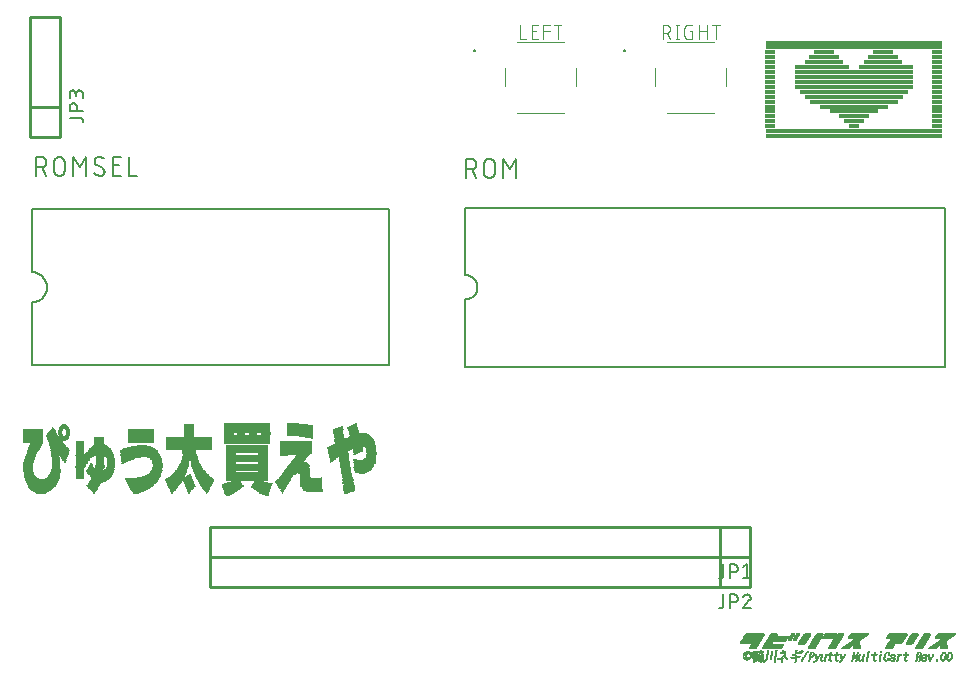
<source format=gto>
G04 EAGLE Gerber RS-274X export*
G75*
%MOMM*%
%FSLAX34Y34*%
%LPD*%
%INTop Silkscreen*%
%IPPOS*%
%AMOC8*
5,1,8,0,0,1.08239X$1,22.5*%
G01*
%ADD10R,0.174500X0.021800*%
%ADD11R,0.087200X0.021800*%
%ADD12R,0.305300X0.021806*%
%ADD13R,0.305200X0.021806*%
%ADD14R,0.305300X0.021800*%
%ADD15R,0.305200X0.021800*%
%ADD16R,0.436100X0.021800*%
%ADD17R,0.436000X0.021800*%
%ADD18R,0.566900X0.021800*%
%ADD19R,0.523200X0.021800*%
%ADD20R,0.566900X0.021813*%
%ADD21R,0.523200X0.021813*%
%ADD22R,0.610500X0.021800*%
%ADD23R,0.043600X0.021800*%
%ADD24R,0.261600X0.021800*%
%ADD25R,0.654100X0.021800*%
%ADD26R,0.697700X0.021800*%
%ADD27R,0.130800X0.021800*%
%ADD28R,0.872100X0.021800*%
%ADD29R,0.130900X0.021800*%
%ADD30R,0.784900X0.021800*%
%ADD31R,0.872100X0.021806*%
%ADD32R,0.130800X0.021806*%
%ADD33R,0.566900X0.021806*%
%ADD34R,0.130900X0.021806*%
%ADD35R,0.087200X0.021806*%
%ADD36R,0.043600X0.021806*%
%ADD37R,0.784900X0.021806*%
%ADD38R,1.090100X0.021800*%
%ADD39R,0.218100X0.021800*%
%ADD40R,0.479700X0.021800*%
%ADD41R,1.264500X0.021800*%
%ADD42R,0.261700X0.021800*%
%ADD43R,0.174400X0.021800*%
%ADD44R,0.959300X0.021800*%
%ADD45R,1.308100X0.021800*%
%ADD46R,1.264500X0.021806*%
%ADD47R,0.261700X0.021806*%
%ADD48R,0.174400X0.021806*%
%ADD49R,0.959300X0.021806*%
%ADD50R,1.308100X0.021806*%
%ADD51R,0.654100X0.021806*%
%ADD52R,1.438900X0.021800*%
%ADD53R,0.392500X0.021800*%
%ADD54R,1.002900X0.021800*%
%ADD55R,1.046500X0.021800*%
%ADD56R,0.828500X0.021800*%
%ADD57R,1.526100X0.021800*%
%ADD58R,1.133700X0.021800*%
%ADD59R,0.348900X0.021800*%
%ADD60R,1.526200X0.021800*%
%ADD61R,1.700600X0.021806*%
%ADD62R,0.479700X0.021806*%
%ADD63R,1.220900X0.021806*%
%ADD64R,0.436100X0.021806*%
%ADD65R,0.392400X0.021806*%
%ADD66R,0.392500X0.021806*%
%ADD67R,1.613400X0.021806*%
%ADD68R,1.700600X0.021800*%
%ADD69R,1.220900X0.021800*%
%ADD70R,0.392400X0.021800*%
%ADD71R,1.613400X0.021800*%
%ADD72R,1.787800X0.021800*%
%ADD73R,1.351700X0.021800*%
%ADD74R,0.523300X0.021800*%
%ADD75R,1.308200X0.021800*%
%ADD76R,1.657000X0.021800*%
%ADD77R,1.875000X0.021806*%
%ADD78R,1.482500X0.021806*%
%ADD79R,0.479600X0.021806*%
%ADD80R,1.351800X0.021806*%
%ADD81R,1.395300X0.021806*%
%ADD82R,1.875000X0.021800*%
%ADD83R,1.482500X0.021800*%
%ADD84R,0.479600X0.021800*%
%ADD85R,1.351800X0.021800*%
%ADD86R,1.395300X0.021800*%
%ADD87R,1.962200X0.021800*%
%ADD88R,1.569700X0.021800*%
%ADD89R,0.566800X0.021800*%
%ADD90R,1.482600X0.021800*%
%ADD91R,2.005800X0.021813*%
%ADD92R,0.784900X0.021813*%
%ADD93R,1.656900X0.021813*%
%ADD94R,0.654100X0.021813*%
%ADD95R,0.610400X0.021813*%
%ADD96R,0.610500X0.021813*%
%ADD97R,1.526200X0.021813*%
%ADD98R,1.482500X0.021813*%
%ADD99R,0.479700X0.021813*%
%ADD100R,1.700600X0.021813*%
%ADD101R,0.915700X0.021813*%
%ADD102R,2.005800X0.021800*%
%ADD103R,1.656900X0.021800*%
%ADD104R,0.610400X0.021800*%
%ADD105R,0.915700X0.021800*%
%ADD106R,2.093000X0.021800*%
%ADD107R,1.744200X0.021800*%
%ADD108R,0.697600X0.021800*%
%ADD109R,1.569800X0.021800*%
%ADD110R,2.180200X0.021800*%
%ADD111R,1.831400X0.021800*%
%ADD112R,0.741300X0.021800*%
%ADD113R,2.180200X0.021806*%
%ADD114R,0.915700X0.021806*%
%ADD115R,1.831400X0.021806*%
%ADD116R,0.741300X0.021806*%
%ADD117R,0.697700X0.021806*%
%ADD118R,1.657000X0.021806*%
%ADD119R,1.656900X0.021806*%
%ADD120R,0.610500X0.021806*%
%ADD121R,1.744200X0.021806*%
%ADD122R,2.267500X0.021800*%
%ADD123R,1.700500X0.021800*%
%ADD124R,2.311100X0.021800*%
%ADD125R,1.744100X0.021800*%
%ADD126R,2.311100X0.021806*%
%ADD127R,1.046500X0.021806*%
%ADD128R,2.005800X0.021806*%
%ADD129R,1.787800X0.021806*%
%ADD130R,1.744100X0.021806*%
%ADD131R,2.398300X0.021800*%
%ADD132R,2.136600X0.021800*%
%ADD133R,2.398300X0.021806*%
%ADD134R,1.090100X0.021806*%
%ADD135R,2.136600X0.021806*%
%ADD136R,1.002900X0.021806*%
%ADD137R,2.485500X0.021800*%
%ADD138R,2.223900X0.021800*%
%ADD139R,2.529100X0.021800*%
%ADD140R,2.529100X0.021806*%
%ADD141R,2.267500X0.021806*%
%ADD142R,2.572700X0.021800*%
%ADD143R,2.354700X0.021800*%
%ADD144R,2.616300X0.021800*%
%ADD145R,0.872000X0.021800*%
%ADD146R,1.221000X0.021800*%
%ADD147R,2.659900X0.021813*%
%ADD148R,0.959300X0.021813*%
%ADD149R,2.485500X0.021813*%
%ADD150R,1.220900X0.021813*%
%ADD151R,0.915600X0.021813*%
%ADD152R,1.177300X0.021813*%
%ADD153R,1.002900X0.021813*%
%ADD154R,1.046500X0.021813*%
%ADD155R,1.831400X0.021813*%
%ADD156R,2.659900X0.021800*%
%ADD157R,0.915600X0.021800*%
%ADD158R,1.177300X0.021800*%
%ADD159R,2.703500X0.021800*%
%ADD160R,2.703500X0.021806*%
%ADD161R,2.616300X0.021806*%
%ADD162R,1.351700X0.021806*%
%ADD163R,1.133700X0.021806*%
%ADD164R,2.790700X0.021800*%
%ADD165R,2.790700X0.021806*%
%ADD166R,1.395400X0.021806*%
%ADD167R,2.354600X0.021806*%
%ADD168R,3.532000X0.021806*%
%ADD169R,1.395400X0.021800*%
%ADD170R,2.354600X0.021800*%
%ADD171R,3.532000X0.021800*%
%ADD172R,2.834300X0.021800*%
%ADD173R,1.439000X0.021800*%
%ADD174R,2.877900X0.021800*%
%ADD175R,2.267400X0.021800*%
%ADD176R,1.439000X0.021806*%
%ADD177R,2.877900X0.021806*%
%ADD178R,2.267400X0.021806*%
%ADD179R,1.438900X0.021806*%
%ADD180R,2.223800X0.021800*%
%ADD181R,0.654000X0.021800*%
%ADD182R,1.482600X0.021806*%
%ADD183R,2.223800X0.021806*%
%ADD184R,0.654000X0.021806*%
%ADD185R,1.264600X0.021800*%
%ADD186R,0.741300X0.021813*%
%ADD187R,1.657000X0.021813*%
%ADD188R,1.264600X0.021813*%
%ADD189R,0.479600X0.021813*%
%ADD190R,1.264500X0.021813*%
%ADD191R,3.532000X0.021813*%
%ADD192R,1.090100X0.021813*%
%ADD193R,0.828500X0.021813*%
%ADD194R,1.221000X0.021806*%
%ADD195R,0.261600X0.021806*%
%ADD196R,1.177300X0.021806*%
%ADD197R,1.918600X0.021800*%
%ADD198R,1.133800X0.021800*%
%ADD199R,1.133800X0.021806*%
%ADD200R,1.090200X0.021806*%
%ADD201R,1.090200X0.021800*%
%ADD202R,2.049400X0.021800*%
%ADD203R,1.177400X0.021800*%
%ADD204R,2.093000X0.021806*%
%ADD205R,1.177400X0.021806*%
%ADD206R,1.046600X0.021800*%
%ADD207R,0.828500X0.021806*%
%ADD208R,1.046600X0.021806*%
%ADD209R,1.003000X0.021806*%
%ADD210R,1.003000X0.021800*%
%ADD211R,0.828400X0.021800*%
%ADD212R,0.828400X0.021813*%
%ADD213R,2.223800X0.021813*%
%ADD214R,1.003000X0.021813*%
%ADD215R,0.872100X0.021813*%
%ADD216R,2.311000X0.021800*%
%ADD217R,0.784800X0.021800*%
%ADD218R,0.784800X0.021806*%
%ADD219R,2.311000X0.021806*%
%ADD220R,0.741200X0.021800*%
%ADD221R,0.741200X0.021806*%
%ADD222R,0.697600X0.021806*%
%ADD223R,1.918600X0.021806*%
%ADD224R,1.569800X0.021806*%
%ADD225R,0.436000X0.021806*%
%ADD226R,0.348800X0.021800*%
%ADD227R,0.697600X0.021813*%
%ADD228R,0.348800X0.021813*%
%ADD229R,0.784800X0.021813*%
%ADD230R,0.654000X0.021813*%
%ADD231R,1.787800X0.021813*%
%ADD232R,0.610400X0.021806*%
%ADD233R,0.218000X0.021800*%
%ADD234R,0.087300X0.021800*%
%ADD235R,0.261600X0.021813*%
%ADD236R,0.741200X0.021813*%
%ADD237R,0.566800X0.021813*%
%ADD238R,1.439000X0.021813*%
%ADD239R,0.872000X0.021813*%
%ADD240R,0.872000X0.021806*%
%ADD241R,0.959400X0.021806*%
%ADD242R,0.566800X0.021806*%
%ADD243R,0.959400X0.021800*%
%ADD244R,1.308200X0.021806*%
%ADD245R,3.357500X0.021800*%
%ADD246R,1.613300X0.021800*%
%ADD247R,1.526100X0.021806*%
%ADD248R,1.569700X0.021806*%
%ADD249R,3.357500X0.021806*%
%ADD250R,1.264600X0.021806*%
%ADD251R,1.613300X0.021806*%
%ADD252R,3.183100X0.021800*%
%ADD253R,1.395300X0.021813*%
%ADD254R,3.183100X0.021813*%
%ADD255R,3.357500X0.021813*%
%ADD256R,1.221000X0.021813*%
%ADD257R,0.697700X0.021813*%
%ADD258R,1.613300X0.021813*%
%ADD259R,3.313900X0.021800*%
%ADD260R,2.398200X0.021800*%
%ADD261R,3.270300X0.021806*%
%ADD262R,3.270300X0.021800*%
%ADD263R,3.226700X0.021800*%
%ADD264R,3.183100X0.021806*%
%ADD265R,3.139500X0.021800*%
%ADD266R,1.962200X0.021806*%
%ADD267R,3.139500X0.021806*%
%ADD268R,1.787700X0.021806*%
%ADD269R,1.787700X0.021800*%
%ADD270R,3.008700X0.021800*%
%ADD271R,3.968000X0.021800*%
%ADD272R,1.569700X0.021813*%
%ADD273R,1.875000X0.021813*%
%ADD274R,2.834300X0.021813*%
%ADD275R,3.968000X0.021813*%
%ADD276R,2.703500X0.021813*%
%ADD277R,1.962200X0.021813*%
%ADD278R,2.441900X0.021800*%
%ADD279R,2.965100X0.021800*%
%ADD280R,0.915600X0.021806*%
%ADD281R,1.526200X0.021806*%
%ADD282R,2.441900X0.021806*%
%ADD283R,3.968000X0.021806*%
%ADD284R,2.965100X0.021806*%
%ADD285R,2.747100X0.021800*%
%ADD286R,3.750000X0.021806*%
%ADD287R,3.750000X0.021800*%
%ADD288R,3.662800X0.021800*%
%ADD289R,3.444800X0.021800*%
%ADD290R,3.357600X0.021813*%
%ADD291R,3.357600X0.021800*%
%ADD292R,3.314000X0.021800*%
%ADD293R,3.314000X0.021806*%
%ADD294R,2.180300X0.021800*%
%ADD295R,2.180300X0.021806*%
%ADD296R,3.357600X0.021806*%
%ADD297R,3.270400X0.021800*%
%ADD298R,2.180300X0.021813*%
%ADD299R,0.174400X0.021813*%
%ADD300R,2.223900X0.021813*%
%ADD301R,2.093100X0.021800*%
%ADD302R,0.348800X0.021806*%
%ADD303R,0.305300X0.021813*%
%ADD304R,1.308200X0.021813*%
%ADD305R,0.218000X0.021806*%
%ADD306R,0.348900X0.021806*%
%ADD307R,0.111800X0.013963*%
%ADD308R,0.209500X0.013963*%
%ADD309R,0.125700X0.013963*%
%ADD310R,0.111700X0.013963*%
%ADD311R,0.111800X0.013969*%
%ADD312R,0.209500X0.013969*%
%ADD313R,0.125700X0.013969*%
%ADD314R,0.111700X0.013969*%
%ADD315R,0.125700X0.013956*%
%ADD316R,0.195600X0.013956*%
%ADD317R,0.111700X0.013956*%
%ADD318R,0.111800X0.013956*%
%ADD319R,0.209500X0.013956*%
%ADD320R,0.377100X0.013969*%
%ADD321R,0.195500X0.013969*%
%ADD322R,0.195600X0.013969*%
%ADD323R,0.209400X0.013969*%
%ADD324R,0.293300X0.013969*%
%ADD325R,0.209400X0.013956*%
%ADD326R,0.293300X0.013956*%
%ADD327R,0.125600X0.013969*%
%ADD328R,0.125600X0.013956*%
%ADD329R,0.195500X0.013956*%
%ADD330R,0.474900X0.013969*%
%ADD331R,0.307200X0.013956*%
%ADD332R,0.363200X0.013969*%
%ADD333R,0.419000X0.013969*%
%ADD334R,0.167600X0.013956*%
%ADD335R,0.153700X0.013956*%
%ADD336R,0.139600X0.013969*%
%ADD337R,0.139700X0.013969*%
%ADD338R,0.307200X0.013969*%
%ADD339R,0.097800X0.013969*%
%ADD340R,0.237400X0.013969*%
%ADD341R,0.097800X0.013956*%
%ADD342R,0.474900X0.013956*%
%ADD343R,0.558600X0.013956*%
%ADD344R,0.391000X0.013956*%
%ADD345R,0.460900X0.013956*%
%ADD346R,0.321200X0.013969*%
%ADD347R,0.558600X0.013969*%
%ADD348R,0.460900X0.013969*%
%ADD349R,0.083800X0.013969*%
%ADD350R,0.167600X0.013969*%
%ADD351R,0.097700X0.013969*%
%ADD352R,0.391100X0.013969*%
%ADD353R,0.097700X0.013956*%
%ADD354R,0.139700X0.013956*%
%ADD355R,0.069800X0.013956*%
%ADD356R,0.391100X0.013956*%
%ADD357R,0.027900X0.013969*%
%ADD358R,0.544700X0.013969*%
%ADD359R,0.558700X0.013969*%
%ADD360R,0.083800X0.013956*%
%ADD361R,0.460800X0.013956*%
%ADD362R,0.810100X0.013956*%
%ADD363R,0.377100X0.013956*%
%ADD364R,0.460800X0.013969*%
%ADD365R,0.474800X0.013969*%
%ADD366R,0.474800X0.013956*%
%ADD367R,0.055900X0.013969*%
%ADD368R,0.153600X0.013969*%
%ADD369R,0.321300X0.013956*%
%ADD370R,0.251400X0.013969*%
%ADD371R,0.391000X0.013969*%
%ADD372R,0.544700X0.013956*%
%ADD373R,0.307300X0.013969*%
%ADD374R,0.139600X0.013956*%
%ADD375R,0.181500X0.013969*%
%ADD376R,0.279300X0.013956*%
%ADD377R,0.335200X0.013969*%
%ADD378R,0.265400X0.013969*%
%ADD379R,0.153600X0.013956*%
%ADD380R,0.544700X0.013963*%
%ADD381R,1.606100X0.013963*%
%ADD382R,0.586500X0.013963*%
%ADD383R,0.558700X0.013963*%
%ADD384R,0.530800X0.013963*%
%ADD385R,0.586600X0.013963*%
%ADD386R,1.620100X0.013969*%
%ADD387R,0.572600X0.013969*%
%ADD388R,0.572700X0.013969*%
%ADD389R,0.614500X0.013969*%
%ADD390R,1.634100X0.013969*%
%ADD391R,0.586600X0.013969*%
%ADD392R,0.628400X0.013969*%
%ADD393R,0.628500X0.013969*%
%ADD394R,1.648000X0.013963*%
%ADD395R,0.600600X0.013963*%
%ADD396R,0.656400X0.013963*%
%ADD397R,0.600500X0.013963*%
%ADD398R,0.600600X0.013969*%
%ADD399R,1.648000X0.013969*%
%ADD400R,0.656400X0.013969*%
%ADD401R,0.600500X0.013969*%
%ADD402R,1.648100X0.013969*%
%ADD403R,1.648100X0.013963*%
%ADD404R,0.670300X0.013963*%
%ADD405R,0.670400X0.013963*%
%ADD406R,1.662000X0.013969*%
%ADD407R,0.614600X0.013969*%
%ADD408R,0.670300X0.013969*%
%ADD409R,0.670400X0.013969*%
%ADD410R,0.614500X0.013963*%
%ADD411R,0.600500X0.013956*%
%ADD412R,1.648100X0.013956*%
%ADD413R,0.656400X0.013956*%
%ADD414R,0.600600X0.013956*%
%ADD415R,0.614500X0.013956*%
%ADD416R,1.648000X0.013956*%
%ADD417R,0.586600X0.013956*%
%ADD418R,0.670400X0.013956*%
%ADD419R,0.670300X0.013956*%
%ADD420R,1.257000X0.013956*%
%ADD421R,1.229100X0.013969*%
%ADD422R,1.229000X0.013969*%
%ADD423R,1.201100X0.013969*%
%ADD424R,1.173200X0.013956*%
%ADD425R,1.173100X0.013956*%
%ADD426R,1.159200X0.013969*%
%ADD427R,1.131300X0.013969*%
%ADD428R,1.131200X0.013969*%
%ADD429R,1.634100X0.013956*%
%ADD430R,1.103300X0.013956*%
%ADD431R,0.614600X0.013956*%
%ADD432R,1.103400X0.013956*%
%ADD433R,1.089400X0.013969*%
%ADD434R,1.606100X0.013956*%
%ADD435R,0.558700X0.013956*%
%ADD436R,1.061400X0.013956*%
%ADD437R,1.061500X0.013956*%
%ADD438R,1.606100X0.013969*%
%ADD439R,1.047500X0.013969*%
%ADD440R,1.005600X0.013969*%
%ADD441R,0.991700X0.013956*%
%ADD442R,0.991600X0.013956*%
%ADD443R,0.963700X0.013969*%
%ADD444R,0.530800X0.013969*%
%ADD445R,0.949800X0.013969*%
%ADD446R,0.949700X0.013969*%
%ADD447R,0.907800X0.013956*%
%ADD448R,0.572600X0.013956*%
%ADD449R,0.893900X0.013969*%
%ADD450R,0.893800X0.013969*%
%ADD451R,0.879900X0.013969*%
%ADD452R,1.215100X0.013969*%
%ADD453R,0.838000X0.013956*%
%ADD454R,1.201100X0.013956*%
%ADD455R,0.824000X0.013969*%
%ADD456R,0.824100X0.013969*%
%ADD457R,0.796100X0.013969*%
%ADD458R,1.662000X0.013956*%
%ADD459R,0.782100X0.013956*%
%ADD460R,1.201200X0.013956*%
%ADD461R,0.782200X0.013956*%
%ADD462R,0.740300X0.013969*%
%ADD463R,0.740200X0.013969*%
%ADD464R,0.726300X0.013969*%
%ADD465R,0.712300X0.013956*%
%ADD466R,0.684400X0.013969*%
%ADD467R,0.656500X0.013969*%
%ADD468R,0.656500X0.013956*%
%ADD469R,1.201200X0.013969*%
%ADD470R,0.349200X0.013969*%
%ADD471R,0.349200X0.013956*%
%ADD472R,0.363100X0.013956*%
%ADD473R,1.215000X0.013956*%
%ADD474R,1.634000X0.013969*%
%ADD475R,0.363100X0.013969*%
%ADD476R,1.592200X0.013956*%
%ADD477R,1.550300X0.013969*%
%ADD478R,0.921800X0.013969*%
%ADD479R,1.257000X0.013969*%
%ADD480R,1.578200X0.013969*%
%ADD481R,1.592200X0.013969*%
%ADD482R,1.285000X0.013969*%
%ADD483R,1.284900X0.013969*%
%ADD484R,1.634000X0.013956*%
%ADD485R,0.977700X0.013956*%
%ADD486R,1.326800X0.013956*%
%ADD487R,1.620100X0.013956*%
%ADD488R,0.991700X0.013969*%
%ADD489R,1.340800X0.013969*%
%ADD490R,1.005600X0.013956*%
%ADD491R,1.368700X0.013956*%
%ADD492R,1.382700X0.013969*%
%ADD493R,1.019600X0.013969*%
%ADD494R,1.396700X0.013969*%
%ADD495R,1.396600X0.013969*%
%ADD496R,1.410700X0.013956*%
%ADD497R,1.410600X0.013956*%
%ADD498R,1.410600X0.013969*%
%ADD499R,1.410700X0.013969*%
%ADD500R,1.019500X0.013969*%
%ADD501R,1.424600X0.013969*%
%ADD502R,1.019500X0.013956*%
%ADD503R,1.438500X0.013956*%
%ADD504R,1.438600X0.013956*%
%ADD505R,1.452600X0.013969*%
%ADD506R,1.452500X0.013969*%
%ADD507R,1.466500X0.013969*%
%ADD508R,1.019600X0.013956*%
%ADD509R,1.480500X0.013956*%
%ADD510R,1.480400X0.013969*%
%ADD511R,1.480500X0.013969*%
%ADD512R,1.508400X0.013969*%
%ADD513R,1.508400X0.013956*%
%ADD514R,1.522400X0.013969*%
%ADD515R,1.522300X0.013969*%
%ADD516R,1.536300X0.013969*%
%ADD517R,1.536400X0.013969*%
%ADD518R,1.536300X0.013956*%
%ADD519R,1.564200X0.013969*%
%ADD520R,1.564300X0.013969*%
%ADD521R,0.391100X0.013963*%
%ADD522R,0.377100X0.013963*%
%ADD523R,1.019600X0.013963*%
%ADD524R,1.564300X0.013963*%
%ADD525R,1.564200X0.013963*%
%ADD526R,1.019500X0.013963*%
%ADD527R,1.592200X0.013963*%
%ADD528R,1.606200X0.013969*%
%ADD529R,1.634100X0.013963*%
%ADD530R,0.572700X0.013963*%
%ADD531R,0.363100X0.013963*%
%ADD532R,0.991600X0.013963*%
%ADD533R,0.572600X0.013963*%
%ADD534R,0.977600X0.013969*%
%ADD535R,0.530700X0.013969*%
%ADD536R,0.502800X0.013969*%
%ADD537R,0.516700X0.013969*%
%ADD538R,0.516800X0.013969*%
%ADD539R,15.000000X0.416663*%
%ADD540R,15.000000X0.416669*%
%ADD541R,0.833300X0.416669*%
%ADD542R,0.833400X0.416669*%
%ADD543R,0.833300X0.416663*%
%ADD544R,1.666700X0.416663*%
%ADD545R,0.833400X0.416663*%
%ADD546R,2.500000X0.416669*%
%ADD547R,4.166700X0.416669*%
%ADD548R,5.833300X0.416663*%
%ADD549R,7.500000X0.416669*%
%ADD550R,8.333300X0.416669*%
%ADD551R,9.166700X0.416663*%
%ADD552R,10.000000X0.416669*%
%ADD553R,10.000000X0.416663*%
%ADD554R,4.583300X0.416669*%
%ADD555R,4.583400X0.416669*%
%ADD556R,3.333300X0.416663*%
%ADD557R,1.666700X0.416669*%
%ADD558C,0.152400*%
%ADD559C,0.177800*%
%ADD560C,0.254000*%
%ADD561C,0.127000*%
%ADD562C,0.100000*%
%ADD563C,0.100000*%
%ADD564C,0.200000*%
%ADD565C,0.200000*%
%ADD566C,0.101600*%


D10*
X217016Y299322D03*
D11*
X251463Y299322D03*
D10*
X217016Y299540D03*
D11*
X251463Y299540D03*
D12*
X217670Y299758D03*
D13*
X250809Y299758D03*
D14*
X217670Y299976D03*
D15*
X250809Y299976D03*
D16*
X218324Y300194D03*
D17*
X250155Y300194D03*
D16*
X218324Y300412D03*
D17*
X250155Y300412D03*
D18*
X218542Y300630D03*
D19*
X249719Y300630D03*
D20*
X218542Y300848D03*
D21*
X249719Y300848D03*
D22*
X59603Y301066D03*
D23*
X104297Y301066D03*
D24*
X138963Y301066D03*
D25*
X218978Y301066D03*
D26*
X249283Y301066D03*
D27*
X317088Y301066D03*
D22*
X59603Y301284D03*
D23*
X104297Y301284D03*
D24*
X138963Y301284D03*
D25*
X218978Y301284D03*
D26*
X249283Y301284D03*
D27*
X317088Y301284D03*
D28*
X59603Y301502D03*
D27*
X104297Y301502D03*
D18*
X140054Y301502D03*
D29*
X170577Y301502D03*
D11*
X185184Y301502D03*
D23*
X200228Y301502D03*
D30*
X219196Y301502D03*
X248847Y301502D03*
D23*
X264326Y301502D03*
D15*
X317960Y301502D03*
D31*
X59603Y301720D03*
D32*
X104297Y301720D03*
D33*
X140054Y301720D03*
D34*
X170577Y301720D03*
D35*
X185184Y301720D03*
D36*
X200228Y301720D03*
D37*
X219196Y301720D03*
X248847Y301720D03*
D36*
X264326Y301720D03*
D13*
X317960Y301720D03*
D38*
X59821Y301938D03*
D39*
X104298Y301938D03*
D26*
X140708Y301938D03*
D10*
X170795Y301938D03*
D27*
X184966Y301938D03*
X200228Y301938D03*
D28*
X219632Y301938D03*
X248411Y301938D03*
D23*
X264326Y301938D03*
D40*
X318833Y301938D03*
D38*
X59821Y302156D03*
D39*
X104298Y302156D03*
D26*
X140708Y302156D03*
D10*
X170795Y302156D03*
D27*
X184966Y302156D03*
X200228Y302156D03*
D28*
X219632Y302156D03*
X248411Y302156D03*
D23*
X264326Y302156D03*
D40*
X318833Y302156D03*
D41*
X59821Y302374D03*
D14*
X104298Y302374D03*
D28*
X141144Y302374D03*
D42*
X170795Y302374D03*
D43*
X185184Y302374D03*
X200010Y302374D03*
D44*
X220068Y302374D03*
X248411Y302374D03*
D29*
X264327Y302374D03*
D45*
X291580Y302374D03*
D25*
X319705Y302374D03*
D46*
X59821Y302592D03*
D12*
X104298Y302592D03*
D31*
X141144Y302592D03*
D47*
X170795Y302592D03*
D48*
X185184Y302592D03*
X200010Y302592D03*
D49*
X220068Y302592D03*
X248411Y302592D03*
D34*
X264327Y302592D03*
D50*
X291580Y302592D03*
D51*
X319705Y302592D03*
D52*
X59821Y302811D03*
D53*
X104298Y302811D03*
D54*
X141798Y302811D03*
D14*
X171013Y302811D03*
D24*
X185184Y302811D03*
D42*
X200010Y302811D03*
D38*
X220286Y302811D03*
D55*
X247975Y302811D03*
D10*
X264109Y302811D03*
D52*
X290926Y302811D03*
D56*
X320141Y302811D03*
D52*
X59821Y303029D03*
D53*
X104298Y303029D03*
D54*
X141798Y303029D03*
D14*
X171013Y303029D03*
D24*
X185184Y303029D03*
D42*
X200010Y303029D03*
D38*
X220286Y303029D03*
D55*
X247975Y303029D03*
D10*
X264109Y303029D03*
D52*
X290926Y303029D03*
D56*
X320141Y303029D03*
D57*
X59821Y303247D03*
D40*
X104298Y303247D03*
D58*
X142016Y303247D03*
D53*
X171013Y303247D03*
D15*
X185402Y303247D03*
D59*
X200010Y303247D03*
D58*
X220504Y303247D03*
X247539Y303247D03*
D39*
X264327Y303247D03*
D60*
X290489Y303247D03*
D44*
X320795Y303247D03*
D57*
X59821Y303465D03*
D40*
X104298Y303465D03*
D58*
X142016Y303465D03*
D53*
X171013Y303465D03*
D15*
X185402Y303465D03*
D59*
X200010Y303465D03*
D58*
X220504Y303465D03*
X247539Y303465D03*
D39*
X264327Y303465D03*
D60*
X290489Y303465D03*
D44*
X320795Y303465D03*
D61*
X59821Y303683D03*
D62*
X104298Y303683D03*
D63*
X142452Y303683D03*
D64*
X171231Y303683D03*
D65*
X185402Y303683D03*
D66*
X199792Y303683D03*
D46*
X220722Y303683D03*
D63*
X247539Y303683D03*
D47*
X264109Y303683D03*
D67*
X290053Y303683D03*
D49*
X320795Y303683D03*
D68*
X59821Y303901D03*
D40*
X104298Y303901D03*
D69*
X142452Y303901D03*
D16*
X171231Y303901D03*
D70*
X185402Y303901D03*
D53*
X199792Y303901D03*
D41*
X220722Y303901D03*
D69*
X247539Y303901D03*
D42*
X264109Y303901D03*
D71*
X290053Y303901D03*
D44*
X320795Y303901D03*
D72*
X59821Y304119D03*
D18*
X104298Y304119D03*
D73*
X142670Y304119D03*
D74*
X171231Y304119D03*
D17*
X185620Y304119D03*
D16*
X200010Y304119D03*
D75*
X220940Y304119D03*
D41*
X247321Y304119D03*
D14*
X264327Y304119D03*
D76*
X289835Y304119D03*
D44*
X320795Y304119D03*
D72*
X59821Y304337D03*
D18*
X104298Y304337D03*
D73*
X142670Y304337D03*
D74*
X171231Y304337D03*
D17*
X185620Y304337D03*
D16*
X200010Y304337D03*
D75*
X220940Y304337D03*
D41*
X247321Y304337D03*
D14*
X264327Y304337D03*
D76*
X289835Y304337D03*
D44*
X320795Y304337D03*
D77*
X59821Y304555D03*
D51*
X104298Y304555D03*
D78*
X142888Y304555D03*
D33*
X171449Y304555D03*
D79*
X185838Y304555D03*
D62*
X199792Y304555D03*
D80*
X221158Y304555D03*
D81*
X247103Y304555D03*
D66*
X264327Y304555D03*
D67*
X289617Y304555D03*
D49*
X320795Y304555D03*
D82*
X59821Y304773D03*
D25*
X104298Y304773D03*
D83*
X142888Y304773D03*
D18*
X171449Y304773D03*
D84*
X185838Y304773D03*
D40*
X199792Y304773D03*
D85*
X221158Y304773D03*
D86*
X247103Y304773D03*
D53*
X264327Y304773D03*
D71*
X289617Y304773D03*
D44*
X320795Y304773D03*
D87*
X59821Y304991D03*
D26*
X104080Y304991D03*
D88*
X143324Y304991D03*
D22*
X171231Y304991D03*
D89*
X185838Y304991D03*
D18*
X199792Y304991D03*
D90*
X221376Y304991D03*
D52*
X246885Y304991D03*
D16*
X264109Y304991D03*
D76*
X289399Y304991D03*
D44*
X320795Y304991D03*
D87*
X59821Y305209D03*
D26*
X104080Y305209D03*
D88*
X143324Y305209D03*
D22*
X171231Y305209D03*
D89*
X185838Y305209D03*
D18*
X199792Y305209D03*
D90*
X221376Y305209D03*
D52*
X246885Y305209D03*
D16*
X264109Y305209D03*
D76*
X289399Y305209D03*
D44*
X320795Y305209D03*
D91*
X60039Y305427D03*
D92*
X104080Y305427D03*
D93*
X143324Y305427D03*
D94*
X171449Y305427D03*
D95*
X186056Y305427D03*
D96*
X199574Y305427D03*
D97*
X221594Y305427D03*
D98*
X246667Y305427D03*
D99*
X264327Y305427D03*
D100*
X289181Y305427D03*
D101*
X320577Y305427D03*
D102*
X60039Y305645D03*
D30*
X104080Y305645D03*
D103*
X143324Y305645D03*
D25*
X171449Y305645D03*
D104*
X186056Y305645D03*
D22*
X199574Y305645D03*
D60*
X221594Y305645D03*
D83*
X246667Y305645D03*
D40*
X264327Y305645D03*
D68*
X289181Y305645D03*
D105*
X320577Y305645D03*
D106*
X60039Y305863D03*
D28*
X104080Y305863D03*
D107*
X143760Y305863D03*
D26*
X171667Y305863D03*
D108*
X186056Y305863D03*
D26*
X199574Y305863D03*
D109*
X221812Y305863D03*
D88*
X246667Y305863D03*
D74*
X264109Y305863D03*
D68*
X289181Y305863D03*
D44*
X320359Y305863D03*
D106*
X60039Y306081D03*
D28*
X104080Y306081D03*
D107*
X143760Y306081D03*
D26*
X171667Y306081D03*
D108*
X186056Y306081D03*
D26*
X199574Y306081D03*
D109*
X221812Y306081D03*
D88*
X246667Y306081D03*
D74*
X264109Y306081D03*
D68*
X289181Y306081D03*
D44*
X320359Y306081D03*
D110*
X60039Y306299D03*
D105*
X103862Y306299D03*
D111*
X143760Y306299D03*
D30*
X171667Y306299D03*
D112*
X186275Y306299D03*
D26*
X199574Y306299D03*
D76*
X221812Y306299D03*
D103*
X246231Y306299D03*
D22*
X264109Y306299D03*
D107*
X288963Y306299D03*
D44*
X320359Y306299D03*
D113*
X60039Y306517D03*
D114*
X103862Y306517D03*
D115*
X143760Y306517D03*
D37*
X171667Y306517D03*
D116*
X186275Y306517D03*
D117*
X199574Y306517D03*
D118*
X221812Y306517D03*
D119*
X246231Y306517D03*
D120*
X264109Y306517D03*
D121*
X288963Y306517D03*
D49*
X320359Y306517D03*
D122*
X60039Y306735D03*
D54*
X103862Y306735D03*
D82*
X143978Y306735D03*
D56*
X171885Y306735D03*
X186275Y306735D03*
D30*
X199574Y306735D03*
D68*
X222030Y306735D03*
D123*
X246013Y306735D03*
D25*
X264327Y306735D03*
D107*
X288963Y306735D03*
D44*
X320359Y306735D03*
D122*
X60039Y306953D03*
D54*
X103862Y306953D03*
D82*
X143978Y306953D03*
D56*
X171885Y306953D03*
X186275Y306953D03*
D30*
X199574Y306953D03*
D68*
X222030Y306953D03*
D123*
X246013Y306953D03*
D25*
X264327Y306953D03*
D107*
X288963Y306953D03*
D44*
X320359Y306953D03*
D124*
X60257Y307171D03*
D55*
X103644Y307171D03*
D102*
X144196Y307171D03*
D28*
X171667Y307171D03*
X186493Y307171D03*
X199574Y307171D03*
D72*
X222030Y307171D03*
D125*
X246231Y307171D03*
D26*
X264109Y307171D03*
D72*
X288745Y307171D03*
D44*
X320359Y307171D03*
D126*
X60257Y307389D03*
D127*
X103644Y307389D03*
D128*
X144196Y307389D03*
D31*
X171667Y307389D03*
X186493Y307389D03*
X199574Y307389D03*
D129*
X222030Y307389D03*
D130*
X246231Y307389D03*
D117*
X264109Y307389D03*
D129*
X288745Y307389D03*
D49*
X320359Y307389D03*
D131*
X60257Y307607D03*
D58*
X103644Y307607D03*
D106*
X144196Y307607D03*
D105*
X171885Y307607D03*
X186275Y307607D03*
D28*
X199574Y307607D03*
D72*
X222030Y307607D03*
D123*
X246449Y307607D03*
D112*
X264327Y307607D03*
D72*
X288745Y307607D03*
D44*
X320359Y307607D03*
D131*
X60257Y307825D03*
D58*
X103644Y307825D03*
D106*
X144196Y307825D03*
D105*
X171885Y307825D03*
X186275Y307825D03*
D28*
X199574Y307825D03*
D72*
X222030Y307825D03*
D123*
X246449Y307825D03*
D112*
X264327Y307825D03*
D72*
X288745Y307825D03*
D44*
X320359Y307825D03*
D131*
X60257Y308043D03*
D38*
X103862Y308043D03*
D132*
X144414Y308043D03*
D54*
X171885Y308043D03*
D28*
X186057Y308043D03*
D44*
X199574Y308043D03*
D107*
X221812Y308043D03*
D68*
X246885Y308043D03*
D30*
X264109Y308043D03*
D72*
X288745Y308043D03*
D105*
X320141Y308043D03*
D133*
X60257Y308261D03*
D134*
X103862Y308261D03*
D135*
X144414Y308261D03*
D136*
X171885Y308261D03*
D31*
X186057Y308261D03*
D49*
X199574Y308261D03*
D121*
X221812Y308261D03*
D61*
X246885Y308261D03*
D37*
X264109Y308261D03*
D129*
X288745Y308261D03*
D114*
X320141Y308261D03*
D137*
X60257Y308479D03*
D38*
X104298Y308479D03*
D138*
X144414Y308479D03*
D55*
X172103Y308479D03*
D105*
X185839Y308479D03*
D54*
X199356Y308479D03*
D107*
X221376Y308479D03*
D68*
X246885Y308479D03*
D28*
X264109Y308479D03*
D72*
X288745Y308479D03*
D105*
X320141Y308479D03*
D137*
X60257Y308697D03*
D38*
X104298Y308697D03*
D138*
X144414Y308697D03*
D55*
X172103Y308697D03*
D105*
X185839Y308697D03*
D54*
X199356Y308697D03*
D107*
X221376Y308697D03*
D68*
X246885Y308697D03*
D28*
X264109Y308697D03*
D72*
X288745Y308697D03*
D105*
X320141Y308697D03*
D139*
X60475Y308915D03*
D55*
X104516Y308915D03*
D122*
X144632Y308915D03*
D38*
X171885Y308915D03*
D28*
X185621Y308915D03*
D55*
X199574Y308915D03*
D107*
X221376Y308915D03*
D76*
X247103Y308915D03*
D105*
X264327Y308915D03*
D111*
X288527Y308915D03*
D105*
X320141Y308915D03*
D140*
X60475Y309133D03*
D127*
X104516Y309133D03*
D141*
X144632Y309133D03*
D134*
X171885Y309133D03*
D31*
X185621Y309133D03*
D127*
X199574Y309133D03*
D121*
X221376Y309133D03*
D118*
X247103Y309133D03*
D114*
X264327Y309133D03*
D115*
X288527Y309133D03*
D114*
X320141Y309133D03*
D142*
X60257Y309351D03*
D54*
X104734Y309351D03*
D143*
X144632Y309351D03*
D58*
X172103Y309351D03*
D105*
X185403Y309351D03*
D38*
X199356Y309351D03*
D60*
X222030Y309351D03*
D76*
X247539Y309351D03*
D44*
X264109Y309351D03*
D111*
X288527Y309351D03*
D44*
X319923Y309351D03*
D142*
X60257Y309569D03*
D54*
X104734Y309569D03*
D143*
X144632Y309569D03*
D58*
X172103Y309569D03*
D105*
X185403Y309569D03*
D38*
X199356Y309569D03*
D60*
X222030Y309569D03*
D76*
X247539Y309569D03*
D44*
X264109Y309569D03*
D111*
X288527Y309569D03*
D44*
X319923Y309569D03*
D144*
X60475Y309787D03*
D54*
X105170Y309787D03*
D131*
X144850Y309787D03*
D69*
X172103Y309787D03*
D145*
X185184Y309787D03*
D58*
X199574Y309787D03*
D146*
X223120Y309787D03*
D69*
X245795Y309787D03*
D54*
X264327Y309787D03*
D111*
X288527Y309787D03*
D44*
X319923Y309787D03*
D144*
X60475Y310005D03*
D54*
X105170Y310005D03*
D131*
X144850Y310005D03*
D69*
X172103Y310005D03*
D145*
X185184Y310005D03*
D58*
X199574Y310005D03*
D146*
X223120Y310005D03*
D69*
X245795Y310005D03*
D54*
X264327Y310005D03*
D111*
X288527Y310005D03*
D44*
X319923Y310005D03*
D147*
X60257Y310223D03*
D148*
X105388Y310223D03*
D149*
X144850Y310223D03*
D150*
X172103Y310223D03*
D151*
X184966Y310223D03*
D152*
X199356Y310223D03*
D153*
X223775Y310223D03*
D154*
X244923Y310223D03*
X264109Y310223D03*
D155*
X288527Y310223D03*
D101*
X319705Y310223D03*
D156*
X60257Y310441D03*
D44*
X105388Y310441D03*
D137*
X144850Y310441D03*
D69*
X172103Y310441D03*
D157*
X184966Y310441D03*
D158*
X199356Y310441D03*
D54*
X223775Y310441D03*
D55*
X244923Y310441D03*
X264109Y310441D03*
D111*
X288527Y310441D03*
D105*
X319705Y310441D03*
D159*
X60475Y310659D03*
D158*
X106478Y310659D03*
D142*
X144850Y310659D03*
D45*
X172103Y310659D03*
D145*
X184748Y310659D03*
D41*
X199356Y310659D03*
D28*
X224429Y310659D03*
X244487Y310659D03*
D58*
X264109Y310659D03*
D111*
X288527Y310659D03*
D105*
X319705Y310659D03*
D159*
X60475Y310877D03*
D158*
X106478Y310877D03*
D142*
X144850Y310877D03*
D45*
X172103Y310877D03*
D145*
X184748Y310877D03*
D41*
X199356Y310877D03*
D28*
X224429Y310877D03*
X244487Y310877D03*
D58*
X264109Y310877D03*
D111*
X288527Y310877D03*
D105*
X319705Y310877D03*
D160*
X60475Y311095D03*
D46*
X107350Y311095D03*
D161*
X145068Y311095D03*
D162*
X172321Y311095D03*
D114*
X184530Y311095D03*
D50*
X199574Y311095D03*
D117*
X224865Y311095D03*
D116*
X244269Y311095D03*
D163*
X264545Y311095D03*
D115*
X288527Y311095D03*
D114*
X319705Y311095D03*
D159*
X60475Y311313D03*
D41*
X107350Y311313D03*
D144*
X145068Y311313D03*
D73*
X172321Y311313D03*
D105*
X184530Y311313D03*
D45*
X199574Y311313D03*
D26*
X224865Y311313D03*
D112*
X244269Y311313D03*
D58*
X264545Y311313D03*
D111*
X288527Y311313D03*
D105*
X319705Y311313D03*
D164*
X60475Y311531D03*
D45*
X108004Y311531D03*
D156*
X144850Y311531D03*
D86*
X172103Y311531D03*
D28*
X184312Y311531D03*
D73*
X199356Y311531D03*
D22*
X224865Y311531D03*
D26*
X244051Y311531D03*
D38*
X264763Y311531D03*
D111*
X288527Y311531D03*
D105*
X319705Y311531D03*
D164*
X60475Y311749D03*
D45*
X108004Y311749D03*
D156*
X144850Y311749D03*
D86*
X172103Y311749D03*
D28*
X184312Y311749D03*
D73*
X199356Y311749D03*
D22*
X224865Y311749D03*
D26*
X244051Y311749D03*
D38*
X264763Y311749D03*
D111*
X288527Y311749D03*
D105*
X319705Y311749D03*
D165*
X60475Y311967D03*
D166*
X108440Y311967D03*
D160*
X145068Y311967D03*
D167*
X176899Y311967D03*
D81*
X199574Y311967D03*
D168*
X234239Y311967D03*
D163*
X264981Y311967D03*
D115*
X288527Y311967D03*
D114*
X319705Y311967D03*
D164*
X60475Y312186D03*
D169*
X108440Y312186D03*
D159*
X145068Y312186D03*
D170*
X176899Y312186D03*
D86*
X199574Y312186D03*
D171*
X234239Y312186D03*
D58*
X264981Y312186D03*
D111*
X288527Y312186D03*
D105*
X319705Y312186D03*
D172*
X60693Y312404D03*
D173*
X109094Y312404D03*
D164*
X145068Y312404D03*
D170*
X176463Y312404D03*
D52*
X199356Y312404D03*
D171*
X234239Y312404D03*
D58*
X265417Y312404D03*
D111*
X288527Y312404D03*
D44*
X319487Y312404D03*
D172*
X60693Y312622D03*
D173*
X109094Y312622D03*
D164*
X145068Y312622D03*
D170*
X176463Y312622D03*
D52*
X199356Y312622D03*
D171*
X234239Y312622D03*
D58*
X265417Y312622D03*
D111*
X288527Y312622D03*
D44*
X319487Y312622D03*
D69*
X52190Y312840D03*
D41*
X68542Y312840D03*
D173*
X109530Y312840D03*
D174*
X145068Y312840D03*
D175*
X176899Y312840D03*
D52*
X199356Y312840D03*
D171*
X234239Y312840D03*
D38*
X265635Y312840D03*
D111*
X288527Y312840D03*
D105*
X319269Y312840D03*
D63*
X52190Y313058D03*
D46*
X68542Y313058D03*
D176*
X109530Y313058D03*
D177*
X145068Y313058D03*
D178*
X176899Y313058D03*
D179*
X199356Y313058D03*
D168*
X234239Y313058D03*
D134*
X265635Y313058D03*
D115*
X288527Y313058D03*
D114*
X319269Y313058D03*
D58*
X51754Y313276D03*
D158*
X68978Y313276D03*
D90*
X109748Y313276D03*
D174*
X145068Y313276D03*
D110*
X176899Y313276D03*
D86*
X198702Y313276D03*
D171*
X234239Y313276D03*
D38*
X266071Y313276D03*
D111*
X288527Y313276D03*
D105*
X319269Y313276D03*
D58*
X51754Y313494D03*
D158*
X68978Y313494D03*
D90*
X109748Y313494D03*
D174*
X145068Y313494D03*
D110*
X176899Y313494D03*
D86*
X198702Y313494D03*
D171*
X234239Y313494D03*
D38*
X266071Y313494D03*
D111*
X288527Y313494D03*
D105*
X319269Y313494D03*
D55*
X51318Y313712D03*
D58*
X69632Y313712D03*
D112*
X92961Y313712D03*
D90*
X110184Y313712D03*
D180*
X148774Y313712D03*
D85*
X173629Y313712D03*
D181*
X184094Y313712D03*
D73*
X198484Y313712D03*
D171*
X234239Y313712D03*
D38*
X266507Y313712D03*
D55*
X284603Y313712D03*
D22*
X294632Y313712D03*
D105*
X319269Y313712D03*
D127*
X51318Y313930D03*
D163*
X69632Y313930D03*
D116*
X92961Y313930D03*
D182*
X110184Y313930D03*
D183*
X148774Y313930D03*
D80*
X173629Y313930D03*
D184*
X184094Y313930D03*
D162*
X198484Y313930D03*
D168*
X234239Y313930D03*
D134*
X266507Y313930D03*
D127*
X284603Y313930D03*
D120*
X294632Y313930D03*
D114*
X319269Y313930D03*
D55*
X50882Y314148D03*
D38*
X69850Y314148D03*
D112*
X92961Y314148D03*
D109*
X110184Y314148D03*
D111*
X150736Y314148D03*
D85*
X174065Y314148D03*
D104*
X184312Y314148D03*
D45*
X197830Y314148D03*
D171*
X234239Y314148D03*
D38*
X266507Y314148D03*
D28*
X283731Y314148D03*
D23*
X297466Y314148D03*
D105*
X319269Y314148D03*
D55*
X50882Y314366D03*
D38*
X69850Y314366D03*
D112*
X92961Y314366D03*
D109*
X110184Y314366D03*
D111*
X150736Y314366D03*
D85*
X174065Y314366D03*
D104*
X184312Y314366D03*
D45*
X197830Y314366D03*
D171*
X234239Y314366D03*
D38*
X266507Y314366D03*
D28*
X283731Y314366D03*
D23*
X297466Y314366D03*
D105*
X319269Y314366D03*
D54*
X50664Y314584D03*
D55*
X70068Y314584D03*
D112*
X92961Y314584D03*
D76*
X110184Y314584D03*
D103*
X152045Y314584D03*
D185*
X174501Y314584D03*
D84*
X184530Y314584D03*
D41*
X197612Y314584D03*
D171*
X234239Y314584D03*
D38*
X266943Y314584D03*
D56*
X283513Y314584D03*
D105*
X319269Y314584D03*
D153*
X50664Y314802D03*
D154*
X70068Y314802D03*
D186*
X92961Y314802D03*
D187*
X110184Y314802D03*
D93*
X152045Y314802D03*
D188*
X174501Y314802D03*
D189*
X184530Y314802D03*
D190*
X197612Y314802D03*
D191*
X234239Y314802D03*
D192*
X266943Y314802D03*
D193*
X283513Y314802D03*
D101*
X319269Y314802D03*
D44*
X50446Y315020D03*
D55*
X70504Y315020D03*
D112*
X92961Y315020D03*
D107*
X110184Y315020D03*
D57*
X152699Y315020D03*
D185*
X174937Y315020D03*
D17*
X184748Y315020D03*
D41*
X197176Y315020D03*
D171*
X234239Y315020D03*
D38*
X267379Y315020D03*
D30*
X283295Y315020D03*
D105*
X318833Y315020D03*
D44*
X50446Y315238D03*
D55*
X70504Y315238D03*
D112*
X92961Y315238D03*
D107*
X110184Y315238D03*
D57*
X152699Y315238D03*
D185*
X174937Y315238D03*
D17*
X184748Y315238D03*
D41*
X197176Y315238D03*
D171*
X234239Y315238D03*
D38*
X267379Y315238D03*
D30*
X283295Y315238D03*
D105*
X318833Y315238D03*
X50228Y315456D03*
D54*
X70722Y315456D03*
D112*
X92961Y315456D03*
D111*
X110184Y315456D03*
D52*
X153571Y315456D03*
D146*
X175155Y315456D03*
D15*
X184966Y315456D03*
D69*
X196958Y315456D03*
D171*
X234239Y315456D03*
D38*
X267815Y315456D03*
D30*
X283295Y315456D03*
D105*
X318833Y315456D03*
X50228Y315674D03*
D54*
X70722Y315674D03*
D112*
X92961Y315674D03*
D111*
X110184Y315674D03*
D52*
X153571Y315674D03*
D146*
X175155Y315674D03*
D15*
X184966Y315674D03*
D69*
X196958Y315674D03*
D171*
X234239Y315674D03*
D38*
X267815Y315674D03*
D30*
X283295Y315674D03*
D105*
X318833Y315674D03*
D31*
X50010Y315892D03*
D49*
X70940Y315892D03*
D116*
X92961Y315892D03*
D77*
X110402Y315892D03*
D50*
X154225Y315892D03*
D194*
X175591Y315892D03*
D195*
X185184Y315892D03*
D196*
X196304Y315892D03*
D168*
X234239Y315892D03*
D134*
X267815Y315892D03*
D37*
X283295Y315892D03*
D114*
X318833Y315892D03*
D28*
X50010Y316110D03*
D44*
X70940Y316110D03*
D112*
X92961Y316110D03*
D82*
X110402Y316110D03*
D45*
X154225Y316110D03*
D146*
X175591Y316110D03*
D24*
X185184Y316110D03*
D158*
X196304Y316110D03*
D171*
X234239Y316110D03*
D38*
X267815Y316110D03*
D30*
X283295Y316110D03*
D105*
X318833Y316110D03*
X49792Y316328D03*
X71158Y316328D03*
D112*
X92961Y316328D03*
D197*
X110184Y316328D03*
D41*
X154879Y316328D03*
D198*
X176027Y316328D03*
D27*
X185402Y316328D03*
D58*
X196086Y316328D03*
D171*
X234239Y316328D03*
D38*
X268251Y316328D03*
D30*
X283295Y316328D03*
D105*
X318833Y316328D03*
X49792Y316546D03*
X71158Y316546D03*
D112*
X92961Y316546D03*
D197*
X110184Y316546D03*
D41*
X154879Y316546D03*
D198*
X176027Y316546D03*
D27*
X185402Y316546D03*
D58*
X196086Y316546D03*
D171*
X234239Y316546D03*
D38*
X268251Y316546D03*
D30*
X283295Y316546D03*
D105*
X318833Y316546D03*
D31*
X49574Y316764D03*
D114*
X71158Y316764D03*
D116*
X92961Y316764D03*
D128*
X110184Y316764D03*
D196*
X155315Y316764D03*
D199*
X176463Y316764D03*
D35*
X185620Y316764D03*
D163*
X195650Y316764D03*
D168*
X234239Y316764D03*
D200*
X268687Y316764D03*
D37*
X283295Y316764D03*
D114*
X318833Y316764D03*
D28*
X49574Y316982D03*
D105*
X71158Y316982D03*
D112*
X92961Y316982D03*
D102*
X110184Y316982D03*
D158*
X155315Y316982D03*
D198*
X176463Y316982D03*
D11*
X185620Y316982D03*
D58*
X195650Y316982D03*
D171*
X234239Y316982D03*
D201*
X268687Y316982D03*
D30*
X283295Y316982D03*
D105*
X318833Y316982D03*
D28*
X49574Y317200D03*
D105*
X71594Y317200D03*
D112*
X92961Y317200D03*
D202*
X109966Y317200D03*
D203*
X155751Y317200D03*
D38*
X176682Y317200D03*
X195432Y317200D03*
D171*
X234239Y317200D03*
D198*
X269341Y317200D03*
D56*
X283077Y317200D03*
D28*
X318615Y317200D03*
X49574Y317418D03*
D105*
X71594Y317418D03*
D112*
X92961Y317418D03*
D202*
X109966Y317418D03*
D203*
X155751Y317418D03*
D38*
X176682Y317418D03*
X195432Y317418D03*
D171*
X234239Y317418D03*
D198*
X269341Y317418D03*
D56*
X283077Y317418D03*
D28*
X318615Y317418D03*
D31*
X49574Y317636D03*
D114*
X71594Y317636D03*
D116*
X92961Y317636D03*
D204*
X110184Y317636D03*
D200*
X156187Y317636D03*
D127*
X176900Y317636D03*
D200*
X194995Y317636D03*
D168*
X234239Y317636D03*
D205*
X269559Y317636D03*
D31*
X282859Y317636D03*
X318615Y317636D03*
D28*
X49574Y317854D03*
D105*
X71594Y317854D03*
D112*
X92961Y317854D03*
D106*
X110184Y317854D03*
D201*
X156187Y317854D03*
D55*
X176900Y317854D03*
D201*
X194995Y317854D03*
D171*
X234239Y317854D03*
D203*
X269559Y317854D03*
D28*
X282859Y317854D03*
X318615Y317854D03*
D56*
X49356Y318072D03*
D28*
X71812Y318072D03*
D112*
X92961Y318072D03*
D132*
X109966Y318072D03*
D206*
X156405Y318072D03*
D55*
X177336Y318072D03*
D206*
X194777Y318072D03*
D171*
X234239Y318072D03*
D185*
X270431Y318072D03*
D44*
X282423Y318072D03*
D105*
X318397Y318072D03*
D18*
X331478Y318072D03*
D56*
X49356Y318290D03*
D28*
X71812Y318290D03*
D112*
X92961Y318290D03*
D132*
X109966Y318290D03*
D206*
X156405Y318290D03*
D55*
X177336Y318290D03*
D206*
X194777Y318290D03*
D171*
X234239Y318290D03*
D185*
X270431Y318290D03*
D44*
X282423Y318290D03*
D105*
X318397Y318290D03*
D18*
X331478Y318290D03*
D207*
X49356Y318508D03*
D31*
X71812Y318508D03*
D116*
X92961Y318508D03*
D113*
X110184Y318508D03*
D208*
X156841Y318508D03*
D136*
X177554Y318508D03*
D209*
X194559Y318508D03*
D168*
X234239Y318508D03*
D141*
X275882Y318508D03*
D114*
X318397Y318508D03*
D31*
X331260Y318508D03*
D56*
X49356Y318726D03*
D28*
X71812Y318726D03*
D112*
X92961Y318726D03*
D110*
X110184Y318726D03*
D206*
X156841Y318726D03*
D54*
X177554Y318726D03*
D210*
X194559Y318726D03*
D171*
X234239Y318726D03*
D122*
X275882Y318726D03*
D105*
X318397Y318726D03*
D28*
X331260Y318726D03*
D56*
X49356Y318944D03*
D211*
X72030Y318944D03*
D112*
X92961Y318944D03*
D180*
X109966Y318944D03*
D210*
X157059Y318944D03*
D54*
X177990Y318944D03*
D210*
X194123Y318944D03*
D56*
X220722Y318944D03*
X247757Y318944D03*
D180*
X276100Y318944D03*
D105*
X318397Y318944D03*
D38*
X331042Y318944D03*
D56*
X49356Y319162D03*
D211*
X72030Y319162D03*
D112*
X92961Y319162D03*
D180*
X109966Y319162D03*
D210*
X157059Y319162D03*
D54*
X177990Y319162D03*
D210*
X194123Y319162D03*
D56*
X220722Y319162D03*
X247757Y319162D03*
D180*
X276100Y319162D03*
D105*
X318397Y319162D03*
D38*
X331042Y319162D03*
D30*
X49138Y319380D03*
D211*
X72030Y319380D03*
D112*
X92961Y319380D03*
D180*
X109966Y319380D03*
D44*
X157278Y319380D03*
X178208Y319380D03*
D210*
X194123Y319380D03*
D56*
X220722Y319380D03*
X247757Y319380D03*
D180*
X276100Y319380D03*
D28*
X318179Y319380D03*
D69*
X331260Y319380D03*
D92*
X49138Y319598D03*
D212*
X72030Y319598D03*
D186*
X92961Y319598D03*
D213*
X109966Y319598D03*
D148*
X157278Y319598D03*
X178208Y319598D03*
D214*
X194123Y319598D03*
D193*
X220722Y319598D03*
X247757Y319598D03*
D213*
X276100Y319598D03*
D215*
X318179Y319598D03*
D150*
X331260Y319598D03*
D30*
X49138Y319816D03*
D211*
X72030Y319816D03*
D112*
X92961Y319816D03*
D216*
X109966Y319816D03*
D105*
X157496Y319816D03*
D54*
X178426Y319816D03*
X193687Y319816D03*
D56*
X220722Y319816D03*
X247757Y319816D03*
D110*
X276318Y319816D03*
D28*
X318179Y319816D03*
D41*
X331478Y319816D03*
D30*
X49138Y320034D03*
D211*
X72030Y320034D03*
D112*
X92961Y320034D03*
D216*
X109966Y320034D03*
D105*
X157496Y320034D03*
D54*
X178426Y320034D03*
X193687Y320034D03*
D56*
X220722Y320034D03*
X247757Y320034D03*
D110*
X276318Y320034D03*
D28*
X318179Y320034D03*
D41*
X331478Y320034D03*
D30*
X49138Y320252D03*
D217*
X72248Y320252D03*
D112*
X92961Y320252D03*
D216*
X109966Y320252D03*
D44*
X157714Y320252D03*
X178644Y320252D03*
X193469Y320252D03*
D28*
X220940Y320252D03*
X247539Y320252D03*
D132*
X276536Y320252D03*
D28*
X318179Y320252D03*
D73*
X331914Y320252D03*
D37*
X49138Y320470D03*
D218*
X72248Y320470D03*
D116*
X92961Y320470D03*
D219*
X109966Y320470D03*
D49*
X157714Y320470D03*
X178644Y320470D03*
X193469Y320470D03*
D31*
X220940Y320470D03*
X247539Y320470D03*
D135*
X276536Y320470D03*
D31*
X318179Y320470D03*
D162*
X331914Y320470D03*
D30*
X49138Y320688D03*
D217*
X72248Y320688D03*
D112*
X92961Y320688D03*
D216*
X109966Y320688D03*
D105*
X157932Y320688D03*
X178862Y320688D03*
X193251Y320688D03*
D171*
X234239Y320688D03*
D106*
X276754Y320688D03*
D105*
X317961Y320688D03*
D86*
X332132Y320688D03*
D30*
X49138Y320906D03*
D217*
X72248Y320906D03*
D112*
X92961Y320906D03*
D216*
X109966Y320906D03*
D105*
X157932Y320906D03*
X178862Y320906D03*
X193251Y320906D03*
D171*
X234239Y320906D03*
D106*
X276754Y320906D03*
D105*
X317961Y320906D03*
D86*
X332132Y320906D03*
D30*
X49138Y321124D03*
D217*
X72248Y321124D03*
D112*
X92961Y321124D03*
D52*
X105606Y321124D03*
D28*
X117597Y321124D03*
D105*
X157932Y321124D03*
X179298Y321124D03*
X192815Y321124D03*
D171*
X234239Y321124D03*
D106*
X276754Y321124D03*
D105*
X317961Y321124D03*
D52*
X332350Y321124D03*
D37*
X49138Y321342D03*
D218*
X72248Y321342D03*
D116*
X92961Y321342D03*
D179*
X105606Y321342D03*
D31*
X117597Y321342D03*
D114*
X157932Y321342D03*
X179298Y321342D03*
X192815Y321342D03*
D168*
X234239Y321342D03*
D204*
X276754Y321342D03*
D114*
X317961Y321342D03*
D179*
X332350Y321342D03*
D30*
X49138Y321561D03*
D220*
X72466Y321561D03*
D112*
X92961Y321561D03*
D86*
X105824Y321561D03*
D30*
X118033Y321561D03*
D28*
X158150Y321561D03*
X179516Y321561D03*
X192597Y321561D03*
D171*
X234239Y321561D03*
D202*
X276972Y321561D03*
D28*
X317743Y321561D03*
D60*
X332350Y321561D03*
D30*
X49138Y321779D03*
D220*
X72466Y321779D03*
D112*
X92961Y321779D03*
D86*
X105824Y321779D03*
D30*
X118033Y321779D03*
D28*
X158150Y321779D03*
X179516Y321779D03*
X192597Y321779D03*
D171*
X234239Y321779D03*
D202*
X276972Y321779D03*
D28*
X317743Y321779D03*
D60*
X332350Y321779D03*
D30*
X49138Y321997D03*
D220*
X72466Y321997D03*
D112*
X92961Y321997D03*
D73*
X106042Y321997D03*
D112*
X118251Y321997D03*
D28*
X158150Y321997D03*
X179516Y321997D03*
X192597Y321997D03*
D171*
X234239Y321997D03*
D102*
X277190Y321997D03*
D28*
X317743Y321997D03*
D60*
X332350Y321997D03*
D30*
X49138Y322215D03*
D220*
X72466Y322215D03*
D112*
X92961Y322215D03*
D73*
X106042Y322215D03*
D112*
X118251Y322215D03*
D28*
X158150Y322215D03*
X179516Y322215D03*
X192597Y322215D03*
D171*
X234239Y322215D03*
D102*
X277190Y322215D03*
D28*
X317743Y322215D03*
D60*
X332350Y322215D03*
D37*
X49138Y322433D03*
D221*
X72466Y322433D03*
D116*
X92961Y322433D03*
D162*
X106042Y322433D03*
D222*
X118469Y322433D03*
D207*
X158368Y322433D03*
D31*
X179952Y322433D03*
X192161Y322433D03*
D168*
X234239Y322433D03*
D223*
X277190Y322433D03*
D31*
X317743Y322433D03*
D224*
X332568Y322433D03*
D30*
X49138Y322651D03*
D220*
X72466Y322651D03*
D112*
X92961Y322651D03*
D73*
X106042Y322651D03*
D108*
X118469Y322651D03*
D56*
X158368Y322651D03*
D28*
X179952Y322651D03*
X192161Y322651D03*
D171*
X234239Y322651D03*
D197*
X277190Y322651D03*
D28*
X317743Y322651D03*
D109*
X332568Y322651D03*
D30*
X49138Y322869D03*
D220*
X72466Y322869D03*
D30*
X93179Y322869D03*
D19*
X102335Y322869D03*
D220*
X109094Y322869D03*
D108*
X118469Y322869D03*
D56*
X158368Y322869D03*
X180170Y322869D03*
X191943Y322869D03*
D171*
X234239Y322869D03*
D197*
X277190Y322869D03*
D28*
X317743Y322869D03*
D71*
X332786Y322869D03*
D30*
X49138Y323087D03*
D220*
X72466Y323087D03*
D30*
X93179Y323087D03*
D19*
X102335Y323087D03*
D220*
X109094Y323087D03*
D108*
X118469Y323087D03*
D56*
X158368Y323087D03*
X180170Y323087D03*
X191943Y323087D03*
D171*
X234239Y323087D03*
D197*
X277190Y323087D03*
D28*
X317743Y323087D03*
D71*
X332786Y323087D03*
D37*
X49138Y323305D03*
D221*
X72466Y323305D03*
D37*
X93179Y323305D03*
D225*
X102335Y323305D03*
D218*
X109312Y323305D03*
D184*
X118687Y323305D03*
D31*
X158586Y323305D03*
D207*
X180170Y323305D03*
X191943Y323305D03*
D168*
X234239Y323305D03*
D77*
X277408Y323305D03*
D114*
X317525Y323305D03*
D67*
X332786Y323305D03*
D30*
X49138Y323523D03*
D220*
X72466Y323523D03*
D30*
X93179Y323523D03*
D17*
X102335Y323523D03*
D217*
X109312Y323523D03*
D181*
X118687Y323523D03*
D28*
X158586Y323523D03*
D56*
X180170Y323523D03*
X191943Y323523D03*
D171*
X234239Y323523D03*
D82*
X277408Y323523D03*
D105*
X317525Y323523D03*
D71*
X332786Y323523D03*
D30*
X49138Y323741D03*
D220*
X72466Y323741D03*
D30*
X93179Y323741D03*
D226*
X102335Y323741D03*
D217*
X109312Y323741D03*
D181*
X119123Y323741D03*
D28*
X158586Y323741D03*
D30*
X180388Y323741D03*
D56*
X191507Y323741D03*
D171*
X234239Y323741D03*
D111*
X277626Y323741D03*
D28*
X317307Y323741D03*
D76*
X333004Y323741D03*
D30*
X49138Y323959D03*
D220*
X72466Y323959D03*
D30*
X93179Y323959D03*
D226*
X102335Y323959D03*
D217*
X109312Y323959D03*
D181*
X119123Y323959D03*
D28*
X158586Y323959D03*
D30*
X180388Y323959D03*
D56*
X191507Y323959D03*
D171*
X234239Y323959D03*
D111*
X277626Y323959D03*
D28*
X317307Y323959D03*
D76*
X333004Y323959D03*
D92*
X49138Y324177D03*
D227*
X72684Y324177D03*
D193*
X93397Y324177D03*
D228*
X102335Y324177D03*
D229*
X109312Y324177D03*
D230*
X119123Y324177D03*
D193*
X158804Y324177D03*
X180606Y324177D03*
D92*
X191289Y324177D03*
D191*
X234239Y324177D03*
D231*
X277844Y324177D03*
D215*
X317307Y324177D03*
D100*
X333222Y324177D03*
D30*
X49138Y324395D03*
D108*
X72684Y324395D03*
D56*
X93397Y324395D03*
D226*
X102335Y324395D03*
D217*
X109312Y324395D03*
D181*
X119123Y324395D03*
D56*
X158804Y324395D03*
X180606Y324395D03*
D30*
X191289Y324395D03*
D171*
X234239Y324395D03*
D72*
X277844Y324395D03*
D28*
X317307Y324395D03*
D68*
X333222Y324395D03*
D30*
X49138Y324613D03*
D108*
X72684Y324613D03*
D56*
X93397Y324613D03*
D24*
X102335Y324613D03*
D220*
X109530Y324613D03*
D181*
X119123Y324613D03*
D56*
X158804Y324613D03*
D30*
X180824Y324613D03*
X191289Y324613D03*
D171*
X234239Y324613D03*
D72*
X277844Y324613D03*
D28*
X317307Y324613D03*
D68*
X333222Y324613D03*
D30*
X49138Y324831D03*
D108*
X72684Y324831D03*
D56*
X93397Y324831D03*
D24*
X102335Y324831D03*
D220*
X109530Y324831D03*
D181*
X119123Y324831D03*
D56*
X158804Y324831D03*
D30*
X180824Y324831D03*
X191289Y324831D03*
D171*
X234239Y324831D03*
D72*
X277844Y324831D03*
D28*
X317307Y324831D03*
D68*
X333222Y324831D03*
D30*
X49138Y325049D03*
D108*
X72684Y325049D03*
D28*
X93615Y325049D03*
D43*
X102335Y325049D03*
D220*
X109530Y325049D03*
D104*
X119341Y325049D03*
D56*
X158804Y325049D03*
D30*
X180824Y325049D03*
D112*
X191071Y325049D03*
D171*
X234239Y325049D03*
D68*
X277844Y325049D03*
D28*
X317307Y325049D03*
D107*
X333440Y325049D03*
D37*
X49138Y325267D03*
D222*
X72684Y325267D03*
D31*
X93615Y325267D03*
D48*
X102335Y325267D03*
D221*
X109530Y325267D03*
D232*
X119341Y325267D03*
D207*
X158804Y325267D03*
D37*
X180824Y325267D03*
D116*
X191071Y325267D03*
D168*
X234239Y325267D03*
D61*
X277844Y325267D03*
D31*
X317307Y325267D03*
D121*
X333440Y325267D03*
D30*
X49138Y325485D03*
D108*
X72684Y325485D03*
D28*
X93615Y325485D03*
D27*
X102553Y325485D03*
D220*
X109530Y325485D03*
D104*
X119341Y325485D03*
D56*
X158804Y325485D03*
D112*
X181042Y325485D03*
D30*
X190853Y325485D03*
D171*
X234239Y325485D03*
D76*
X278062Y325485D03*
D28*
X317307Y325485D03*
D107*
X333440Y325485D03*
D30*
X49138Y325703D03*
D108*
X72684Y325703D03*
D28*
X93615Y325703D03*
D27*
X102553Y325703D03*
D220*
X109530Y325703D03*
D104*
X119341Y325703D03*
D56*
X158804Y325703D03*
D112*
X181042Y325703D03*
D30*
X190853Y325703D03*
D171*
X234239Y325703D03*
D76*
X278062Y325703D03*
D28*
X317307Y325703D03*
D107*
X333440Y325703D03*
D30*
X49138Y325921D03*
D108*
X72684Y325921D03*
D105*
X93833Y325921D03*
D11*
X102335Y325921D03*
D220*
X109530Y325921D03*
D104*
X119341Y325921D03*
D30*
X158586Y325921D03*
D112*
X181042Y325921D03*
X190635Y325921D03*
D28*
X220940Y325921D03*
X247539Y325921D03*
D109*
X278062Y325921D03*
D28*
X316871Y325921D03*
D107*
X333440Y325921D03*
D37*
X49138Y326139D03*
D222*
X72684Y326139D03*
D114*
X93833Y326139D03*
D35*
X102335Y326139D03*
D221*
X109530Y326139D03*
D232*
X119341Y326139D03*
D37*
X158586Y326139D03*
D116*
X181042Y326139D03*
X190635Y326139D03*
D31*
X220940Y326139D03*
X247539Y326139D03*
D224*
X278062Y326139D03*
D31*
X316871Y326139D03*
D121*
X333440Y326139D03*
D30*
X49138Y326357D03*
D108*
X72684Y326357D03*
D105*
X93833Y326357D03*
D23*
X102553Y326357D03*
D220*
X109530Y326357D03*
D104*
X119341Y326357D03*
D23*
X128716Y326357D03*
D30*
X158586Y326357D03*
D112*
X181478Y326357D03*
X190635Y326357D03*
D56*
X220722Y326357D03*
X247757Y326357D03*
D109*
X278062Y326357D03*
D28*
X316871Y326357D03*
D72*
X333658Y326357D03*
D30*
X49138Y326575D03*
D108*
X72684Y326575D03*
D105*
X93833Y326575D03*
D23*
X102553Y326575D03*
D220*
X109530Y326575D03*
D104*
X119341Y326575D03*
D23*
X128716Y326575D03*
D30*
X158586Y326575D03*
D112*
X181478Y326575D03*
X190635Y326575D03*
D56*
X220722Y326575D03*
X247757Y326575D03*
D109*
X278062Y326575D03*
D28*
X316871Y326575D03*
D72*
X333658Y326575D03*
D30*
X49138Y326793D03*
D181*
X72466Y326793D03*
D44*
X94051Y326793D03*
D220*
X109530Y326793D03*
D104*
X119341Y326793D03*
D27*
X129152Y326793D03*
D56*
X158368Y326793D03*
D112*
X181478Y326793D03*
D26*
X190417Y326793D03*
D56*
X220722Y326793D03*
X247757Y326793D03*
D173*
X277844Y326793D03*
D28*
X316871Y326793D03*
D72*
X333658Y326793D03*
D37*
X49138Y327011D03*
D184*
X72466Y327011D03*
D49*
X94051Y327011D03*
D221*
X109530Y327011D03*
D232*
X119341Y327011D03*
D32*
X129152Y327011D03*
D207*
X158368Y327011D03*
D116*
X181478Y327011D03*
D117*
X190417Y327011D03*
D207*
X220722Y327011D03*
X247757Y327011D03*
D176*
X277844Y327011D03*
D31*
X316871Y327011D03*
D129*
X333658Y327011D03*
D56*
X49356Y327229D03*
D181*
X72466Y327229D03*
D23*
X79879Y327229D03*
D54*
X94269Y327229D03*
D220*
X109530Y327229D03*
D104*
X119341Y327229D03*
D233*
X129588Y327229D03*
D56*
X158368Y327229D03*
D112*
X181478Y327229D03*
D26*
X190417Y327229D03*
D56*
X220722Y327229D03*
X247757Y327229D03*
D55*
X276318Y327229D03*
D234*
X283295Y327229D03*
D28*
X316871Y327229D03*
D111*
X333440Y327229D03*
D56*
X49356Y327447D03*
D181*
X72466Y327447D03*
D23*
X79879Y327447D03*
D54*
X94269Y327447D03*
D220*
X109530Y327447D03*
D104*
X119341Y327447D03*
D233*
X129588Y327447D03*
D56*
X158368Y327447D03*
D112*
X181478Y327447D03*
D26*
X190417Y327447D03*
D56*
X220722Y327447D03*
X247757Y327447D03*
D55*
X276318Y327447D03*
D234*
X283295Y327447D03*
D28*
X316871Y327447D03*
D111*
X333440Y327447D03*
D30*
X49574Y327665D03*
D181*
X72466Y327665D03*
D27*
X79879Y327665D03*
D54*
X94269Y327665D03*
D220*
X109530Y327665D03*
D104*
X119341Y327665D03*
D15*
X130024Y327665D03*
D56*
X158368Y327665D03*
D26*
X181696Y327665D03*
D25*
X190199Y327665D03*
D28*
X220940Y327665D03*
X247539Y327665D03*
D54*
X276536Y327665D03*
D23*
X305315Y327665D03*
D28*
X316871Y327665D03*
D82*
X333658Y327665D03*
D37*
X49574Y327883D03*
D184*
X72466Y327883D03*
D32*
X79879Y327883D03*
D136*
X94269Y327883D03*
D221*
X109530Y327883D03*
D232*
X119341Y327883D03*
D13*
X130024Y327883D03*
D207*
X158368Y327883D03*
D117*
X181696Y327883D03*
D51*
X190199Y327883D03*
D31*
X220940Y327883D03*
X247539Y327883D03*
D136*
X276536Y327883D03*
D36*
X305315Y327883D03*
D31*
X316871Y327883D03*
D77*
X333658Y327883D03*
D30*
X49574Y328101D03*
D181*
X72466Y328101D03*
D43*
X79661Y328101D03*
D55*
X94487Y328101D03*
D220*
X109530Y328101D03*
D104*
X119341Y328101D03*
D17*
X130242Y328101D03*
D56*
X158368Y328101D03*
D26*
X181696Y328101D03*
X189981Y328101D03*
D171*
X234239Y328101D03*
D54*
X276972Y328101D03*
D27*
X305315Y328101D03*
D145*
X316434Y328101D03*
D82*
X333658Y328101D03*
D30*
X49574Y328319D03*
D181*
X72466Y328319D03*
D43*
X79661Y328319D03*
D55*
X94487Y328319D03*
D220*
X109530Y328319D03*
D104*
X119341Y328319D03*
D17*
X130242Y328319D03*
D56*
X158368Y328319D03*
D26*
X181696Y328319D03*
X189981Y328319D03*
D171*
X234239Y328319D03*
D54*
X276972Y328319D03*
D27*
X305315Y328319D03*
D145*
X316434Y328319D03*
D82*
X333658Y328319D03*
D30*
X49574Y328537D03*
D181*
X72466Y328537D03*
D233*
X79879Y328537D03*
D38*
X94705Y328537D03*
D220*
X109530Y328537D03*
D104*
X119341Y328537D03*
D18*
X130897Y328537D03*
D28*
X158150Y328537D03*
D112*
X181914Y328537D03*
D25*
X189763Y328537D03*
D171*
X234239Y328537D03*
D55*
X277190Y328537D03*
D233*
X305751Y328537D03*
D145*
X316434Y328537D03*
D82*
X333658Y328537D03*
D30*
X49574Y328755D03*
D181*
X72466Y328755D03*
D233*
X79879Y328755D03*
D38*
X94705Y328755D03*
D220*
X109530Y328755D03*
D104*
X119341Y328755D03*
D18*
X130897Y328755D03*
D28*
X158150Y328755D03*
D112*
X181914Y328755D03*
D25*
X189763Y328755D03*
D171*
X234239Y328755D03*
D55*
X277190Y328755D03*
D233*
X305751Y328755D03*
D145*
X316434Y328755D03*
D82*
X333658Y328755D03*
D193*
X49792Y328973D03*
D230*
X72466Y328973D03*
D235*
X79661Y328973D03*
D192*
X94705Y328973D03*
D236*
X109530Y328973D03*
D237*
X119123Y328973D03*
D94*
X131333Y328973D03*
D193*
X157932Y328973D03*
D238*
X185838Y328973D03*
D191*
X234239Y328973D03*
D154*
X277626Y328973D03*
D235*
X305969Y328973D03*
D239*
X316434Y328973D03*
D189*
X326681Y328973D03*
D150*
X336929Y328973D03*
D56*
X49792Y329191D03*
D181*
X72466Y329191D03*
D24*
X79661Y329191D03*
D38*
X94705Y329191D03*
D220*
X109530Y329191D03*
D89*
X119123Y329191D03*
D25*
X131333Y329191D03*
D56*
X157932Y329191D03*
D173*
X185838Y329191D03*
D171*
X234239Y329191D03*
D55*
X277626Y329191D03*
D24*
X305969Y329191D03*
D145*
X316434Y329191D03*
D84*
X326681Y329191D03*
D69*
X336929Y329191D03*
D56*
X49792Y329409D03*
D108*
X72248Y329409D03*
D15*
X79443Y329409D03*
D58*
X94923Y329409D03*
D220*
X109530Y329409D03*
D104*
X118905Y329409D03*
D30*
X131987Y329409D03*
D28*
X157714Y329409D03*
D173*
X185838Y329409D03*
D171*
X234239Y329409D03*
D55*
X278062Y329409D03*
D15*
X306187Y329409D03*
D145*
X316434Y329409D03*
D24*
X325591Y329409D03*
D38*
X337583Y329409D03*
D56*
X49792Y329627D03*
D108*
X72248Y329627D03*
D15*
X79443Y329627D03*
D58*
X94923Y329627D03*
D220*
X109530Y329627D03*
D104*
X118905Y329627D03*
D30*
X131987Y329627D03*
D28*
X157714Y329627D03*
D173*
X185838Y329627D03*
D171*
X234239Y329627D03*
D55*
X278062Y329627D03*
D15*
X306187Y329627D03*
D145*
X316434Y329627D03*
D24*
X325591Y329627D03*
D38*
X337583Y329627D03*
D207*
X49792Y329845D03*
D222*
X72248Y329845D03*
D65*
X79443Y329845D03*
D196*
X95141Y329845D03*
D221*
X109530Y329845D03*
D232*
X118905Y329845D03*
D114*
X132641Y329845D03*
X157496Y329845D03*
D166*
X185620Y329845D03*
D168*
X234239Y329845D03*
D208*
X278498Y329845D03*
D65*
X306623Y329845D03*
D240*
X316434Y329845D03*
D32*
X324937Y329845D03*
D127*
X338237Y329845D03*
D56*
X49792Y330063D03*
D108*
X72248Y330063D03*
D70*
X79443Y330063D03*
D158*
X95141Y330063D03*
D220*
X109530Y330063D03*
D104*
X118905Y330063D03*
D105*
X132641Y330063D03*
X157496Y330063D03*
D169*
X185620Y330063D03*
D171*
X234239Y330063D03*
D206*
X278498Y330063D03*
D70*
X306623Y330063D03*
D145*
X316434Y330063D03*
D27*
X324937Y330063D03*
D55*
X338237Y330063D03*
D56*
X50228Y330281D03*
D181*
X72030Y330281D03*
D70*
X79443Y330281D03*
D69*
X95359Y330281D03*
D220*
X109530Y330281D03*
D104*
X118905Y330281D03*
D55*
X133295Y330281D03*
D44*
X157278Y330281D03*
D169*
X185620Y330281D03*
D171*
X234239Y330281D03*
D206*
X278934Y330281D03*
D84*
X306623Y330281D03*
D211*
X316216Y330281D03*
D54*
X338455Y330281D03*
D56*
X50228Y330499D03*
D181*
X72030Y330499D03*
D70*
X79443Y330499D03*
D69*
X95359Y330499D03*
D220*
X109530Y330499D03*
D104*
X118905Y330499D03*
D55*
X133295Y330499D03*
D44*
X157278Y330499D03*
D169*
X185620Y330499D03*
D171*
X234239Y330499D03*
D206*
X278934Y330499D03*
D84*
X306623Y330499D03*
D211*
X316216Y330499D03*
D54*
X338455Y330499D03*
D207*
X50228Y330717D03*
D184*
X72030Y330717D03*
D62*
X79443Y330717D03*
D46*
X95577Y330717D03*
D221*
X109530Y330717D03*
D184*
X118687Y330717D03*
D63*
X133731Y330717D03*
D241*
X156841Y330717D03*
D80*
X185838Y330717D03*
D168*
X234239Y330717D03*
D200*
X279152Y330717D03*
D242*
X307059Y330717D03*
D240*
X315998Y330717D03*
D49*
X338673Y330717D03*
D56*
X50228Y330936D03*
D181*
X72030Y330936D03*
D40*
X79443Y330936D03*
D41*
X95577Y330936D03*
D220*
X109530Y330936D03*
D181*
X118687Y330936D03*
D69*
X133731Y330936D03*
D243*
X156841Y330936D03*
D85*
X185838Y330936D03*
D171*
X234239Y330936D03*
D201*
X279152Y330936D03*
D89*
X307059Y330936D03*
D145*
X315998Y330936D03*
D44*
X338673Y330936D03*
D56*
X50228Y331154D03*
D181*
X72030Y331154D03*
D74*
X79225Y331154D03*
D45*
X95795Y331154D03*
D220*
X109530Y331154D03*
D108*
X118469Y331154D03*
D52*
X134821Y331154D03*
D206*
X156405Y331154D03*
D75*
X185620Y331154D03*
D171*
X234239Y331154D03*
D38*
X279589Y331154D03*
D104*
X307277Y331154D03*
D145*
X315998Y331154D03*
D105*
X338891Y331154D03*
D56*
X50228Y331372D03*
D181*
X72030Y331372D03*
D74*
X79225Y331372D03*
D45*
X95795Y331372D03*
D220*
X109530Y331372D03*
D108*
X118469Y331372D03*
D52*
X134821Y331372D03*
D206*
X156405Y331372D03*
D75*
X185620Y331372D03*
D171*
X234239Y331372D03*
D38*
X279589Y331372D03*
D104*
X307277Y331372D03*
D145*
X315998Y331372D03*
D105*
X338891Y331372D03*
D28*
X50446Y331590D03*
D181*
X72030Y331590D03*
D18*
X79007Y331590D03*
D73*
X96013Y331590D03*
D220*
X109530Y331590D03*
D26*
X118033Y331590D03*
D68*
X136129Y331590D03*
D203*
X155751Y331590D03*
D75*
X185620Y331590D03*
D171*
X234239Y331590D03*
D55*
X279807Y331590D03*
D108*
X307713Y331590D03*
D145*
X315998Y331590D03*
D28*
X339109Y331590D03*
D31*
X50446Y331808D03*
D184*
X72030Y331808D03*
D33*
X79007Y331808D03*
D162*
X96013Y331808D03*
D221*
X109530Y331808D03*
D117*
X118033Y331808D03*
D61*
X136129Y331808D03*
D205*
X155751Y331808D03*
D244*
X185620Y331808D03*
D168*
X234239Y331808D03*
D127*
X279807Y331808D03*
D222*
X307713Y331808D03*
D240*
X315998Y331808D03*
D31*
X339109Y331808D03*
D56*
X50664Y332026D03*
D104*
X71812Y332026D03*
D22*
X79225Y332026D03*
D52*
X96449Y332026D03*
D220*
X109530Y332026D03*
D112*
X117815Y332026D03*
D245*
X144414Y332026D03*
D75*
X185620Y332026D03*
D171*
X234239Y332026D03*
D55*
X280243Y332026D03*
D246*
X312292Y332026D03*
D56*
X339327Y332026D03*
X50664Y332244D03*
D104*
X71812Y332244D03*
D22*
X79225Y332244D03*
D52*
X96449Y332244D03*
D220*
X109530Y332244D03*
D112*
X117815Y332244D03*
D245*
X144414Y332244D03*
D75*
X185620Y332244D03*
D171*
X234239Y332244D03*
D55*
X280243Y332244D03*
D246*
X312292Y332244D03*
D56*
X339327Y332244D03*
D28*
X50882Y332462D03*
D104*
X71812Y332462D03*
D25*
X79007Y332462D03*
D57*
X96885Y332462D03*
D88*
X113673Y332462D03*
D245*
X144414Y332462D03*
D185*
X185402Y332462D03*
D171*
X234239Y332462D03*
D55*
X280679Y332462D03*
D246*
X311856Y332462D03*
D56*
X339327Y332462D03*
D31*
X50882Y332680D03*
D232*
X71812Y332680D03*
D51*
X79007Y332680D03*
D247*
X96885Y332680D03*
D248*
X113673Y332680D03*
D249*
X144414Y332680D03*
D250*
X185402Y332680D03*
D168*
X234239Y332680D03*
D127*
X280679Y332680D03*
D251*
X311856Y332680D03*
D207*
X339327Y332680D03*
D28*
X50882Y332898D03*
D104*
X71812Y332898D03*
D112*
X79007Y332898D03*
D71*
X97321Y332898D03*
D88*
X113673Y332898D03*
D245*
X143978Y332898D03*
D146*
X185620Y332898D03*
D171*
X234239Y332898D03*
D55*
X281115Y332898D03*
D246*
X311856Y332898D03*
D56*
X339327Y332898D03*
D28*
X50882Y333116D03*
D104*
X71812Y333116D03*
D112*
X79007Y333116D03*
D71*
X97321Y333116D03*
D88*
X113673Y333116D03*
D245*
X143978Y333116D03*
D146*
X185620Y333116D03*
D171*
X234239Y333116D03*
D55*
X281115Y333116D03*
D246*
X311856Y333116D03*
D56*
X339327Y333116D03*
X51100Y333334D03*
D86*
X75737Y333334D03*
D252*
X105170Y333334D03*
D245*
X143978Y333334D03*
D146*
X185620Y333334D03*
D171*
X234239Y333334D03*
D26*
X265417Y333334D03*
D55*
X281551Y333334D03*
D246*
X311856Y333334D03*
D30*
X339545Y333334D03*
D193*
X51100Y333552D03*
D253*
X75737Y333552D03*
D254*
X105170Y333552D03*
D255*
X143978Y333552D03*
D256*
X185620Y333552D03*
D191*
X234239Y333552D03*
D257*
X265417Y333552D03*
D154*
X281551Y333552D03*
D258*
X311856Y333552D03*
D92*
X339545Y333552D03*
D28*
X51318Y333770D03*
D52*
X75955Y333770D03*
D252*
X105170Y333770D03*
D259*
X143760Y333770D03*
D146*
X185620Y333770D03*
D56*
X220722Y333770D03*
X247757Y333770D03*
D169*
X268905Y333770D03*
D38*
X281769Y333770D03*
D246*
X311856Y333770D03*
D23*
X324937Y333770D03*
D30*
X339545Y333770D03*
D28*
X51318Y333988D03*
D52*
X75955Y333988D03*
D252*
X105170Y333988D03*
D259*
X143760Y333988D03*
D146*
X185620Y333988D03*
D56*
X220722Y333988D03*
X247757Y333988D03*
D169*
X268905Y333988D03*
D38*
X281769Y333988D03*
D246*
X311856Y333988D03*
D23*
X324937Y333988D03*
D30*
X339545Y333988D03*
D28*
X51318Y334206D03*
D83*
X75737Y334206D03*
D112*
X92961Y334206D03*
D260*
X109094Y334206D03*
D259*
X143760Y334206D03*
D146*
X185620Y334206D03*
D56*
X220722Y334206D03*
X247757Y334206D03*
D142*
X274792Y334206D03*
D246*
X311856Y334206D03*
D27*
X325373Y334206D03*
D56*
X339763Y334206D03*
D28*
X51318Y334424D03*
D83*
X75737Y334424D03*
D112*
X92961Y334424D03*
D260*
X109094Y334424D03*
D259*
X143760Y334424D03*
D146*
X185620Y334424D03*
D56*
X220722Y334424D03*
X247757Y334424D03*
D142*
X274792Y334424D03*
D246*
X311856Y334424D03*
D27*
X325373Y334424D03*
D56*
X339763Y334424D03*
D31*
X51754Y334642D03*
D78*
X75737Y334642D03*
D116*
X92961Y334642D03*
D219*
X109094Y334642D03*
D261*
X143542Y334642D03*
D205*
X185402Y334642D03*
D207*
X220722Y334642D03*
X247757Y334642D03*
D161*
X275010Y334642D03*
D119*
X311638Y334642D03*
D195*
X326027Y334642D03*
D207*
X339763Y334642D03*
D28*
X51754Y334860D03*
D83*
X75737Y334860D03*
D112*
X92961Y334860D03*
D216*
X109094Y334860D03*
D262*
X143542Y334860D03*
D203*
X185402Y334860D03*
D56*
X220722Y334860D03*
X247757Y334860D03*
D144*
X275010Y334860D03*
D103*
X311638Y334860D03*
D24*
X326027Y334860D03*
D56*
X339763Y334860D03*
D28*
X51754Y335078D03*
D57*
X75955Y335078D03*
D112*
X92961Y335078D03*
D175*
X109312Y335078D03*
D262*
X143542Y335078D03*
D203*
X185402Y335078D03*
D56*
X220722Y335078D03*
X247757Y335078D03*
D156*
X275228Y335078D03*
D246*
X311420Y335078D03*
D70*
X326245Y335078D03*
D56*
X339763Y335078D03*
D28*
X51754Y335296D03*
D57*
X75955Y335296D03*
D112*
X92961Y335296D03*
D175*
X109312Y335296D03*
D262*
X143542Y335296D03*
D203*
X185402Y335296D03*
D56*
X220722Y335296D03*
X247757Y335296D03*
D156*
X275228Y335296D03*
D246*
X311420Y335296D03*
D70*
X326245Y335296D03*
D56*
X339763Y335296D03*
D114*
X51972Y335514D03*
D247*
X75955Y335514D03*
D116*
X92961Y335514D03*
D183*
X109094Y335514D03*
D261*
X143106Y335514D03*
D205*
X185402Y335514D03*
D168*
X234239Y335514D03*
D160*
X275446Y335514D03*
D251*
X311420Y335514D03*
D79*
X326681Y335514D03*
D207*
X339763Y335514D03*
D105*
X51972Y335732D03*
D57*
X75955Y335732D03*
D112*
X92961Y335732D03*
D180*
X109094Y335732D03*
D262*
X143106Y335732D03*
D203*
X185402Y335732D03*
D171*
X234239Y335732D03*
D159*
X275446Y335732D03*
D246*
X311420Y335732D03*
D84*
X326681Y335732D03*
D56*
X339763Y335732D03*
D28*
X52190Y335950D03*
D88*
X76173Y335950D03*
D112*
X92961Y335950D03*
D110*
X109312Y335950D03*
D263*
X142888Y335950D03*
D203*
X185402Y335950D03*
D171*
X234239Y335950D03*
D159*
X275446Y335950D03*
D246*
X311420Y335950D03*
D89*
X327117Y335950D03*
D30*
X339545Y335950D03*
D28*
X52190Y336168D03*
D88*
X76173Y336168D03*
D112*
X92961Y336168D03*
D110*
X109312Y336168D03*
D263*
X142888Y336168D03*
D203*
X185402Y336168D03*
D171*
X234239Y336168D03*
D159*
X275446Y336168D03*
D246*
X311420Y336168D03*
D89*
X327117Y336168D03*
D30*
X339545Y336168D03*
D114*
X52408Y336386D03*
D248*
X76173Y336386D03*
D116*
X92961Y336386D03*
D204*
X109312Y336386D03*
D264*
X142670Y336386D03*
D205*
X185402Y336386D03*
D168*
X234239Y336386D03*
D160*
X275446Y336386D03*
D251*
X311420Y336386D03*
D51*
X327554Y336386D03*
D37*
X339545Y336386D03*
D105*
X52408Y336604D03*
D88*
X76173Y336604D03*
D112*
X92961Y336604D03*
D106*
X109312Y336604D03*
D252*
X142670Y336604D03*
D203*
X185402Y336604D03*
D171*
X234239Y336604D03*
D159*
X275446Y336604D03*
D246*
X311420Y336604D03*
D25*
X327554Y336604D03*
D30*
X339545Y336604D03*
D28*
X52626Y336822D03*
D88*
X76173Y336822D03*
D112*
X92961Y336822D03*
D202*
X109530Y336822D03*
D265*
X142452Y336822D03*
D203*
X185402Y336822D03*
D171*
X234239Y336822D03*
D159*
X275446Y336822D03*
D123*
X311420Y336822D03*
D30*
X328208Y336822D03*
X339545Y336822D03*
D28*
X52626Y337040D03*
D88*
X76173Y337040D03*
D112*
X92961Y337040D03*
D202*
X109530Y337040D03*
D265*
X142452Y337040D03*
D203*
X185402Y337040D03*
D171*
X234239Y337040D03*
D159*
X275446Y337040D03*
D123*
X311420Y337040D03*
D30*
X328208Y337040D03*
X339545Y337040D03*
D114*
X52844Y337258D03*
D119*
X76173Y337258D03*
D116*
X92961Y337258D03*
D266*
X109530Y337258D03*
D267*
X142452Y337258D03*
D205*
X185402Y337258D03*
D168*
X234239Y337258D03*
D160*
X275446Y337258D03*
D268*
X311856Y337258D03*
D207*
X328426Y337258D03*
D37*
X339545Y337258D03*
D105*
X52844Y337476D03*
D103*
X76173Y337476D03*
D112*
X92961Y337476D03*
D87*
X109530Y337476D03*
D265*
X142452Y337476D03*
D203*
X185402Y337476D03*
D171*
X234239Y337476D03*
D159*
X275446Y337476D03*
D269*
X311856Y337476D03*
D56*
X328426Y337476D03*
D30*
X339545Y337476D03*
D44*
X53062Y337694D03*
D246*
X75955Y337694D03*
D112*
X92961Y337694D03*
D87*
X109530Y337694D03*
D270*
X142234Y337694D03*
D203*
X185402Y337694D03*
D171*
X234239Y337694D03*
D159*
X275446Y337694D03*
D82*
X312292Y337694D03*
D28*
X328208Y337694D03*
D30*
X339545Y337694D03*
D44*
X53062Y337912D03*
D246*
X75955Y337912D03*
D112*
X92961Y337912D03*
D87*
X109530Y337912D03*
D270*
X142234Y337912D03*
D203*
X185402Y337912D03*
D171*
X234239Y337912D03*
D159*
X275446Y337912D03*
D82*
X312292Y337912D03*
D28*
X328208Y337912D03*
D30*
X339545Y337912D03*
D105*
X53280Y338130D03*
D88*
X75737Y338130D03*
D112*
X92961Y338130D03*
D82*
X109530Y338130D03*
D172*
X142670Y338130D03*
D271*
X185402Y338130D03*
D171*
X234239Y338130D03*
D159*
X275446Y338130D03*
D87*
X312728Y338130D03*
D28*
X328208Y338130D03*
D56*
X339327Y338130D03*
D101*
X53280Y338348D03*
D272*
X75737Y338348D03*
D186*
X92961Y338348D03*
D273*
X109530Y338348D03*
D274*
X142670Y338348D03*
D275*
X185402Y338348D03*
D191*
X234239Y338348D03*
D276*
X275446Y338348D03*
D277*
X312728Y338348D03*
D215*
X328208Y338348D03*
D193*
X339327Y338348D03*
D44*
X53498Y338566D03*
D57*
X75519Y338566D03*
D112*
X92961Y338566D03*
D72*
X109530Y338566D03*
D156*
X143106Y338566D03*
D271*
X185402Y338566D03*
D171*
X234239Y338566D03*
D159*
X275446Y338566D03*
D202*
X313164Y338566D03*
D28*
X328208Y338566D03*
D56*
X339327Y338566D03*
D44*
X53498Y338784D03*
D57*
X75519Y338784D03*
D112*
X92961Y338784D03*
D72*
X109530Y338784D03*
D156*
X143106Y338784D03*
D271*
X185402Y338784D03*
D171*
X234239Y338784D03*
D159*
X275446Y338784D03*
D202*
X313164Y338784D03*
D28*
X328208Y338784D03*
D56*
X339327Y338784D03*
D157*
X53716Y339002D03*
D60*
X75082Y339002D03*
D112*
X92961Y339002D03*
D76*
X109748Y339002D03*
D278*
X143324Y339002D03*
D271*
X185402Y339002D03*
D171*
X234239Y339002D03*
D159*
X275446Y339002D03*
D279*
X317307Y339002D03*
D56*
X339327Y339002D03*
D280*
X53716Y339220D03*
D281*
X75082Y339220D03*
D116*
X92961Y339220D03*
D118*
X109748Y339220D03*
D282*
X143324Y339220D03*
D283*
X185402Y339220D03*
D168*
X234239Y339220D03*
D160*
X275446Y339220D03*
D284*
X317307Y339220D03*
D207*
X339327Y339220D03*
D44*
X53935Y339438D03*
D90*
X74864Y339438D03*
D112*
X92961Y339438D03*
D109*
X109748Y339438D03*
D138*
X143978Y339438D03*
D271*
X185402Y339438D03*
D171*
X234239Y339438D03*
D159*
X275446Y339438D03*
D279*
X317307Y339438D03*
D28*
X339109Y339438D03*
D44*
X53935Y339656D03*
D90*
X74864Y339656D03*
D112*
X92961Y339656D03*
D109*
X109748Y339656D03*
D138*
X143978Y339656D03*
D271*
X185402Y339656D03*
D171*
X234239Y339656D03*
D159*
X275446Y339656D03*
D279*
X317307Y339656D03*
D28*
X339109Y339656D03*
D44*
X54371Y339874D03*
D173*
X74646Y339874D03*
D112*
X92961Y339874D03*
D90*
X109748Y339874D03*
D102*
X144196Y339874D03*
D271*
X185402Y339874D03*
D171*
X234239Y339874D03*
D159*
X275446Y339874D03*
D174*
X317743Y339874D03*
D105*
X338891Y339874D03*
D49*
X54371Y340092D03*
D176*
X74646Y340092D03*
D116*
X92961Y340092D03*
D182*
X109748Y340092D03*
D128*
X144196Y340092D03*
D283*
X185402Y340092D03*
D168*
X234239Y340092D03*
D160*
X275446Y340092D03*
D177*
X317743Y340092D03*
D114*
X338891Y340092D03*
D44*
X54371Y340311D03*
D169*
X74428Y340311D03*
D112*
X92961Y340311D03*
D169*
X109748Y340311D03*
D68*
X144414Y340311D03*
D271*
X185402Y340311D03*
D171*
X234239Y340311D03*
D159*
X275446Y340311D03*
D172*
X317961Y340311D03*
D105*
X338455Y340311D03*
D44*
X54371Y340529D03*
D169*
X74428Y340529D03*
D112*
X92961Y340529D03*
D169*
X109748Y340529D03*
D68*
X144414Y340529D03*
D271*
X185402Y340529D03*
D171*
X234239Y340529D03*
D159*
X275446Y340529D03*
D172*
X317961Y340529D03*
D105*
X338455Y340529D03*
D54*
X54589Y340747D03*
D85*
X74210Y340747D03*
D112*
X92961Y340747D03*
D185*
X109966Y340747D03*
D86*
X145068Y340747D03*
D271*
X185402Y340747D03*
D171*
X234239Y340747D03*
D159*
X275446Y340747D03*
D285*
X318397Y340747D03*
D44*
X338237Y340747D03*
D54*
X54589Y340965D03*
D85*
X74210Y340965D03*
D112*
X92961Y340965D03*
D185*
X109966Y340965D03*
D86*
X145068Y340965D03*
D271*
X185402Y340965D03*
D171*
X234239Y340965D03*
D159*
X275446Y340965D03*
D285*
X318397Y340965D03*
D44*
X338237Y340965D03*
D136*
X55025Y341183D03*
D166*
X73992Y341183D03*
D116*
X92961Y341183D03*
D199*
X109748Y341183D03*
D114*
X145286Y341183D03*
D283*
X185402Y341183D03*
D168*
X234239Y341183D03*
D160*
X275446Y341183D03*
D286*
X324283Y341183D03*
D54*
X55025Y341401D03*
D169*
X73992Y341401D03*
D112*
X92961Y341401D03*
D198*
X109748Y341401D03*
D105*
X145286Y341401D03*
D271*
X185402Y341401D03*
D171*
X234239Y341401D03*
D159*
X275446Y341401D03*
D287*
X324283Y341401D03*
D54*
X55025Y341619D03*
D85*
X73774Y341619D03*
D112*
X92961Y341619D03*
D44*
X109748Y341619D03*
D271*
X185402Y341619D03*
D159*
X275446Y341619D03*
D288*
X324719Y341619D03*
D54*
X55025Y341837D03*
D85*
X73774Y341837D03*
D112*
X92961Y341837D03*
D44*
X109748Y341837D03*
D271*
X185402Y341837D03*
D159*
X275446Y341837D03*
D288*
X324719Y341837D03*
D136*
X55461Y342055D03*
D244*
X73556Y342055D03*
D116*
X92961Y342055D03*
D218*
X109312Y342055D03*
D283*
X185402Y342055D03*
D160*
X275446Y342055D03*
D168*
X324937Y342055D03*
D54*
X55461Y342273D03*
D75*
X73556Y342273D03*
D112*
X92961Y342273D03*
D217*
X109312Y342273D03*
D271*
X185402Y342273D03*
D159*
X275446Y342273D03*
D171*
X324937Y342273D03*
D55*
X55679Y342491D03*
D75*
X73120Y342491D03*
D112*
X92961Y342491D03*
D217*
X109312Y342491D03*
D271*
X185402Y342491D03*
D159*
X275446Y342491D03*
D289*
X325373Y342491D03*
D55*
X55679Y342709D03*
D75*
X73120Y342709D03*
D112*
X92961Y342709D03*
D217*
X109312Y342709D03*
D271*
X185402Y342709D03*
D159*
X275446Y342709D03*
D289*
X325373Y342709D03*
D153*
X55897Y342927D03*
D188*
X72902Y342927D03*
D186*
X92961Y342927D03*
D193*
X109094Y342927D03*
D275*
X185402Y342927D03*
D276*
X275446Y342927D03*
D290*
X325809Y342927D03*
D54*
X55897Y343145D03*
D185*
X72902Y343145D03*
D112*
X92961Y343145D03*
D56*
X109094Y343145D03*
D271*
X185402Y343145D03*
D159*
X275446Y343145D03*
D291*
X325809Y343145D03*
D54*
X56333Y343363D03*
D146*
X72684Y343363D03*
D112*
X92961Y343363D03*
D56*
X109094Y343363D03*
D271*
X185402Y343363D03*
D159*
X275446Y343363D03*
D291*
X325809Y343363D03*
D54*
X56333Y343581D03*
D146*
X72684Y343581D03*
D112*
X92961Y343581D03*
D56*
X109094Y343581D03*
D271*
X185402Y343581D03*
D159*
X275446Y343581D03*
D291*
X325809Y343581D03*
D54*
X56333Y343799D03*
D146*
X72248Y343799D03*
D112*
X92961Y343799D03*
D56*
X109094Y343799D03*
D271*
X185402Y343799D03*
X234239Y343799D03*
D159*
X275446Y343799D03*
D292*
X325591Y343799D03*
D136*
X56333Y344017D03*
D194*
X72248Y344017D03*
D116*
X92961Y344017D03*
D207*
X109094Y344017D03*
D283*
X185402Y344017D03*
X234239Y344017D03*
D160*
X275446Y344017D03*
D293*
X325591Y344017D03*
D76*
X53062Y344235D03*
D146*
X72248Y344235D03*
D112*
X92961Y344235D03*
D56*
X109094Y344235D03*
D271*
X185402Y344235D03*
X234239Y344235D03*
D159*
X275446Y344235D03*
D291*
X325373Y344235D03*
D76*
X53062Y344453D03*
D146*
X72248Y344453D03*
D112*
X92961Y344453D03*
D56*
X109094Y344453D03*
D271*
X185402Y344453D03*
X234239Y344453D03*
D159*
X275446Y344453D03*
D291*
X325373Y344453D03*
D76*
X53062Y344671D03*
D203*
X72030Y344671D03*
D112*
X92961Y344671D03*
D56*
X109094Y344671D03*
D294*
X144196Y344671D03*
D271*
X185402Y344671D03*
X234239Y344671D03*
D159*
X275446Y344671D03*
D291*
X325373Y344671D03*
D118*
X53062Y344889D03*
D205*
X72030Y344889D03*
D116*
X92961Y344889D03*
D207*
X109094Y344889D03*
D295*
X144196Y344889D03*
D283*
X185402Y344889D03*
X234239Y344889D03*
D160*
X275446Y344889D03*
D296*
X325373Y344889D03*
D76*
X53062Y345107D03*
D203*
X71594Y345107D03*
D30*
X108876Y345107D03*
D294*
X144196Y345107D03*
D271*
X185402Y345107D03*
X234239Y345107D03*
D292*
X325155Y345107D03*
D76*
X53062Y345325D03*
D203*
X71594Y345325D03*
D30*
X108876Y345325D03*
D294*
X144196Y345325D03*
D271*
X185402Y345325D03*
X234239Y345325D03*
D292*
X325155Y345325D03*
D76*
X53062Y345543D03*
D58*
X71376Y345543D03*
D56*
X108658Y345543D03*
D294*
X144196Y345543D03*
D271*
X185402Y345543D03*
X234239Y345543D03*
D292*
X325155Y345543D03*
D118*
X53062Y345761D03*
D163*
X71376Y345761D03*
D207*
X108658Y345761D03*
D295*
X144196Y345761D03*
D283*
X185402Y345761D03*
X234239Y345761D03*
D293*
X325155Y345761D03*
D76*
X53062Y345979D03*
D58*
X71376Y345979D03*
D15*
X79443Y345979D03*
D56*
X108658Y345979D03*
D294*
X144196Y345979D03*
D271*
X185402Y345979D03*
X234239Y345979D03*
D292*
X324719Y345979D03*
D76*
X53062Y346197D03*
D58*
X71376Y346197D03*
D15*
X79443Y346197D03*
D56*
X108658Y346197D03*
D294*
X144196Y346197D03*
D271*
X185402Y346197D03*
X234239Y346197D03*
D292*
X324719Y346197D03*
D76*
X53062Y346415D03*
D58*
X70940Y346415D03*
D16*
X79225Y346415D03*
D56*
X108658Y346415D03*
D294*
X144196Y346415D03*
D271*
X185402Y346415D03*
X234239Y346415D03*
D292*
X324719Y346415D03*
D118*
X53062Y346633D03*
D163*
X70940Y346633D03*
D64*
X79225Y346633D03*
D207*
X108658Y346633D03*
D295*
X144196Y346633D03*
D283*
X185402Y346633D03*
X234239Y346633D03*
D293*
X324719Y346633D03*
D76*
X53062Y346851D03*
D68*
X73774Y346851D03*
D56*
X108658Y346851D03*
D294*
X144196Y346851D03*
D271*
X185402Y346851D03*
X234239Y346851D03*
D297*
X324501Y346851D03*
D76*
X53062Y347069D03*
D68*
X73774Y347069D03*
D56*
X108658Y347069D03*
D294*
X144196Y347069D03*
D271*
X185402Y347069D03*
X234239Y347069D03*
D297*
X324501Y347069D03*
D76*
X53062Y347287D03*
D107*
X73556Y347287D03*
D56*
X108658Y347287D03*
D294*
X144196Y347287D03*
D271*
X185402Y347287D03*
X234239Y347287D03*
D23*
X289617Y347287D03*
D297*
X324501Y347287D03*
D76*
X53062Y347505D03*
D107*
X73556Y347505D03*
D56*
X108658Y347505D03*
D294*
X144196Y347505D03*
D271*
X185402Y347505D03*
X234239Y347505D03*
D23*
X289617Y347505D03*
D297*
X324501Y347505D03*
D187*
X53062Y347723D03*
D231*
X73774Y347723D03*
D215*
X108440Y347723D03*
D298*
X144196Y347723D03*
D275*
X185402Y347723D03*
X234239Y347723D03*
D299*
X288963Y347723D03*
D215*
X312510Y347723D03*
D300*
X329298Y347723D03*
D76*
X53062Y347941D03*
D72*
X73774Y347941D03*
D28*
X108440Y347941D03*
D294*
X144196Y347941D03*
D271*
X185402Y347941D03*
X234239Y347941D03*
D43*
X288963Y347941D03*
D28*
X312510Y347941D03*
D138*
X329298Y347941D03*
D76*
X53062Y348159D03*
D82*
X73774Y348159D03*
D28*
X108440Y348159D03*
D294*
X144196Y348159D03*
D271*
X185402Y348159D03*
X234239Y348159D03*
D70*
X287873Y348159D03*
D105*
X312292Y348159D03*
D301*
X329516Y348159D03*
D76*
X53062Y348377D03*
D82*
X73774Y348377D03*
D28*
X108440Y348377D03*
D294*
X144196Y348377D03*
D271*
X185402Y348377D03*
X234239Y348377D03*
D70*
X287873Y348377D03*
D105*
X312292Y348377D03*
D301*
X329516Y348377D03*
D118*
X53062Y348595D03*
D77*
X73774Y348595D03*
D295*
X144196Y348595D03*
D240*
X184748Y348595D03*
D283*
X234239Y348595D03*
D232*
X286783Y348595D03*
D114*
X312292Y348595D03*
D266*
X329733Y348595D03*
D76*
X53062Y348813D03*
D82*
X73774Y348813D03*
D294*
X144196Y348813D03*
D145*
X184748Y348813D03*
D271*
X234239Y348813D03*
D104*
X286783Y348813D03*
D105*
X312292Y348813D03*
D87*
X329733Y348813D03*
D76*
X53062Y349031D03*
D38*
X69414Y349031D03*
D56*
X79443Y349031D03*
D294*
X144196Y349031D03*
D145*
X184748Y349031D03*
D271*
X234239Y349031D03*
D28*
X285475Y349031D03*
D105*
X312292Y349031D03*
D82*
X330169Y349031D03*
D76*
X53062Y349249D03*
D38*
X69414Y349249D03*
D56*
X79443Y349249D03*
D294*
X144196Y349249D03*
D145*
X184748Y349249D03*
D271*
X234239Y349249D03*
D28*
X285475Y349249D03*
D105*
X312292Y349249D03*
D82*
X330169Y349249D03*
D118*
X53062Y349467D03*
D127*
X69196Y349467D03*
D64*
X77045Y349467D03*
D65*
X81623Y349467D03*
D295*
X144196Y349467D03*
D240*
X184748Y349467D03*
D283*
X234239Y349467D03*
D63*
X283731Y349467D03*
D31*
X312074Y349467D03*
D130*
X330388Y349467D03*
D76*
X53062Y349686D03*
D55*
X69196Y349686D03*
D16*
X77045Y349686D03*
D70*
X81623Y349686D03*
D294*
X144196Y349686D03*
D145*
X184748Y349686D03*
D271*
X234239Y349686D03*
D69*
X283731Y349686D03*
D28*
X312074Y349686D03*
D125*
X330388Y349686D03*
D76*
X53062Y349904D03*
D55*
X68760Y349904D03*
D59*
X76609Y349904D03*
D15*
X82059Y349904D03*
D294*
X144196Y349904D03*
D145*
X184748Y349904D03*
D271*
X234239Y349904D03*
D72*
X280896Y349904D03*
D105*
X311856Y349904D03*
D125*
X329952Y349904D03*
D76*
X53062Y350122D03*
D55*
X68760Y350122D03*
D59*
X76609Y350122D03*
D15*
X82059Y350122D03*
D294*
X144196Y350122D03*
D145*
X184748Y350122D03*
D271*
X234239Y350122D03*
D72*
X280896Y350122D03*
D105*
X311856Y350122D03*
D125*
X329952Y350122D03*
D76*
X53062Y350340D03*
D44*
X68760Y350340D03*
D14*
X76391Y350340D03*
D226*
X82277Y350340D03*
D294*
X144196Y350340D03*
D145*
X184748Y350340D03*
D271*
X234239Y350340D03*
D180*
X278716Y350340D03*
D105*
X311856Y350340D03*
D103*
X329516Y350340D03*
D118*
X53062Y350558D03*
D49*
X68760Y350558D03*
D12*
X76391Y350558D03*
D302*
X82277Y350558D03*
D295*
X144196Y350558D03*
D240*
X184748Y350558D03*
D283*
X234239Y350558D03*
D183*
X278716Y350558D03*
D114*
X311856Y350558D03*
D119*
X329516Y350558D03*
D76*
X53062Y350776D03*
D105*
X68978Y350776D03*
D14*
X76391Y350776D03*
D15*
X82495Y350776D03*
D294*
X144196Y350776D03*
D145*
X184748Y350776D03*
D56*
X218542Y350776D03*
D112*
X229443Y350776D03*
X239472Y350776D03*
D217*
X250155Y350776D03*
D180*
X278716Y350776D03*
D105*
X311856Y350776D03*
D246*
X329298Y350776D03*
D76*
X53062Y350994D03*
D105*
X68978Y350994D03*
D14*
X76391Y350994D03*
D15*
X82495Y350994D03*
D294*
X144196Y350994D03*
D145*
X184748Y350994D03*
D56*
X218542Y350994D03*
D112*
X229443Y350994D03*
X239472Y350994D03*
D217*
X250155Y350994D03*
D180*
X278716Y350994D03*
D105*
X311856Y350994D03*
D246*
X329298Y350994D03*
D76*
X53062Y351212D03*
D56*
X68978Y351212D03*
D42*
X76173Y351212D03*
D15*
X82495Y351212D03*
D294*
X144196Y351212D03*
D145*
X184748Y351212D03*
D56*
X218542Y351212D03*
D112*
X229443Y351212D03*
X239472Y351212D03*
D217*
X250155Y351212D03*
D180*
X278716Y351212D03*
D105*
X311856Y351212D03*
D57*
X328862Y351212D03*
D118*
X53062Y351430D03*
D207*
X68978Y351430D03*
D47*
X76173Y351430D03*
D13*
X82495Y351430D03*
D295*
X144196Y351430D03*
D240*
X184748Y351430D03*
D207*
X218542Y351430D03*
D116*
X229443Y351430D03*
X239472Y351430D03*
D218*
X250155Y351430D03*
D183*
X278716Y351430D03*
D114*
X311856Y351430D03*
D247*
X328862Y351430D03*
D76*
X53062Y351648D03*
D30*
X69196Y351648D03*
D14*
X75955Y351648D03*
D15*
X82495Y351648D03*
D294*
X144196Y351648D03*
D145*
X184748Y351648D03*
D56*
X218542Y351648D03*
D112*
X229443Y351648D03*
X239472Y351648D03*
D217*
X250155Y351648D03*
D180*
X278716Y351648D03*
D105*
X311420Y351648D03*
D90*
X328207Y351648D03*
D76*
X53062Y351866D03*
D30*
X69196Y351866D03*
D14*
X75955Y351866D03*
D15*
X82495Y351866D03*
D294*
X144196Y351866D03*
D145*
X184748Y351866D03*
D56*
X218542Y351866D03*
D112*
X229443Y351866D03*
X239472Y351866D03*
D217*
X250155Y351866D03*
D180*
X278716Y351866D03*
D105*
X311420Y351866D03*
D90*
X328207Y351866D03*
D76*
X53062Y352084D03*
D26*
X69196Y352084D03*
D14*
X75955Y352084D03*
D24*
X82713Y352084D03*
D294*
X144196Y352084D03*
D145*
X184748Y352084D03*
D56*
X218542Y352084D03*
D112*
X229443Y352084D03*
X239472Y352084D03*
D217*
X250155Y352084D03*
D180*
X278716Y352084D03*
D105*
X311420Y352084D03*
D75*
X327335Y352084D03*
D187*
X53062Y352302D03*
D257*
X69196Y352302D03*
D303*
X75955Y352302D03*
D235*
X82713Y352302D03*
D298*
X144196Y352302D03*
D239*
X184748Y352302D03*
D193*
X218542Y352302D03*
D186*
X229443Y352302D03*
X239472Y352302D03*
D229*
X250155Y352302D03*
D213*
X278716Y352302D03*
D101*
X311420Y352302D03*
D304*
X327335Y352302D03*
D76*
X53062Y352520D03*
D22*
X69196Y352520D03*
D14*
X75955Y352520D03*
D24*
X82713Y352520D03*
D294*
X144196Y352520D03*
D145*
X184748Y352520D03*
D56*
X218542Y352520D03*
D30*
X229225Y352520D03*
X239690Y352520D03*
D56*
X249937Y352520D03*
D175*
X278934Y352520D03*
D105*
X311420Y352520D03*
D28*
X325155Y352520D03*
D76*
X53062Y352738D03*
D22*
X69196Y352738D03*
D14*
X75955Y352738D03*
D24*
X82713Y352738D03*
D294*
X144196Y352738D03*
D145*
X184748Y352738D03*
D56*
X218542Y352738D03*
D30*
X229225Y352738D03*
X239690Y352738D03*
D56*
X249937Y352738D03*
D175*
X278934Y352738D03*
D105*
X311420Y352738D03*
D28*
X325155Y352738D03*
D76*
X53062Y352956D03*
D18*
X69414Y352956D03*
D14*
X75955Y352956D03*
D24*
X82713Y352956D03*
D294*
X144196Y352956D03*
D145*
X184748Y352956D03*
D271*
X234239Y352956D03*
D175*
X278934Y352956D03*
D105*
X311420Y352956D03*
D28*
X324719Y352956D03*
D76*
X53062Y353174D03*
D18*
X69414Y353174D03*
D14*
X75955Y353174D03*
D24*
X82713Y353174D03*
D294*
X144196Y353174D03*
D145*
X184748Y353174D03*
D271*
X234239Y353174D03*
D175*
X278934Y353174D03*
D105*
X311420Y353174D03*
D28*
X324719Y353174D03*
D118*
X53062Y353392D03*
D62*
X69414Y353392D03*
D12*
X75955Y353392D03*
D13*
X82495Y353392D03*
D295*
X144196Y353392D03*
D240*
X184748Y353392D03*
D283*
X234239Y353392D03*
D183*
X279152Y353392D03*
D114*
X310984Y353392D03*
D31*
X324719Y353392D03*
D76*
X53062Y353610D03*
D40*
X69414Y353610D03*
D14*
X75955Y353610D03*
D15*
X82495Y353610D03*
D294*
X144196Y353610D03*
D145*
X184748Y353610D03*
D271*
X234239Y353610D03*
D180*
X279152Y353610D03*
D105*
X310984Y353610D03*
D28*
X324719Y353610D03*
D76*
X53062Y353828D03*
D16*
X69632Y353828D03*
D42*
X76173Y353828D03*
D15*
X82495Y353828D03*
D294*
X144196Y353828D03*
D145*
X184748Y353828D03*
D271*
X234239Y353828D03*
D180*
X279152Y353828D03*
D105*
X310984Y353828D03*
X324501Y353828D03*
D76*
X53062Y354046D03*
D16*
X69632Y354046D03*
D42*
X76173Y354046D03*
D15*
X82495Y354046D03*
D294*
X144196Y354046D03*
D145*
X184748Y354046D03*
D271*
X234239Y354046D03*
D180*
X279152Y354046D03*
D105*
X310984Y354046D03*
X324501Y354046D03*
D118*
X53062Y354264D03*
D302*
X69632Y354264D03*
D12*
X76391Y354264D03*
D13*
X82495Y354264D03*
D295*
X144196Y354264D03*
D240*
X184748Y354264D03*
D283*
X234239Y354264D03*
D183*
X279152Y354264D03*
D114*
X310984Y354264D03*
D31*
X324283Y354264D03*
D76*
X53062Y354482D03*
D226*
X69632Y354482D03*
D14*
X76391Y354482D03*
D15*
X82495Y354482D03*
D294*
X144196Y354482D03*
D145*
X184748Y354482D03*
D271*
X234239Y354482D03*
D180*
X279152Y354482D03*
D105*
X310984Y354482D03*
D28*
X324283Y354482D03*
D76*
X53062Y354700D03*
D15*
X69850Y354700D03*
D14*
X76391Y354700D03*
D226*
X82277Y354700D03*
D294*
X144196Y354700D03*
D145*
X184748Y354700D03*
D271*
X234239Y354700D03*
D180*
X279152Y354700D03*
D105*
X310984Y354700D03*
D28*
X324283Y354700D03*
D76*
X53062Y354918D03*
D15*
X69850Y354918D03*
D14*
X76391Y354918D03*
D226*
X82277Y354918D03*
D294*
X144196Y354918D03*
D145*
X184748Y354918D03*
D271*
X234239Y354918D03*
D180*
X279152Y354918D03*
D105*
X310984Y354918D03*
D28*
X324283Y354918D03*
D305*
X69850Y355136D03*
D306*
X76609Y355136D03*
D302*
X82277Y355136D03*
D240*
X184748Y355136D03*
D283*
X234239Y355136D03*
D183*
X279152Y355136D03*
D37*
X311638Y355136D03*
D114*
X324065Y355136D03*
D233*
X69850Y355354D03*
D59*
X76609Y355354D03*
D226*
X82277Y355354D03*
D145*
X184748Y355354D03*
D271*
X234239Y355354D03*
D180*
X279152Y355354D03*
D30*
X311638Y355354D03*
D105*
X324065Y355354D03*
D43*
X70068Y355572D03*
D53*
X76827Y355572D03*
D70*
X81623Y355572D03*
D145*
X184748Y355572D03*
D271*
X234239Y355572D03*
D180*
X279152Y355572D03*
D22*
X312074Y355572D03*
D28*
X323847Y355572D03*
D43*
X70068Y355790D03*
D53*
X76827Y355790D03*
D70*
X81623Y355790D03*
D145*
X184748Y355790D03*
D271*
X234239Y355790D03*
D180*
X279152Y355790D03*
D22*
X312074Y355790D03*
D28*
X323847Y355790D03*
D32*
X70286Y356008D03*
D207*
X79443Y356008D03*
D240*
X184748Y356008D03*
D283*
X234239Y356008D03*
D183*
X279152Y356008D03*
D62*
X312728Y356008D03*
D114*
X323629Y356008D03*
D27*
X70286Y356226D03*
D56*
X79443Y356226D03*
D145*
X184748Y356226D03*
D271*
X234239Y356226D03*
D180*
X279152Y356226D03*
D40*
X312728Y356226D03*
D105*
X323629Y356226D03*
D23*
X70286Y356444D03*
D30*
X79225Y356444D03*
D145*
X184748Y356444D03*
D271*
X234239Y356444D03*
D180*
X279152Y356444D03*
D53*
X313164Y356444D03*
D28*
X323411Y356444D03*
D23*
X70286Y356662D03*
D30*
X79225Y356662D03*
D145*
X184748Y356662D03*
D271*
X234239Y356662D03*
D180*
X279152Y356662D03*
D53*
X313164Y356662D03*
D28*
X323411Y356662D03*
D112*
X79443Y356880D03*
D145*
X184748Y356880D03*
D271*
X234239Y356880D03*
D180*
X279152Y356880D03*
D24*
X313818Y356880D03*
D30*
X323847Y356880D03*
D186*
X79443Y357098D03*
D239*
X184748Y357098D03*
D275*
X234239Y357098D03*
D213*
X279152Y357098D03*
D235*
X313818Y357098D03*
D92*
X323847Y357098D03*
D26*
X79225Y357316D03*
D145*
X184748Y357316D03*
D271*
X234239Y357316D03*
D180*
X279152Y357316D03*
D27*
X314472Y357316D03*
D26*
X324283Y357316D03*
X79225Y357534D03*
D145*
X184748Y357534D03*
D271*
X234239Y357534D03*
D180*
X279152Y357534D03*
D27*
X314472Y357534D03*
D26*
X324283Y357534D03*
D25*
X79443Y357752D03*
D145*
X184748Y357752D03*
D271*
X234239Y357752D03*
D180*
X279152Y357752D03*
D104*
X324283Y357752D03*
D51*
X79443Y357970D03*
D240*
X184748Y357970D03*
D283*
X234239Y357970D03*
D183*
X279152Y357970D03*
D232*
X324283Y357970D03*
D18*
X79443Y358188D03*
D145*
X184748Y358188D03*
D271*
X234239Y358188D03*
D110*
X278934Y358188D03*
D19*
X324719Y358188D03*
D18*
X79443Y358406D03*
D145*
X184748Y358406D03*
D271*
X234239Y358406D03*
D110*
X278934Y358406D03*
D19*
X324719Y358406D03*
D40*
X79443Y358624D03*
D145*
X184748Y358624D03*
D271*
X234239Y358624D03*
D102*
X278062Y358624D03*
D70*
X324937Y358624D03*
D62*
X79443Y358842D03*
D240*
X184748Y358842D03*
D283*
X234239Y358842D03*
D128*
X278062Y358842D03*
D65*
X324937Y358842D03*
D15*
X79443Y359061D03*
D145*
X184748Y359061D03*
D271*
X234239Y359061D03*
D68*
X276972Y359061D03*
D15*
X325373Y359061D03*
X79443Y359279D03*
D145*
X184748Y359279D03*
D271*
X234239Y359279D03*
D68*
X276972Y359279D03*
D15*
X325373Y359279D03*
D145*
X184748Y359497D03*
D271*
X234239Y359497D03*
D52*
X275664Y359497D03*
D43*
X325591Y359497D03*
D145*
X184748Y359715D03*
D271*
X234239Y359715D03*
D52*
X275664Y359715D03*
D43*
X325591Y359715D03*
D283*
X234239Y359933D03*
D136*
X273484Y359933D03*
D35*
X326027Y359933D03*
D271*
X234239Y360151D03*
D54*
X273484Y360151D03*
D11*
X326027Y360151D03*
D16*
X271958Y360369D03*
X271958Y360587D03*
D307*
X663316Y158235D03*
D308*
X668973Y158235D03*
D309*
X672045Y158235D03*
D307*
X680774Y158235D03*
X687059Y158235D03*
D310*
X698512Y158235D03*
D309*
X714504Y158235D03*
X735872Y158235D03*
D311*
X663316Y158375D03*
D312*
X668973Y158375D03*
D313*
X672045Y158375D03*
D311*
X680774Y158375D03*
X687059Y158375D03*
D314*
X698512Y158375D03*
D313*
X714504Y158375D03*
X735872Y158375D03*
D315*
X663386Y158515D03*
D316*
X669042Y158515D03*
D317*
X672115Y158515D03*
D315*
X680844Y158515D03*
D318*
X687059Y158515D03*
D315*
X698582Y158515D03*
D318*
X714573Y158515D03*
D317*
X735942Y158515D03*
D313*
X663386Y158654D03*
D312*
X669112Y158654D03*
D314*
X672115Y158654D03*
D313*
X680844Y158654D03*
X687129Y158654D03*
X698582Y158654D03*
D311*
X714573Y158654D03*
D314*
X735942Y158654D03*
D313*
X663386Y158794D03*
D312*
X669112Y158794D03*
D314*
X672115Y158794D03*
D313*
X680844Y158794D03*
X687129Y158794D03*
X698582Y158794D03*
D311*
X714573Y158794D03*
D314*
X735942Y158794D03*
D317*
X663456Y158934D03*
D319*
X669112Y158934D03*
D315*
X672185Y158934D03*
D317*
X680914Y158934D03*
D315*
X687129Y158934D03*
D318*
X698651Y158934D03*
D315*
X714643Y158934D03*
X736012Y158934D03*
D314*
X663456Y159073D03*
D313*
X665202Y159073D03*
D320*
X669112Y159073D03*
D312*
X672604Y159073D03*
D314*
X680914Y159073D03*
X687199Y159073D03*
D311*
X698651Y159073D03*
D313*
X703889Y159073D03*
D314*
X710244Y159073D03*
D312*
X715062Y159073D03*
D321*
X721277Y159073D03*
D313*
X723442Y159073D03*
D312*
X728330Y159073D03*
X733638Y159073D03*
X736431Y159073D03*
D313*
X746626Y159073D03*
X750118Y159073D03*
D322*
X753260Y159073D03*
D313*
X755425Y159073D03*
D314*
X758987Y159073D03*
D323*
X765760Y159073D03*
D314*
X769741Y159073D03*
D312*
X775537Y159073D03*
D322*
X779936Y159073D03*
D313*
X782101Y159073D03*
D314*
X784825Y159073D03*
D312*
X792436Y159073D03*
D314*
X800886Y159073D03*
D313*
X803470Y159073D03*
D324*
X807101Y159073D03*
D314*
X812339Y159073D03*
D312*
X818274Y159073D03*
D314*
X823093Y159073D03*
X828400Y159073D03*
D313*
X663526Y159213D03*
X665202Y159213D03*
X667855Y159213D03*
X670509Y159213D03*
D314*
X673093Y159213D03*
D313*
X680984Y159213D03*
D314*
X687199Y159213D03*
D311*
X698651Y159213D03*
D313*
X703889Y159213D03*
D314*
X710244Y159213D03*
X715551Y159213D03*
D312*
X721347Y159213D03*
D313*
X723442Y159213D03*
D312*
X728330Y159213D03*
X733638Y159213D03*
D314*
X736920Y159213D03*
D313*
X746626Y159213D03*
X750118Y159213D03*
D312*
X753330Y159213D03*
D313*
X755425Y159213D03*
X759057Y159213D03*
D323*
X765760Y159213D03*
D313*
X769811Y159213D03*
D312*
X775537Y159213D03*
X780006Y159213D03*
D313*
X782101Y159213D03*
D314*
X784825Y159213D03*
D312*
X792436Y159213D03*
D314*
X800886Y159213D03*
D313*
X803470Y159213D03*
D324*
X807101Y159213D03*
D313*
X812409Y159213D03*
D312*
X818274Y159213D03*
D313*
X823163Y159213D03*
X828470Y159213D03*
D315*
X663526Y159353D03*
D317*
X665272Y159353D03*
D315*
X667855Y159353D03*
X670509Y159353D03*
D317*
X673093Y159353D03*
D315*
X680984Y159353D03*
D317*
X687199Y159353D03*
D315*
X698721Y159353D03*
D317*
X703959Y159353D03*
X710244Y159353D03*
X715551Y159353D03*
D319*
X721347Y159353D03*
D317*
X723512Y159353D03*
D319*
X728330Y159353D03*
X733638Y159353D03*
D317*
X736920Y159353D03*
X746696Y159353D03*
X750188Y159353D03*
D319*
X753330Y159353D03*
D317*
X755495Y159353D03*
D315*
X759057Y159353D03*
D325*
X765760Y159353D03*
D315*
X769811Y159353D03*
D319*
X775537Y159353D03*
X780006Y159353D03*
D317*
X782171Y159353D03*
X784825Y159353D03*
D319*
X792436Y159353D03*
D317*
X800886Y159353D03*
X803540Y159353D03*
D326*
X807101Y159353D03*
D315*
X812409Y159353D03*
D319*
X818274Y159353D03*
D315*
X823163Y159353D03*
X828470Y159353D03*
D313*
X663526Y159492D03*
D314*
X665272Y159492D03*
X667925Y159492D03*
D313*
X670509Y159492D03*
X673163Y159492D03*
X680984Y159492D03*
X687269Y159492D03*
X698721Y159492D03*
D314*
X703959Y159492D03*
D313*
X710314Y159492D03*
X715621Y159492D03*
D312*
X721347Y159492D03*
D314*
X723512Y159492D03*
D321*
X728400Y159492D03*
D322*
X733707Y159492D03*
D313*
X736990Y159492D03*
D314*
X746696Y159492D03*
X750188Y159492D03*
D312*
X753330Y159492D03*
D314*
X755495Y159492D03*
D313*
X759057Y159492D03*
D321*
X765830Y159492D03*
D313*
X769811Y159492D03*
D312*
X775537Y159492D03*
X780006Y159492D03*
D314*
X782171Y159492D03*
D313*
X784895Y159492D03*
D321*
X792506Y159492D03*
D313*
X800956Y159492D03*
D314*
X803540Y159492D03*
D324*
X807101Y159492D03*
D313*
X812409Y159492D03*
D312*
X818274Y159492D03*
D313*
X823163Y159492D03*
X828470Y159492D03*
X663526Y159632D03*
D327*
X665341Y159632D03*
D314*
X667925Y159632D03*
D313*
X670509Y159632D03*
X673163Y159632D03*
X680984Y159632D03*
X687269Y159632D03*
X698721Y159632D03*
X704029Y159632D03*
X710314Y159632D03*
X715621Y159632D03*
D312*
X721347Y159632D03*
D313*
X723582Y159632D03*
D312*
X728470Y159632D03*
X733777Y159632D03*
D313*
X736990Y159632D03*
X746766Y159632D03*
X750258Y159632D03*
D312*
X753330Y159632D03*
D313*
X755565Y159632D03*
X759057Y159632D03*
D312*
X765900Y159632D03*
D313*
X769811Y159632D03*
D312*
X775537Y159632D03*
X780006Y159632D03*
D313*
X782241Y159632D03*
X784895Y159632D03*
D312*
X792576Y159632D03*
D313*
X800956Y159632D03*
X803610Y159632D03*
D324*
X807101Y159632D03*
D313*
X812409Y159632D03*
D312*
X818274Y159632D03*
D313*
X823163Y159632D03*
X828470Y159632D03*
D317*
X663596Y159772D03*
D328*
X665341Y159772D03*
D315*
X667995Y159772D03*
D317*
X670579Y159772D03*
D315*
X673163Y159772D03*
D317*
X681054Y159772D03*
D315*
X687269Y159772D03*
D317*
X698791Y159772D03*
D315*
X704029Y159772D03*
X710314Y159772D03*
X715621Y159772D03*
D319*
X721347Y159772D03*
D315*
X723582Y159772D03*
D319*
X728470Y159772D03*
X733777Y159772D03*
D315*
X736990Y159772D03*
X746766Y159772D03*
X750258Y159772D03*
D319*
X753330Y159772D03*
D315*
X755565Y159772D03*
D318*
X759126Y159772D03*
D319*
X765900Y159772D03*
D318*
X769880Y159772D03*
D329*
X775607Y159772D03*
D319*
X780006Y159772D03*
D315*
X782241Y159772D03*
X784895Y159772D03*
D319*
X792576Y159772D03*
D315*
X800956Y159772D03*
X803610Y159772D03*
D326*
X807101Y159772D03*
D318*
X812478Y159772D03*
D329*
X818344Y159772D03*
D318*
X823232Y159772D03*
D317*
X828540Y159772D03*
D314*
X663596Y159911D03*
D327*
X665341Y159911D03*
D324*
X667995Y159911D03*
D314*
X670579Y159911D03*
D311*
X673232Y159911D03*
D314*
X681054Y159911D03*
X687339Y159911D03*
X698791Y159911D03*
D313*
X704029Y159911D03*
D311*
X710383Y159911D03*
D321*
X716110Y159911D03*
D330*
X721836Y159911D03*
D324*
X728051Y159911D03*
X733358Y159911D03*
D322*
X737478Y159911D03*
D313*
X746766Y159911D03*
X750258Y159911D03*
D330*
X753819Y159911D03*
D311*
X759126Y159911D03*
D324*
X765481Y159911D03*
D311*
X769880Y159911D03*
D320*
X775677Y159911D03*
D330*
X780495Y159911D03*
D311*
X784964Y159911D03*
D324*
X792157Y159911D03*
D314*
X801026Y159911D03*
D313*
X803610Y159911D03*
D330*
X807171Y159911D03*
D311*
X812478Y159911D03*
D312*
X818414Y159911D03*
D324*
X823302Y159911D03*
X828610Y159911D03*
D312*
X657381Y160051D03*
D313*
X663666Y160051D03*
D327*
X665341Y160051D03*
D313*
X667157Y160051D03*
D314*
X668903Y160051D03*
D313*
X670649Y160051D03*
D311*
X673232Y160051D03*
D313*
X681124Y160051D03*
D314*
X687339Y160051D03*
D313*
X698861Y160051D03*
X704029Y160051D03*
D311*
X710383Y160051D03*
D313*
X716598Y160051D03*
X720090Y160051D03*
D312*
X723163Y160051D03*
D313*
X727213Y160051D03*
X732520Y160051D03*
X737967Y160051D03*
X746766Y160051D03*
X750258Y160051D03*
X752073Y160051D03*
D312*
X755146Y160051D03*
D313*
X759196Y160051D03*
X764643Y160051D03*
X769950Y160051D03*
D314*
X774350Y160051D03*
D313*
X776934Y160051D03*
X778749Y160051D03*
D312*
X781822Y160051D03*
D311*
X784964Y160051D03*
D313*
X791319Y160051D03*
D314*
X801026Y160051D03*
D313*
X803610Y160051D03*
X805425Y160051D03*
X808917Y160051D03*
X812548Y160051D03*
D312*
X818414Y160051D03*
D311*
X822394Y160051D03*
D313*
X824140Y160051D03*
D314*
X827702Y160051D03*
D313*
X829448Y160051D03*
D331*
X657450Y160191D03*
D315*
X663666Y160191D03*
D317*
X665411Y160191D03*
D315*
X667157Y160191D03*
D317*
X668903Y160191D03*
D315*
X670649Y160191D03*
X673302Y160191D03*
X681124Y160191D03*
D317*
X687339Y160191D03*
D315*
X698861Y160191D03*
D318*
X704098Y160191D03*
D315*
X710453Y160191D03*
X716598Y160191D03*
D317*
X720160Y160191D03*
D319*
X723163Y160191D03*
D315*
X727213Y160191D03*
X732520Y160191D03*
X737967Y160191D03*
D317*
X746836Y160191D03*
D318*
X750327Y160191D03*
D317*
X752143Y160191D03*
D319*
X755146Y160191D03*
D315*
X759196Y160191D03*
X764643Y160191D03*
X769950Y160191D03*
X774420Y160191D03*
D318*
X777003Y160191D03*
D317*
X778819Y160191D03*
D319*
X781822Y160191D03*
D315*
X785034Y160191D03*
X791319Y160191D03*
X801096Y160191D03*
D318*
X803679Y160191D03*
D317*
X805495Y160191D03*
X808987Y160191D03*
D315*
X812548Y160191D03*
D319*
X818414Y160191D03*
D315*
X822464Y160191D03*
X824140Y160191D03*
X827772Y160191D03*
X829448Y160191D03*
D332*
X657450Y160330D03*
D313*
X663666Y160330D03*
D314*
X665411Y160330D03*
D313*
X667157Y160330D03*
D314*
X668903Y160330D03*
D313*
X670649Y160330D03*
X673302Y160330D03*
X681124Y160330D03*
X687409Y160330D03*
X698861Y160330D03*
D311*
X704098Y160330D03*
D313*
X710453Y160330D03*
X716598Y160330D03*
D314*
X720160Y160330D03*
D322*
X723232Y160330D03*
D313*
X727213Y160330D03*
X732520Y160330D03*
X737967Y160330D03*
D314*
X746836Y160330D03*
D311*
X750327Y160330D03*
D314*
X752143Y160330D03*
D321*
X755216Y160330D03*
D313*
X759196Y160330D03*
X764643Y160330D03*
X769950Y160330D03*
X774420Y160330D03*
D311*
X777003Y160330D03*
D314*
X778819Y160330D03*
D321*
X781892Y160330D03*
D313*
X785034Y160330D03*
X791319Y160330D03*
X801096Y160330D03*
D311*
X803679Y160330D03*
D314*
X805495Y160330D03*
X808987Y160330D03*
D313*
X812548Y160330D03*
D312*
X818414Y160330D03*
D313*
X822464Y160330D03*
D314*
X824210Y160330D03*
D313*
X827772Y160330D03*
D311*
X829517Y160330D03*
D333*
X657450Y160470D03*
D311*
X663735Y160470D03*
D313*
X665481Y160470D03*
D314*
X667227Y160470D03*
D313*
X668973Y160470D03*
D311*
X670718Y160470D03*
D313*
X673302Y160470D03*
D311*
X681193Y160470D03*
D313*
X687409Y160470D03*
D314*
X698931Y160470D03*
D313*
X704168Y160470D03*
X710453Y160470D03*
D314*
X716668Y160470D03*
D313*
X720230Y160470D03*
D312*
X723302Y160470D03*
D314*
X727283Y160470D03*
X732590Y160470D03*
X738037Y160470D03*
D313*
X746906Y160470D03*
X750397Y160470D03*
X752213Y160470D03*
D312*
X755286Y160470D03*
D314*
X759266Y160470D03*
X764713Y160470D03*
X770020Y160470D03*
D313*
X774420Y160470D03*
X777073Y160470D03*
X778889Y160470D03*
D312*
X781962Y160470D03*
D313*
X785034Y160470D03*
D314*
X791389Y160470D03*
D313*
X801096Y160470D03*
X803749Y160470D03*
X805565Y160470D03*
X809057Y160470D03*
D314*
X812618Y160470D03*
D321*
X818484Y160470D03*
D313*
X822464Y160470D03*
D314*
X824210Y160470D03*
D313*
X827772Y160470D03*
D311*
X829517Y160470D03*
D334*
X656053Y160610D03*
D335*
X658917Y160610D03*
D318*
X663735Y160610D03*
D315*
X665481Y160610D03*
D317*
X667227Y160610D03*
D315*
X668973Y160610D03*
D318*
X670718Y160610D03*
D315*
X673302Y160610D03*
D318*
X681193Y160610D03*
D315*
X687409Y160610D03*
D317*
X698931Y160610D03*
D315*
X704168Y160610D03*
X710453Y160610D03*
D317*
X716668Y160610D03*
D315*
X720230Y160610D03*
D319*
X723302Y160610D03*
D317*
X727283Y160610D03*
X732590Y160610D03*
X738037Y160610D03*
D315*
X746906Y160610D03*
X750397Y160610D03*
X752213Y160610D03*
D319*
X755286Y160610D03*
D317*
X759266Y160610D03*
X764713Y160610D03*
X770020Y160610D03*
D315*
X774420Y160610D03*
X777073Y160610D03*
X778889Y160610D03*
D319*
X781962Y160610D03*
D315*
X785034Y160610D03*
D317*
X791389Y160610D03*
D315*
X801096Y160610D03*
X803749Y160610D03*
X805565Y160610D03*
X809057Y160610D03*
D317*
X812618Y160610D03*
D329*
X818484Y160610D03*
D315*
X822464Y160610D03*
D317*
X824210Y160610D03*
D315*
X827772Y160610D03*
D318*
X829517Y160610D03*
D336*
X655774Y160749D03*
D337*
X659266Y160749D03*
D311*
X663735Y160749D03*
D330*
X667227Y160749D03*
D311*
X670718Y160749D03*
D321*
X673791Y160749D03*
D314*
X677702Y160749D03*
D311*
X681193Y160749D03*
D324*
X684895Y160749D03*
D311*
X687478Y160749D03*
D314*
X690970Y160749D03*
X698931Y160749D03*
D312*
X704587Y160749D03*
D314*
X710523Y160749D03*
X716668Y160749D03*
D313*
X720230Y160749D03*
D312*
X723302Y160749D03*
D314*
X727283Y160749D03*
X732590Y160749D03*
X738037Y160749D03*
D313*
X746906Y160749D03*
X750397Y160749D03*
X752213Y160749D03*
D312*
X755286Y160749D03*
D314*
X759266Y160749D03*
X764713Y160749D03*
X770020Y160749D03*
D322*
X774070Y160749D03*
D313*
X777073Y160749D03*
X778889Y160749D03*
D312*
X781962Y160749D03*
D314*
X785104Y160749D03*
X791389Y160749D03*
D311*
X801165Y160749D03*
D313*
X803749Y160749D03*
X805565Y160749D03*
X809057Y160749D03*
D324*
X812688Y160749D03*
D312*
X818554Y160749D03*
D321*
X822115Y160749D03*
D312*
X824699Y160749D03*
D322*
X827422Y160749D03*
D312*
X830006Y160749D03*
D315*
X655565Y160889D03*
X659476Y160889D03*
X663805Y160889D03*
X666459Y160889D03*
X668135Y160889D03*
X670788Y160889D03*
X674280Y160889D03*
X677772Y160889D03*
X681263Y160889D03*
D326*
X684895Y160889D03*
D318*
X687478Y160889D03*
D317*
X690970Y160889D03*
D315*
X699001Y160889D03*
D317*
X705076Y160889D03*
X710523Y160889D03*
D315*
X716738Y160889D03*
D318*
X720299Y160889D03*
D315*
X723721Y160889D03*
X727353Y160889D03*
X732660Y160889D03*
X738107Y160889D03*
D318*
X746975Y160889D03*
D317*
X750467Y160889D03*
X752283Y160889D03*
D315*
X755705Y160889D03*
X759336Y160889D03*
X764783Y160889D03*
X770090Y160889D03*
D318*
X773651Y160889D03*
D317*
X777143Y160889D03*
X778959Y160889D03*
D315*
X782381Y160889D03*
D317*
X785104Y160889D03*
D315*
X791459Y160889D03*
D318*
X801165Y160889D03*
D317*
X803819Y160889D03*
X805635Y160889D03*
D315*
X811850Y160889D03*
X813526Y160889D03*
D317*
X821696Y160889D03*
D315*
X825118Y160889D03*
D318*
X827003Y160889D03*
D315*
X830425Y160889D03*
D313*
X655425Y161029D03*
D314*
X659685Y161029D03*
D313*
X663805Y161029D03*
X666459Y161029D03*
X668135Y161029D03*
X670788Y161029D03*
X674280Y161029D03*
X677772Y161029D03*
X681263Y161029D03*
D324*
X684895Y161029D03*
D313*
X687548Y161029D03*
X691040Y161029D03*
X699001Y161029D03*
X705146Y161029D03*
X710593Y161029D03*
X716738Y161029D03*
D311*
X720299Y161029D03*
D314*
X723791Y161029D03*
D313*
X727353Y161029D03*
X732660Y161029D03*
X738107Y161029D03*
D311*
X746975Y161029D03*
D314*
X750467Y161029D03*
X752283Y161029D03*
D311*
X755774Y161029D03*
D313*
X759336Y161029D03*
X764783Y161029D03*
X770090Y161029D03*
D311*
X773651Y161029D03*
D314*
X777143Y161029D03*
X778959Y161029D03*
D311*
X782450Y161029D03*
D313*
X785174Y161029D03*
X791459Y161029D03*
X801235Y161029D03*
D314*
X803819Y161029D03*
X805635Y161029D03*
D313*
X811850Y161029D03*
X813526Y161029D03*
D314*
X821696Y161029D03*
X825188Y161029D03*
D311*
X827003Y161029D03*
D314*
X830495Y161029D03*
X655216Y161168D03*
X659825Y161168D03*
D313*
X663805Y161168D03*
X666459Y161168D03*
D311*
X668204Y161168D03*
D313*
X670788Y161168D03*
X674280Y161168D03*
X677772Y161168D03*
X681263Y161168D03*
D324*
X684895Y161168D03*
D313*
X687548Y161168D03*
X691040Y161168D03*
X699001Y161168D03*
X705146Y161168D03*
X710593Y161168D03*
X716738Y161168D03*
D311*
X720299Y161168D03*
D314*
X723791Y161168D03*
D313*
X727353Y161168D03*
X732660Y161168D03*
X738107Y161168D03*
D311*
X746975Y161168D03*
D314*
X750467Y161168D03*
X752283Y161168D03*
D311*
X755774Y161168D03*
D313*
X759336Y161168D03*
X764783Y161168D03*
X770090Y161168D03*
D311*
X773651Y161168D03*
D314*
X777143Y161168D03*
X778959Y161168D03*
D311*
X782450Y161168D03*
D313*
X785174Y161168D03*
X791459Y161168D03*
X801235Y161168D03*
D314*
X803819Y161168D03*
X805635Y161168D03*
D313*
X811850Y161168D03*
D314*
X813596Y161168D03*
X821696Y161168D03*
X825188Y161168D03*
D311*
X827003Y161168D03*
D314*
X830495Y161168D03*
D317*
X655216Y161308D03*
D318*
X659964Y161308D03*
D317*
X663875Y161308D03*
D315*
X666459Y161308D03*
D318*
X668204Y161308D03*
D317*
X670858Y161308D03*
X674350Y161308D03*
D318*
X677841Y161308D03*
D317*
X681333Y161308D03*
D326*
X684895Y161308D03*
D315*
X687548Y161308D03*
X691040Y161308D03*
D318*
X699070Y161308D03*
D315*
X705146Y161308D03*
X710593Y161308D03*
D317*
X716808Y161308D03*
D315*
X720369Y161308D03*
X723861Y161308D03*
D318*
X727422Y161308D03*
D317*
X732730Y161308D03*
X738177Y161308D03*
D315*
X747045Y161308D03*
X750537Y161308D03*
X752353Y161308D03*
X755844Y161308D03*
D317*
X759406Y161308D03*
X764853Y161308D03*
X770160Y161308D03*
D315*
X773721Y161308D03*
X777213Y161308D03*
X779029Y161308D03*
X782520Y161308D03*
X785174Y161308D03*
D318*
X791528Y161308D03*
D315*
X801235Y161308D03*
X803889Y161308D03*
X805705Y161308D03*
X811850Y161308D03*
D317*
X813596Y161308D03*
D315*
X821766Y161308D03*
X825258Y161308D03*
X827073Y161308D03*
X830565Y161308D03*
D314*
X655076Y161448D03*
D336*
X657869Y161448D03*
D314*
X660104Y161448D03*
X663875Y161448D03*
D311*
X666528Y161448D03*
D313*
X668274Y161448D03*
D314*
X670858Y161448D03*
X674350Y161448D03*
D311*
X677841Y161448D03*
D314*
X681333Y161448D03*
D338*
X684964Y161448D03*
D314*
X687618Y161448D03*
X691110Y161448D03*
D311*
X699070Y161448D03*
D313*
X705146Y161448D03*
X710593Y161448D03*
D314*
X716808Y161448D03*
D313*
X720369Y161448D03*
X723861Y161448D03*
D311*
X727422Y161448D03*
D314*
X732730Y161448D03*
X738177Y161448D03*
D313*
X747045Y161448D03*
X750537Y161448D03*
X752353Y161448D03*
X755844Y161448D03*
D314*
X759406Y161448D03*
X764853Y161448D03*
X770160Y161448D03*
D313*
X773721Y161448D03*
X777213Y161448D03*
X779029Y161448D03*
X782520Y161448D03*
X785174Y161448D03*
D311*
X791528Y161448D03*
D313*
X801235Y161448D03*
X803889Y161448D03*
X805705Y161448D03*
X811850Y161448D03*
X813666Y161448D03*
X821766Y161448D03*
X825258Y161448D03*
X827073Y161448D03*
X830565Y161448D03*
D339*
X655006Y161587D03*
D340*
X657939Y161587D03*
D314*
X660244Y161587D03*
X663875Y161587D03*
D336*
X666528Y161587D03*
D313*
X668274Y161587D03*
D337*
X670858Y161587D03*
D314*
X674350Y161587D03*
D311*
X677841Y161587D03*
D313*
X681403Y161587D03*
D324*
X685034Y161587D03*
D313*
X687548Y161587D03*
X691040Y161587D03*
X699001Y161587D03*
D314*
X705216Y161587D03*
X710663Y161587D03*
D337*
X716808Y161587D03*
D313*
X720369Y161587D03*
X723861Y161587D03*
D311*
X727422Y161587D03*
D314*
X732730Y161587D03*
D337*
X738177Y161587D03*
D313*
X747045Y161587D03*
X750537Y161587D03*
X752353Y161587D03*
X755844Y161587D03*
D314*
X759406Y161587D03*
X764853Y161587D03*
X770160Y161587D03*
D313*
X773721Y161587D03*
X777213Y161587D03*
X779029Y161587D03*
X782520Y161587D03*
D314*
X785244Y161587D03*
D311*
X791528Y161587D03*
D314*
X801305Y161587D03*
D313*
X803889Y161587D03*
X805705Y161587D03*
D314*
X811920Y161587D03*
D313*
X813666Y161587D03*
X821766Y161587D03*
X825258Y161587D03*
X827073Y161587D03*
X830565Y161587D03*
D341*
X654866Y161727D03*
D326*
X657939Y161727D03*
D318*
X660383Y161727D03*
D317*
X662199Y161727D03*
D315*
X663945Y161727D03*
D328*
X665760Y161727D03*
D342*
X669182Y161727D03*
D315*
X674420Y161727D03*
X677911Y161727D03*
X681403Y161727D03*
D319*
X687129Y161727D03*
D328*
X690341Y161727D03*
D343*
X696975Y161727D03*
D317*
X705216Y161727D03*
X710663Y161727D03*
D315*
X716040Y161727D03*
X717716Y161727D03*
D317*
X720439Y161727D03*
X723931Y161727D03*
D315*
X727492Y161727D03*
X732800Y161727D03*
X737409Y161727D03*
X739085Y161727D03*
D317*
X747115Y161727D03*
D315*
X748861Y161727D03*
D317*
X750607Y161727D03*
D318*
X752422Y161727D03*
D317*
X755914Y161727D03*
D315*
X759476Y161727D03*
X764923Y161727D03*
X770230Y161727D03*
D317*
X773791Y161727D03*
D344*
X781193Y161727D03*
D317*
X785244Y161727D03*
D315*
X791598Y161727D03*
D317*
X801305Y161727D03*
X803959Y161727D03*
D345*
X807520Y161727D03*
D317*
X811920Y161727D03*
D315*
X813666Y161727D03*
D317*
X821836Y161727D03*
D318*
X825327Y161727D03*
D317*
X827143Y161727D03*
X830635Y161727D03*
D339*
X654866Y161867D03*
D346*
X657939Y161867D03*
D339*
X660453Y161867D03*
D314*
X662199Y161867D03*
D313*
X663945Y161867D03*
D314*
X665691Y161867D03*
D330*
X669182Y161867D03*
D313*
X674420Y161867D03*
X677911Y161867D03*
X681403Y161867D03*
D312*
X687269Y161867D03*
D314*
X690272Y161867D03*
D347*
X696975Y161867D03*
D313*
X705286Y161867D03*
X710733Y161867D03*
X716040Y161867D03*
D311*
X717785Y161867D03*
D314*
X720439Y161867D03*
X723931Y161867D03*
D313*
X727492Y161867D03*
X732800Y161867D03*
X737409Y161867D03*
D311*
X739154Y161867D03*
D314*
X747115Y161867D03*
D313*
X748861Y161867D03*
D314*
X750607Y161867D03*
D311*
X752422Y161867D03*
D314*
X755914Y161867D03*
D313*
X759476Y161867D03*
X764923Y161867D03*
X770230Y161867D03*
D314*
X773791Y161867D03*
D320*
X781263Y161867D03*
D313*
X785314Y161867D03*
X791598Y161867D03*
X801375Y161867D03*
D314*
X803959Y161867D03*
D348*
X807520Y161867D03*
D313*
X811990Y161867D03*
D311*
X813735Y161867D03*
D314*
X821836Y161867D03*
D311*
X825327Y161867D03*
D314*
X827143Y161867D03*
X830635Y161867D03*
D349*
X654796Y162006D03*
D350*
X657031Y162006D03*
D337*
X658847Y162006D03*
D351*
X660593Y162006D03*
D313*
X662269Y162006D03*
X663945Y162006D03*
D327*
X665760Y162006D03*
D330*
X669182Y162006D03*
D313*
X674420Y162006D03*
X677911Y162006D03*
X681403Y162006D03*
D312*
X687269Y162006D03*
D327*
X690341Y162006D03*
D347*
X696975Y162006D03*
D313*
X705286Y162006D03*
X710733Y162006D03*
X716040Y162006D03*
D311*
X717785Y162006D03*
D313*
X720509Y162006D03*
X724001Y162006D03*
X727492Y162006D03*
X732800Y162006D03*
X737409Y162006D03*
D311*
X739154Y162006D03*
D313*
X747185Y162006D03*
X748861Y162006D03*
X750677Y162006D03*
X752492Y162006D03*
X755984Y162006D03*
X759476Y162006D03*
X764923Y162006D03*
X770230Y162006D03*
X773861Y162006D03*
D352*
X781333Y162006D03*
D313*
X785314Y162006D03*
X791598Y162006D03*
X801375Y162006D03*
X804029Y162006D03*
D330*
X807590Y162006D03*
D313*
X811990Y162006D03*
D311*
X813735Y162006D03*
D313*
X821906Y162006D03*
X825397Y162006D03*
X827213Y162006D03*
X830705Y162006D03*
D353*
X654727Y162146D03*
D354*
X656752Y162146D03*
D355*
X659056Y162146D03*
D341*
X660732Y162146D03*
D315*
X662269Y162146D03*
D317*
X664015Y162146D03*
D328*
X665760Y162146D03*
D345*
X669252Y162146D03*
D318*
X674489Y162146D03*
D317*
X677981Y162146D03*
X681473Y162146D03*
D319*
X687269Y162146D03*
D328*
X690341Y162146D03*
D343*
X696975Y162146D03*
D315*
X705286Y162146D03*
X710733Y162146D03*
X716040Y162146D03*
D318*
X717785Y162146D03*
D315*
X720509Y162146D03*
X724001Y162146D03*
D317*
X727562Y162146D03*
D318*
X732869Y162146D03*
D315*
X737409Y162146D03*
D318*
X739154Y162146D03*
D315*
X747185Y162146D03*
D317*
X748931Y162146D03*
D315*
X750677Y162146D03*
X752492Y162146D03*
X755984Y162146D03*
D318*
X759545Y162146D03*
X764992Y162146D03*
X770299Y162146D03*
D315*
X773861Y162146D03*
D356*
X781333Y162146D03*
D315*
X785314Y162146D03*
D317*
X791668Y162146D03*
D315*
X801375Y162146D03*
X804029Y162146D03*
D342*
X807590Y162146D03*
D315*
X811990Y162146D03*
D318*
X813735Y162146D03*
D315*
X821906Y162146D03*
X825397Y162146D03*
X827213Y162146D03*
X830705Y162146D03*
D351*
X654727Y162286D03*
D311*
X656612Y162286D03*
D357*
X659266Y162286D03*
D339*
X660732Y162286D03*
D313*
X662269Y162286D03*
D314*
X664015Y162286D03*
D327*
X665760Y162286D03*
D348*
X669252Y162286D03*
D311*
X674489Y162286D03*
D314*
X677981Y162286D03*
X681473Y162286D03*
D312*
X687269Y162286D03*
D327*
X690341Y162286D03*
D358*
X697045Y162286D03*
D311*
X705355Y162286D03*
X710802Y162286D03*
D314*
X716110Y162286D03*
D313*
X717855Y162286D03*
X720509Y162286D03*
X724001Y162286D03*
D314*
X727562Y162286D03*
D311*
X732869Y162286D03*
X737478Y162286D03*
D313*
X739224Y162286D03*
X747185Y162286D03*
D314*
X748931Y162286D03*
D313*
X750677Y162286D03*
X752492Y162286D03*
X755984Y162286D03*
D311*
X759545Y162286D03*
X764992Y162286D03*
X770299Y162286D03*
D313*
X773861Y162286D03*
D320*
X781403Y162286D03*
D311*
X785383Y162286D03*
D314*
X791668Y162286D03*
X801445Y162286D03*
D313*
X804029Y162286D03*
D330*
X807590Y162286D03*
D311*
X812059Y162286D03*
D313*
X813805Y162286D03*
X821906Y162286D03*
X825397Y162286D03*
X827213Y162286D03*
X830705Y162286D03*
D349*
X654657Y162425D03*
D314*
X656473Y162425D03*
D339*
X660872Y162425D03*
D313*
X662269Y162425D03*
X664085Y162425D03*
D327*
X665760Y162425D03*
D330*
X669322Y162425D03*
D313*
X674559Y162425D03*
X678051Y162425D03*
X681543Y162425D03*
D312*
X687269Y162425D03*
D327*
X690341Y162425D03*
D359*
X697115Y162425D03*
D311*
X705355Y162425D03*
X710802Y162425D03*
D314*
X716110Y162425D03*
D313*
X717855Y162425D03*
X720509Y162425D03*
X724001Y162425D03*
X727632Y162425D03*
X732939Y162425D03*
D311*
X737478Y162425D03*
D313*
X739224Y162425D03*
X747185Y162425D03*
X749001Y162425D03*
X750677Y162425D03*
X752492Y162425D03*
X755984Y162425D03*
X759615Y162425D03*
X765062Y162425D03*
X770369Y162425D03*
X773861Y162425D03*
D320*
X781403Y162425D03*
D311*
X785383Y162425D03*
D313*
X791738Y162425D03*
D314*
X801445Y162425D03*
D313*
X804029Y162425D03*
D330*
X807590Y162425D03*
D311*
X812059Y162425D03*
D313*
X813805Y162425D03*
X821906Y162425D03*
X825397Y162425D03*
X827213Y162425D03*
X830705Y162425D03*
D360*
X654657Y162565D03*
D353*
X656403Y162565D03*
D360*
X660942Y162565D03*
D361*
X664084Y162565D03*
D342*
X669322Y162565D03*
D315*
X674559Y162565D03*
X678051Y162565D03*
X681543Y162565D03*
D329*
X687339Y162565D03*
X689992Y162565D03*
D362*
X698372Y162565D03*
D319*
X705844Y162565D03*
D326*
X711710Y162565D03*
D328*
X716179Y162565D03*
D315*
X717855Y162565D03*
D317*
X720579Y162565D03*
D318*
X724070Y162565D03*
D315*
X727632Y162565D03*
X732939Y162565D03*
X737548Y162565D03*
X739224Y162565D03*
D317*
X747255Y162565D03*
D315*
X749001Y162565D03*
D318*
X750746Y162565D03*
D317*
X752562Y162565D03*
X756054Y162565D03*
D315*
X759615Y162565D03*
X765062Y162565D03*
X770369Y162565D03*
D317*
X773931Y162565D03*
D363*
X781403Y162565D03*
D315*
X785453Y162565D03*
X791738Y162565D03*
D363*
X802772Y162565D03*
D345*
X807660Y162565D03*
D316*
X811640Y162565D03*
D329*
X814294Y162565D03*
D318*
X821975Y162565D03*
D317*
X825467Y162565D03*
X827283Y162565D03*
D318*
X830774Y162565D03*
D349*
X654657Y162705D03*
D351*
X656403Y162705D03*
X661012Y162705D03*
D364*
X664084Y162705D03*
D313*
X667576Y162705D03*
X674559Y162705D03*
X678051Y162705D03*
X681543Y162705D03*
X687828Y162705D03*
D311*
X689573Y162705D03*
D352*
X700607Y162705D03*
D313*
X706263Y162705D03*
D324*
X711710Y162705D03*
D327*
X716179Y162705D03*
D314*
X717925Y162705D03*
X720579Y162705D03*
D311*
X724070Y162705D03*
D313*
X727632Y162705D03*
X732939Y162705D03*
X737548Y162705D03*
D314*
X739294Y162705D03*
X747255Y162705D03*
D313*
X749001Y162705D03*
D311*
X750746Y162705D03*
D314*
X752562Y162705D03*
X756054Y162705D03*
D313*
X759615Y162705D03*
X765062Y162705D03*
X770369Y162705D03*
D314*
X773931Y162705D03*
X782730Y162705D03*
D313*
X785453Y162705D03*
X791738Y162705D03*
D324*
X802353Y162705D03*
D314*
X805914Y162705D03*
X809406Y162705D03*
D311*
X811221Y162705D03*
D314*
X814713Y162705D03*
D311*
X821975Y162705D03*
D314*
X825467Y162705D03*
X827283Y162705D03*
D311*
X830774Y162705D03*
D349*
X654657Y162844D03*
X656333Y162844D03*
D351*
X661012Y162844D03*
D365*
X664154Y162844D03*
D314*
X667646Y162844D03*
X674629Y162844D03*
X678121Y162844D03*
D311*
X681612Y162844D03*
D313*
X687828Y162844D03*
D311*
X689573Y162844D03*
D320*
X700677Y162844D03*
D314*
X706333Y162844D03*
D324*
X711710Y162844D03*
D327*
X716179Y162844D03*
D314*
X717925Y162844D03*
D313*
X720649Y162844D03*
X724140Y162844D03*
D314*
X727702Y162844D03*
X733009Y162844D03*
D313*
X737548Y162844D03*
D314*
X739294Y162844D03*
D313*
X747325Y162844D03*
D311*
X749070Y162844D03*
D313*
X750816Y162844D03*
X752632Y162844D03*
X756124Y162844D03*
D314*
X759685Y162844D03*
X765132Y162844D03*
X770439Y162844D03*
D313*
X774001Y162844D03*
X782800Y162844D03*
X785453Y162844D03*
D314*
X791808Y162844D03*
D324*
X802353Y162844D03*
D313*
X805984Y162844D03*
X809476Y162844D03*
X811291Y162844D03*
X814783Y162844D03*
X822045Y162844D03*
X825537Y162844D03*
X827353Y162844D03*
X830844Y162844D03*
D360*
X654657Y162984D03*
X656333Y162984D03*
X661081Y162984D03*
D366*
X664154Y162984D03*
D317*
X667646Y162984D03*
X674629Y162984D03*
X678121Y162984D03*
D318*
X681612Y162984D03*
D315*
X687828Y162984D03*
X689643Y162984D03*
D363*
X700677Y162984D03*
D317*
X706333Y162984D03*
D326*
X711710Y162984D03*
D328*
X716179Y162984D03*
D317*
X717925Y162984D03*
D315*
X720649Y162984D03*
X724140Y162984D03*
D317*
X727702Y162984D03*
X733009Y162984D03*
D315*
X737548Y162984D03*
D317*
X739294Y162984D03*
D315*
X747325Y162984D03*
D318*
X749070Y162984D03*
D315*
X750816Y162984D03*
X752632Y162984D03*
X756124Y162984D03*
D317*
X759685Y162984D03*
X765132Y162984D03*
X770439Y162984D03*
D315*
X774001Y162984D03*
X782800Y162984D03*
X785453Y162984D03*
D317*
X791808Y162984D03*
D326*
X802353Y162984D03*
D315*
X805984Y162984D03*
X809476Y162984D03*
X811291Y162984D03*
X814783Y162984D03*
X822045Y162984D03*
X825537Y162984D03*
X827353Y162984D03*
X830844Y162984D03*
D349*
X654657Y163124D03*
X656333Y163124D03*
D339*
X661151Y163124D03*
D365*
X664154Y163124D03*
D314*
X667646Y163124D03*
X674629Y163124D03*
X678121Y163124D03*
D311*
X681612Y163124D03*
X687897Y163124D03*
D313*
X689643Y163124D03*
D320*
X700677Y163124D03*
D314*
X706333Y163124D03*
D324*
X711850Y163124D03*
D314*
X716249Y163124D03*
D313*
X717995Y163124D03*
X720649Y163124D03*
X724140Y163124D03*
D314*
X727702Y163124D03*
X733009Y163124D03*
X737618Y163124D03*
D313*
X739364Y163124D03*
X747325Y163124D03*
D311*
X749070Y163124D03*
D313*
X750816Y163124D03*
X752632Y163124D03*
X756124Y163124D03*
D314*
X759685Y163124D03*
X765132Y163124D03*
X770439Y163124D03*
D313*
X774001Y163124D03*
X782800Y163124D03*
D314*
X785523Y163124D03*
X791808Y163124D03*
D324*
X802492Y163124D03*
D313*
X805984Y163124D03*
X809476Y163124D03*
X811291Y163124D03*
X814783Y163124D03*
X822045Y163124D03*
X825537Y163124D03*
X827353Y163124D03*
X830844Y163124D03*
D349*
X654657Y163263D03*
X656333Y163263D03*
X661221Y163263D03*
D348*
X664224Y163263D03*
D313*
X667716Y163263D03*
X674699Y163263D03*
X678191Y163263D03*
X681682Y163263D03*
D311*
X687897Y163263D03*
D313*
X689643Y163263D03*
D320*
X700677Y163263D03*
D313*
X706403Y163263D03*
D324*
X711850Y163263D03*
D314*
X716249Y163263D03*
D313*
X717995Y163263D03*
D311*
X720718Y163263D03*
D314*
X724210Y163263D03*
D313*
X727772Y163263D03*
X733079Y163263D03*
D314*
X737618Y163263D03*
D313*
X739364Y163263D03*
D311*
X747394Y163263D03*
D313*
X749140Y163263D03*
D314*
X750886Y163263D03*
X752702Y163263D03*
D311*
X756193Y163263D03*
D313*
X759755Y163263D03*
X765202Y163263D03*
X770509Y163263D03*
D311*
X774070Y163263D03*
X782869Y163263D03*
D314*
X785523Y163263D03*
D313*
X791878Y163263D03*
D324*
X802492Y163263D03*
D314*
X806054Y163263D03*
D311*
X809545Y163263D03*
D314*
X811361Y163263D03*
X814853Y163263D03*
X822115Y163263D03*
X825607Y163263D03*
D311*
X827422Y163263D03*
D314*
X830914Y163263D03*
D360*
X654657Y163403D03*
X656333Y163403D03*
X661221Y163403D03*
D345*
X664224Y163403D03*
D366*
X669461Y163403D03*
D315*
X674699Y163403D03*
X678191Y163403D03*
X681682Y163403D03*
D326*
X688805Y163403D03*
D345*
X700258Y163403D03*
D315*
X706403Y163403D03*
D363*
X712269Y163403D03*
D329*
X715830Y163403D03*
D319*
X718414Y163403D03*
D318*
X720718Y163403D03*
D317*
X724210Y163403D03*
D315*
X727772Y163403D03*
X733079Y163403D03*
D329*
X737199Y163403D03*
D319*
X739783Y163403D03*
D318*
X747394Y163403D03*
D315*
X749140Y163403D03*
D317*
X750886Y163403D03*
X752702Y163403D03*
D318*
X756193Y163403D03*
D315*
X759755Y163403D03*
X765202Y163403D03*
X770509Y163403D03*
D318*
X774070Y163403D03*
D317*
X779378Y163403D03*
D318*
X782869Y163403D03*
D319*
X786012Y163403D03*
D315*
X791878Y163403D03*
D363*
X802911Y163403D03*
D317*
X806054Y163403D03*
D318*
X809545Y163403D03*
D317*
X811361Y163403D03*
X814853Y163403D03*
X822115Y163403D03*
X825607Y163403D03*
D318*
X827422Y163403D03*
D317*
X830914Y163403D03*
D349*
X654657Y163543D03*
X656333Y163543D03*
D339*
X661291Y163543D03*
D311*
X662478Y163543D03*
D313*
X664224Y163543D03*
D314*
X665970Y163543D03*
D365*
X669461Y163543D03*
D313*
X674699Y163543D03*
X678191Y163543D03*
X681682Y163543D03*
X688805Y163543D03*
X698582Y163543D03*
X706403Y163543D03*
X711012Y163543D03*
D314*
X713596Y163543D03*
X715411Y163543D03*
X718903Y163543D03*
D311*
X720718Y163543D03*
D314*
X724210Y163543D03*
D313*
X727772Y163543D03*
X733079Y163543D03*
D314*
X736780Y163543D03*
X740272Y163543D03*
D311*
X747394Y163543D03*
D313*
X749140Y163543D03*
D314*
X750886Y163543D03*
X752702Y163543D03*
D311*
X756193Y163543D03*
D313*
X759755Y163543D03*
X765202Y163543D03*
X770509Y163543D03*
D311*
X774070Y163543D03*
D314*
X779378Y163543D03*
D311*
X782869Y163543D03*
D312*
X786012Y163543D03*
D313*
X791878Y163543D03*
X801654Y163543D03*
D314*
X804238Y163543D03*
X806054Y163543D03*
D311*
X809545Y163543D03*
D314*
X811361Y163543D03*
X814853Y163543D03*
X822115Y163543D03*
X825607Y163543D03*
D311*
X827422Y163543D03*
D314*
X830914Y163543D03*
D360*
X654657Y163682D03*
X656333Y163682D03*
D341*
X661291Y163682D03*
D315*
X662548Y163682D03*
D317*
X664294Y163682D03*
D315*
X666040Y163682D03*
D345*
X669531Y163682D03*
D317*
X674769Y163682D03*
D318*
X678260Y163682D03*
D317*
X681752Y163682D03*
X688875Y163682D03*
D315*
X698582Y163682D03*
D317*
X706473Y163682D03*
D315*
X711012Y163682D03*
X713666Y163682D03*
X715481Y163682D03*
X718973Y163682D03*
X720788Y163682D03*
X724280Y163682D03*
D318*
X727841Y163682D03*
D317*
X733149Y163682D03*
D315*
X736850Y163682D03*
D328*
X740341Y163682D03*
D315*
X747464Y163682D03*
D317*
X749210Y163682D03*
D315*
X750956Y163682D03*
X752772Y163682D03*
X756263Y163682D03*
D317*
X759825Y163682D03*
X765272Y163682D03*
X770579Y163682D03*
D315*
X774140Y163682D03*
X779448Y163682D03*
X782939Y163682D03*
D319*
X786012Y163682D03*
D318*
X791947Y163682D03*
D315*
X801654Y163682D03*
X804308Y163682D03*
X806124Y163682D03*
X809615Y163682D03*
X811431Y163682D03*
X814923Y163682D03*
X822185Y163682D03*
X825677Y163682D03*
X827492Y163682D03*
X830984Y163682D03*
D351*
X654727Y163822D03*
X656403Y163822D03*
D349*
X661361Y163822D03*
D313*
X662548Y163822D03*
D314*
X664294Y163822D03*
D313*
X666040Y163822D03*
D348*
X669531Y163822D03*
D314*
X674769Y163822D03*
D311*
X678260Y163822D03*
D314*
X681752Y163822D03*
X688875Y163822D03*
D311*
X698651Y163822D03*
D314*
X706473Y163822D03*
D313*
X711012Y163822D03*
X713666Y163822D03*
X715481Y163822D03*
X718973Y163822D03*
X720788Y163822D03*
X724280Y163822D03*
D311*
X727841Y163822D03*
D314*
X733149Y163822D03*
D313*
X736850Y163822D03*
D327*
X740341Y163822D03*
D313*
X747464Y163822D03*
D314*
X749210Y163822D03*
D313*
X750956Y163822D03*
X752772Y163822D03*
X756263Y163822D03*
D314*
X759825Y163822D03*
X765272Y163822D03*
X770579Y163822D03*
D313*
X774140Y163822D03*
X779448Y163822D03*
X782939Y163822D03*
D312*
X786012Y163822D03*
D311*
X791947Y163822D03*
D313*
X801654Y163822D03*
X804308Y163822D03*
X806124Y163822D03*
X809615Y163822D03*
X811431Y163822D03*
X814923Y163822D03*
X822185Y163822D03*
X825677Y163822D03*
X827492Y163822D03*
X830984Y163822D03*
D349*
X654796Y163962D03*
D351*
X656403Y163962D03*
D349*
X661361Y163962D03*
D313*
X662548Y163962D03*
D314*
X664294Y163962D03*
D313*
X666040Y163962D03*
D330*
X669601Y163962D03*
D314*
X674769Y163962D03*
D311*
X678260Y163962D03*
D313*
X681822Y163962D03*
D314*
X688875Y163962D03*
D311*
X698651Y163962D03*
D314*
X706473Y163962D03*
X711082Y163962D03*
D313*
X713666Y163962D03*
X715481Y163962D03*
X718973Y163962D03*
X720788Y163962D03*
X724280Y163962D03*
D311*
X727841Y163962D03*
D314*
X733149Y163962D03*
D313*
X736850Y163962D03*
D327*
X740341Y163962D03*
D313*
X747464Y163962D03*
D314*
X749210Y163962D03*
D313*
X750956Y163962D03*
X752772Y163962D03*
X756263Y163962D03*
D314*
X759825Y163962D03*
X765272Y163962D03*
X770579Y163962D03*
D313*
X774140Y163962D03*
X779448Y163962D03*
X782939Y163962D03*
D321*
X786082Y163962D03*
D311*
X791947Y163962D03*
D314*
X801724Y163962D03*
D313*
X804308Y163962D03*
X806124Y163962D03*
X809615Y163962D03*
X811431Y163962D03*
X814923Y163962D03*
X822185Y163962D03*
X825677Y163962D03*
X827492Y163962D03*
X830984Y163962D03*
D360*
X654796Y164101D03*
X656472Y164101D03*
X661361Y164101D03*
D317*
X662618Y164101D03*
D315*
X664364Y164101D03*
D317*
X666110Y164101D03*
D342*
X669601Y164101D03*
D315*
X674839Y164101D03*
X678330Y164101D03*
X681822Y164101D03*
X688945Y164101D03*
D318*
X698651Y164101D03*
D315*
X706543Y164101D03*
D317*
X711082Y164101D03*
D318*
X713735Y164101D03*
D317*
X715551Y164101D03*
D318*
X719042Y164101D03*
D317*
X720858Y164101D03*
X724350Y164101D03*
D315*
X727911Y164101D03*
X733219Y164101D03*
D317*
X736920Y164101D03*
X740411Y164101D03*
X747534Y164101D03*
D315*
X749280Y164101D03*
D317*
X751026Y164101D03*
D318*
X752841Y164101D03*
D317*
X756333Y164101D03*
D315*
X759895Y164101D03*
D328*
X765341Y164101D03*
D315*
X770649Y164101D03*
D317*
X774210Y164101D03*
D318*
X779517Y164101D03*
D317*
X783009Y164101D03*
D319*
X786152Y164101D03*
D315*
X792017Y164101D03*
D317*
X801724Y164101D03*
X804378Y164101D03*
D318*
X806193Y164101D03*
D317*
X809685Y164101D03*
X811501Y164101D03*
D318*
X814992Y164101D03*
D317*
X822255Y164101D03*
D318*
X825746Y164101D03*
D317*
X827562Y164101D03*
X831054Y164101D03*
D339*
X654866Y164241D03*
X656542Y164241D03*
D349*
X661361Y164241D03*
D314*
X662618Y164241D03*
D313*
X664364Y164241D03*
D314*
X666110Y164241D03*
D330*
X669601Y164241D03*
D313*
X674839Y164241D03*
X678330Y164241D03*
X681822Y164241D03*
D312*
X689364Y164241D03*
D320*
X697464Y164241D03*
D312*
X706962Y164241D03*
D313*
X711152Y164241D03*
D311*
X713735Y164241D03*
D314*
X715551Y164241D03*
D311*
X719042Y164241D03*
D314*
X720858Y164241D03*
X724350Y164241D03*
D348*
X727911Y164241D03*
X733219Y164241D03*
D314*
X736920Y164241D03*
X740411Y164241D03*
D348*
X749280Y164241D03*
D311*
X752841Y164241D03*
D314*
X756333Y164241D03*
D313*
X759895Y164241D03*
D364*
X765341Y164241D03*
D313*
X770649Y164241D03*
D314*
X774210Y164241D03*
X777702Y164241D03*
D348*
X781263Y164241D03*
D320*
X786990Y164241D03*
D364*
X792017Y164241D03*
D313*
X801794Y164241D03*
D314*
X804378Y164241D03*
D348*
X807939Y164241D03*
D314*
X811501Y164241D03*
D311*
X814992Y164241D03*
D314*
X822255Y164241D03*
D311*
X825746Y164241D03*
D314*
X827562Y164241D03*
X831054Y164241D03*
D339*
X654866Y164381D03*
X656542Y164381D03*
D349*
X661361Y164381D03*
D313*
X662688Y164381D03*
X664364Y164381D03*
D327*
X666179Y164381D03*
D313*
X667855Y164381D03*
X670509Y164381D03*
X674839Y164381D03*
X678330Y164381D03*
X681822Y164381D03*
D314*
X689853Y164381D03*
D320*
X697464Y164381D03*
D311*
X707450Y164381D03*
D313*
X711152Y164381D03*
X713805Y164381D03*
X715621Y164381D03*
X719112Y164381D03*
X720928Y164381D03*
X724420Y164381D03*
D330*
X727981Y164381D03*
D365*
X733288Y164381D03*
D313*
X736990Y164381D03*
X740481Y164381D03*
D312*
X748023Y164381D03*
X750677Y164381D03*
D313*
X752911Y164381D03*
X756403Y164381D03*
X759895Y164381D03*
D365*
X765411Y164381D03*
D313*
X770649Y164381D03*
X774280Y164381D03*
X777772Y164381D03*
D324*
X781263Y164381D03*
D313*
X785733Y164381D03*
D312*
X787967Y164381D03*
D365*
X792087Y164381D03*
D313*
X801794Y164381D03*
X804448Y164381D03*
D324*
X807939Y164381D03*
D313*
X811571Y164381D03*
X815062Y164381D03*
X822325Y164381D03*
X825816Y164381D03*
X827632Y164381D03*
X831124Y164381D03*
D360*
X654936Y164520D03*
D341*
X656682Y164520D03*
D360*
X661361Y164520D03*
D315*
X662688Y164520D03*
D317*
X664434Y164520D03*
D328*
X666179Y164520D03*
D317*
X667925Y164520D03*
D315*
X670509Y164520D03*
D318*
X674908Y164520D03*
D317*
X678400Y164520D03*
X681892Y164520D03*
X689853Y164520D03*
D363*
X697464Y164520D03*
D318*
X707450Y164520D03*
D315*
X711152Y164520D03*
X713805Y164520D03*
X715621Y164520D03*
X719112Y164520D03*
X720928Y164520D03*
X724420Y164520D03*
D342*
X727981Y164520D03*
D366*
X733288Y164520D03*
D315*
X736990Y164520D03*
X740481Y164520D03*
D319*
X748023Y164520D03*
X750677Y164520D03*
D315*
X752911Y164520D03*
X756403Y164520D03*
D318*
X759964Y164520D03*
D366*
X765411Y164520D03*
D318*
X770718Y164520D03*
D315*
X774280Y164520D03*
X777772Y164520D03*
D326*
X781263Y164520D03*
D315*
X785733Y164520D03*
D319*
X787967Y164520D03*
D366*
X792087Y164520D03*
D315*
X801794Y164520D03*
X804448Y164520D03*
D326*
X807939Y164520D03*
D315*
X811571Y164520D03*
X815062Y164520D03*
X822325Y164520D03*
X825816Y164520D03*
X827632Y164520D03*
X831124Y164520D03*
D339*
X655006Y164660D03*
D351*
X656822Y164660D03*
D349*
X661361Y164660D03*
D313*
X662688Y164660D03*
D314*
X664434Y164660D03*
D327*
X666179Y164660D03*
D314*
X667925Y164660D03*
X670579Y164660D03*
D311*
X674908Y164660D03*
D314*
X678400Y164660D03*
X681892Y164660D03*
D313*
X689923Y164660D03*
D320*
X697464Y164660D03*
D313*
X707520Y164660D03*
D311*
X711221Y164660D03*
D313*
X713805Y164660D03*
X715621Y164660D03*
X719112Y164660D03*
X720928Y164660D03*
X724420Y164660D03*
D330*
X727981Y164660D03*
D365*
X733288Y164660D03*
D313*
X736990Y164660D03*
X740481Y164660D03*
D312*
X748023Y164660D03*
X750677Y164660D03*
D313*
X752911Y164660D03*
X756403Y164660D03*
D311*
X759964Y164660D03*
D365*
X765411Y164660D03*
D311*
X770718Y164660D03*
D313*
X774280Y164660D03*
X777772Y164660D03*
D324*
X781403Y164660D03*
D311*
X785802Y164660D03*
D312*
X787967Y164660D03*
D365*
X792087Y164660D03*
D314*
X801864Y164660D03*
D313*
X804448Y164660D03*
D324*
X808079Y164660D03*
D313*
X811571Y164660D03*
X815062Y164660D03*
X822325Y164660D03*
X825816Y164660D03*
X827632Y164660D03*
X831124Y164660D03*
D349*
X655076Y164800D03*
D314*
X656892Y164800D03*
D339*
X661291Y164800D03*
D313*
X662688Y164800D03*
X664504Y164800D03*
D327*
X666179Y164800D03*
D313*
X667995Y164800D03*
D314*
X670579Y164800D03*
D313*
X674978Y164800D03*
X678470Y164800D03*
X681962Y164800D03*
X689923Y164800D03*
D320*
X697464Y164800D03*
D313*
X707520Y164800D03*
D311*
X711221Y164800D03*
D313*
X713805Y164800D03*
X715621Y164800D03*
X719112Y164800D03*
X720928Y164800D03*
X724420Y164800D03*
D330*
X727981Y164800D03*
D365*
X733288Y164800D03*
D313*
X736990Y164800D03*
X740481Y164800D03*
D312*
X748023Y164800D03*
X750677Y164800D03*
D313*
X752911Y164800D03*
X756403Y164800D03*
X760034Y164800D03*
D365*
X765411Y164800D03*
D313*
X770788Y164800D03*
X774280Y164800D03*
X777772Y164800D03*
D324*
X781403Y164800D03*
D311*
X785802Y164800D03*
D312*
X787967Y164800D03*
D365*
X792087Y164800D03*
D314*
X801864Y164800D03*
D313*
X804448Y164800D03*
D324*
X808079Y164800D03*
D313*
X811571Y164800D03*
X815062Y164800D03*
X822325Y164800D03*
X825816Y164800D03*
X827632Y164800D03*
X831124Y164800D03*
D353*
X655146Y164939D03*
D318*
X657031Y164939D03*
D341*
X661291Y164939D03*
D317*
X662758Y164939D03*
D315*
X664504Y164939D03*
D317*
X666249Y164939D03*
D315*
X667995Y164939D03*
D317*
X670579Y164939D03*
D315*
X674978Y164939D03*
X678470Y164939D03*
X681962Y164939D03*
X689923Y164939D03*
D363*
X697464Y164939D03*
D315*
X707520Y164939D03*
X711291Y164939D03*
D317*
X713875Y164939D03*
X715691Y164939D03*
X719182Y164939D03*
X720998Y164939D03*
D318*
X724489Y164939D03*
D345*
X728051Y164939D03*
X733358Y164939D03*
D318*
X737059Y164939D03*
D317*
X740551Y164939D03*
D319*
X748163Y164939D03*
X750677Y164939D03*
D317*
X752981Y164939D03*
X756473Y164939D03*
D315*
X760034Y164939D03*
D345*
X765481Y164939D03*
D315*
X770788Y164939D03*
D317*
X774350Y164939D03*
D318*
X777841Y164939D03*
D326*
X781403Y164939D03*
D315*
X785872Y164939D03*
D319*
X787967Y164939D03*
D345*
X792157Y164939D03*
D315*
X801934Y164939D03*
D318*
X804517Y164939D03*
D326*
X808079Y164939D03*
D318*
X811640Y164939D03*
D317*
X815132Y164939D03*
D318*
X822394Y164939D03*
D317*
X825886Y164939D03*
X827702Y164939D03*
D318*
X831193Y164939D03*
D339*
X655285Y165079D03*
D313*
X657241Y165079D03*
D367*
X659685Y165079D03*
D339*
X661291Y165079D03*
D313*
X662828Y165079D03*
X664504Y165079D03*
D327*
X666179Y165079D03*
D313*
X667995Y165079D03*
X670649Y165079D03*
X674978Y165079D03*
X678470Y165079D03*
X681962Y165079D03*
X689923Y165079D03*
D352*
X697534Y165079D03*
D314*
X707590Y165079D03*
D313*
X711291Y165079D03*
D314*
X713875Y165079D03*
X715691Y165079D03*
X719182Y165079D03*
X720998Y165079D03*
D311*
X724489Y165079D03*
D348*
X728051Y165079D03*
X733358Y165079D03*
D311*
X737059Y165079D03*
D314*
X740551Y165079D03*
D312*
X748163Y165079D03*
D322*
X750746Y165079D03*
D314*
X752981Y165079D03*
X756473Y165079D03*
D313*
X760034Y165079D03*
D348*
X765481Y165079D03*
D313*
X770788Y165079D03*
X774420Y165079D03*
D311*
X777841Y165079D03*
D324*
X781403Y165079D03*
D313*
X785872Y165079D03*
D321*
X788037Y165079D03*
D348*
X792157Y165079D03*
D313*
X801934Y165079D03*
D311*
X804517Y165079D03*
D324*
X808079Y165079D03*
D311*
X811640Y165079D03*
D314*
X815132Y165079D03*
D313*
X822464Y165079D03*
X825816Y165079D03*
X827772Y165079D03*
X831124Y165079D03*
D339*
X655285Y165219D03*
D368*
X657520Y165219D03*
D314*
X659406Y165219D03*
D349*
X661221Y165219D03*
D365*
X664573Y165219D03*
D320*
X669392Y165219D03*
D314*
X675048Y165219D03*
X678540Y165219D03*
D313*
X681962Y165219D03*
D358*
X687828Y165219D03*
D352*
X700188Y165219D03*
D311*
X703260Y165219D03*
D314*
X707590Y165219D03*
D313*
X711291Y165219D03*
X713945Y165219D03*
D337*
X728121Y165219D03*
X733428Y165219D03*
D313*
X747744Y165219D03*
X751235Y165219D03*
D314*
X760104Y165219D03*
D337*
X765551Y165219D03*
D313*
X775258Y165219D03*
X777911Y165219D03*
D337*
X792227Y165219D03*
D313*
X801934Y165219D03*
X804587Y165219D03*
X823302Y165219D03*
X825118Y165219D03*
X828610Y165219D03*
X830425Y165219D03*
D341*
X655425Y165358D03*
D369*
X658498Y165358D03*
D341*
X661151Y165358D03*
D366*
X664573Y165358D03*
D363*
X669392Y165358D03*
D317*
X675048Y165358D03*
X678540Y165358D03*
D318*
X682031Y165358D03*
D343*
X687897Y165358D03*
D356*
X700188Y165358D03*
D318*
X703260Y165358D03*
D317*
X707590Y165358D03*
D315*
X711291Y165358D03*
X713945Y165358D03*
D317*
X728121Y165358D03*
X733428Y165358D03*
D315*
X747744Y165358D03*
X751235Y165358D03*
D317*
X760104Y165358D03*
X765551Y165358D03*
D315*
X775258Y165358D03*
X777911Y165358D03*
D317*
X792227Y165358D03*
D315*
X801934Y165358D03*
X804587Y165358D03*
X823302Y165358D03*
D317*
X825048Y165358D03*
D315*
X828610Y165358D03*
D318*
X830355Y165358D03*
D351*
X655565Y165498D03*
D324*
X658638Y165498D03*
D339*
X661151Y165498D03*
D365*
X664573Y165498D03*
D320*
X669392Y165498D03*
D314*
X675048Y165498D03*
X678540Y165498D03*
D311*
X682031Y165498D03*
D347*
X687897Y165498D03*
D320*
X700258Y165498D03*
D311*
X703260Y165498D03*
D313*
X707660Y165498D03*
D314*
X711361Y165498D03*
D313*
X713945Y165498D03*
D314*
X728121Y165498D03*
X733428Y165498D03*
D313*
X747744Y165498D03*
X751235Y165498D03*
D314*
X760104Y165498D03*
X765551Y165498D03*
D311*
X775327Y165498D03*
D313*
X777911Y165498D03*
D314*
X792227Y165498D03*
D311*
X802003Y165498D03*
D313*
X804587Y165498D03*
D314*
X823372Y165498D03*
D313*
X825118Y165498D03*
D311*
X828679Y165498D03*
D313*
X830425Y165498D03*
D314*
X655635Y165638D03*
D370*
X658707Y165638D03*
D351*
X661012Y165638D03*
D348*
X664643Y165638D03*
D320*
X669392Y165638D03*
D313*
X675118Y165638D03*
X678610Y165638D03*
X682101Y165638D03*
D347*
X687897Y165638D03*
D320*
X700258Y165638D03*
D313*
X703330Y165638D03*
X707660Y165638D03*
D314*
X711361Y165638D03*
X714015Y165638D03*
D313*
X728191Y165638D03*
X733498Y165638D03*
D311*
X747813Y165638D03*
D314*
X751305Y165638D03*
D313*
X760174Y165638D03*
X765621Y165638D03*
D311*
X775327Y165638D03*
D314*
X777981Y165638D03*
D313*
X792297Y165638D03*
D311*
X802003Y165638D03*
D314*
X804657Y165638D03*
X823372Y165638D03*
D313*
X825118Y165638D03*
D311*
X828679Y165638D03*
D313*
X830425Y165638D03*
D318*
X655774Y165777D03*
D334*
X658707Y165777D03*
D353*
X661012Y165777D03*
D345*
X664643Y165777D03*
D344*
X669461Y165777D03*
D315*
X675118Y165777D03*
X678610Y165777D03*
X682101Y165777D03*
D343*
X687897Y165777D03*
D363*
X700258Y165777D03*
D315*
X703330Y165777D03*
X707660Y165777D03*
X711431Y165777D03*
D317*
X714015Y165777D03*
D315*
X728191Y165777D03*
X733498Y165777D03*
D318*
X747813Y165777D03*
D317*
X751305Y165777D03*
D315*
X760174Y165777D03*
X765621Y165777D03*
X775397Y165777D03*
D317*
X777981Y165777D03*
D315*
X792297Y165777D03*
X802073Y165777D03*
D317*
X804657Y165777D03*
D315*
X823442Y165777D03*
X825118Y165777D03*
X828749Y165777D03*
X830425Y165777D03*
D314*
X655914Y165917D03*
D339*
X660872Y165917D03*
D348*
X664643Y165917D03*
D371*
X669461Y165917D03*
D313*
X675118Y165917D03*
X678610Y165917D03*
X682101Y165917D03*
D347*
X687897Y165917D03*
D320*
X700258Y165917D03*
D313*
X703330Y165917D03*
D314*
X707730Y165917D03*
D313*
X711431Y165917D03*
D314*
X714015Y165917D03*
D313*
X728191Y165917D03*
X733498Y165917D03*
D311*
X747813Y165917D03*
D314*
X751305Y165917D03*
D313*
X760174Y165917D03*
X765621Y165917D03*
X775397Y165917D03*
D314*
X777981Y165917D03*
D313*
X792297Y165917D03*
X802073Y165917D03*
D314*
X804657Y165917D03*
D313*
X823442Y165917D03*
X825118Y165917D03*
X828749Y165917D03*
X830425Y165917D03*
D317*
X656054Y166056D03*
D318*
X660802Y166056D03*
D342*
X664713Y166056D03*
D363*
X669531Y166056D03*
D317*
X675188Y166056D03*
D318*
X678679Y166056D03*
D317*
X682171Y166056D03*
D372*
X687967Y166056D03*
D363*
X700258Y166056D03*
D317*
X703400Y166056D03*
D319*
X708219Y166056D03*
D363*
X712688Y166056D03*
D318*
X728260Y166056D03*
D317*
X733568Y166056D03*
D315*
X747883Y166056D03*
X751375Y166056D03*
D317*
X760244Y166056D03*
X765691Y166056D03*
X770998Y166056D03*
D363*
X776654Y166056D03*
D318*
X792366Y166056D03*
D363*
X803330Y166056D03*
D326*
X824280Y166056D03*
X829587Y166056D03*
D313*
X656263Y166196D03*
D314*
X660663Y166196D03*
D313*
X662967Y166196D03*
D314*
X664713Y166196D03*
D313*
X666459Y166196D03*
D311*
X668204Y166196D03*
D314*
X670858Y166196D03*
X675188Y166196D03*
D311*
X678679Y166196D03*
D314*
X682171Y166196D03*
D311*
X699070Y166196D03*
D314*
X703400Y166196D03*
D313*
X708638Y166196D03*
D373*
X712339Y166196D03*
D311*
X728260Y166196D03*
D314*
X733568Y166196D03*
D313*
X747883Y166196D03*
X751375Y166196D03*
D314*
X760244Y166196D03*
X765691Y166196D03*
X770998Y166196D03*
D312*
X776794Y166196D03*
D311*
X792366Y166196D03*
D373*
X802981Y166196D03*
D314*
X824350Y166196D03*
X829657Y166196D03*
D313*
X656403Y166336D03*
D314*
X660523Y166336D03*
D313*
X662967Y166336D03*
D314*
X664713Y166336D03*
D313*
X666459Y166336D03*
D311*
X668204Y166336D03*
D314*
X670858Y166336D03*
X675188Y166336D03*
D311*
X678679Y166336D03*
D313*
X682241Y166336D03*
D311*
X699070Y166336D03*
D313*
X703470Y166336D03*
X708638Y166336D03*
D324*
X712409Y166336D03*
D311*
X728260Y166336D03*
D314*
X733568Y166336D03*
D313*
X747883Y166336D03*
X751375Y166336D03*
D314*
X760244Y166336D03*
X765691Y166336D03*
X770998Y166336D03*
D312*
X776794Y166336D03*
D311*
X792366Y166336D03*
D324*
X803051Y166336D03*
D314*
X824350Y166336D03*
X829657Y166336D03*
D374*
X656612Y166475D03*
X660383Y166475D03*
D317*
X663037Y166475D03*
D315*
X664783Y166475D03*
D318*
X666528Y166475D03*
D315*
X668274Y166475D03*
D317*
X670858Y166475D03*
D315*
X675258Y166475D03*
X678749Y166475D03*
X682241Y166475D03*
D318*
X699070Y166475D03*
D315*
X703470Y166475D03*
D318*
X708707Y166475D03*
D326*
X712409Y166475D03*
D315*
X728330Y166475D03*
X733638Y166475D03*
D317*
X747953Y166475D03*
X751445Y166475D03*
D315*
X760314Y166475D03*
D328*
X765760Y166475D03*
D315*
X771068Y166475D03*
D319*
X776794Y166475D03*
D315*
X792436Y166475D03*
D326*
X803051Y166475D03*
D315*
X824420Y166475D03*
X829727Y166475D03*
D368*
X656961Y166615D03*
D337*
X660104Y166615D03*
D314*
X663037Y166615D03*
D313*
X664783Y166615D03*
D311*
X666528Y166615D03*
D313*
X668274Y166615D03*
X670928Y166615D03*
X675258Y166615D03*
X678749Y166615D03*
X682241Y166615D03*
X699140Y166615D03*
X703470Y166615D03*
D311*
X708707Y166615D03*
D324*
X712409Y166615D03*
D313*
X728330Y166615D03*
X733638Y166615D03*
D314*
X747953Y166615D03*
X751445Y166615D03*
D313*
X760314Y166615D03*
D327*
X765760Y166615D03*
D313*
X771068Y166615D03*
D312*
X776794Y166615D03*
D313*
X792436Y166615D03*
D324*
X803051Y166615D03*
D313*
X824420Y166615D03*
X829727Y166615D03*
D375*
X657241Y166755D03*
X659755Y166755D03*
D314*
X663037Y166755D03*
D313*
X664783Y166755D03*
X666598Y166755D03*
X668274Y166755D03*
X670928Y166755D03*
X675258Y166755D03*
X678749Y166755D03*
X682241Y166755D03*
X699140Y166755D03*
X703470Y166755D03*
X708777Y166755D03*
D324*
X712409Y166755D03*
D313*
X728330Y166755D03*
X733638Y166755D03*
D314*
X747953Y166755D03*
D313*
X751515Y166755D03*
X760314Y166755D03*
D327*
X765760Y166755D03*
D313*
X771068Y166755D03*
D312*
X776794Y166755D03*
D313*
X792436Y166755D03*
D324*
X803051Y166755D03*
D313*
X824420Y166755D03*
X829727Y166755D03*
D356*
X658568Y166894D03*
D366*
X664852Y166894D03*
D363*
X669671Y166894D03*
D318*
X675327Y166894D03*
D317*
X678819Y166894D03*
X682311Y166894D03*
D329*
X689015Y166894D03*
D315*
X699140Y166894D03*
D376*
X703540Y166894D03*
D315*
X708777Y166894D03*
D326*
X712409Y166894D03*
D317*
X728400Y166894D03*
D318*
X733707Y166894D03*
D317*
X747953Y166894D03*
D315*
X751515Y166894D03*
D318*
X760383Y166894D03*
D317*
X765830Y166894D03*
D318*
X771137Y166894D03*
D329*
X776864Y166894D03*
D317*
X792506Y166894D03*
D326*
X803051Y166894D03*
D318*
X824489Y166894D03*
D317*
X829797Y166894D03*
D377*
X658567Y167034D03*
D365*
X664852Y167034D03*
D320*
X669671Y167034D03*
D311*
X675327Y167034D03*
D314*
X678819Y167034D03*
X682311Y167034D03*
D321*
X689015Y167034D03*
D314*
X699210Y167034D03*
X702702Y167034D03*
D313*
X704448Y167034D03*
X708777Y167034D03*
D311*
X760383Y167034D03*
X771137Y167034D03*
D378*
X658637Y167174D03*
D365*
X664852Y167174D03*
D320*
X669671Y167174D03*
D313*
X675397Y167174D03*
X678889Y167174D03*
X682381Y167174D03*
D312*
X689085Y167174D03*
D314*
X699210Y167174D03*
X702702Y167174D03*
D313*
X704448Y167174D03*
X708777Y167174D03*
X760453Y167174D03*
X771207Y167174D03*
D379*
X658637Y167313D03*
D361*
X664922Y167313D03*
D363*
X669671Y167313D03*
D315*
X675397Y167313D03*
X678889Y167313D03*
X682381Y167313D03*
D319*
X689085Y167313D03*
D317*
X699210Y167313D03*
X702702Y167313D03*
D315*
X704448Y167313D03*
D317*
X708847Y167313D03*
D315*
X760453Y167313D03*
X771207Y167313D03*
D364*
X664922Y167453D03*
D352*
X669741Y167453D03*
D313*
X675397Y167453D03*
X678889Y167453D03*
X682381Y167453D03*
D312*
X689085Y167453D03*
D313*
X699280Y167453D03*
X702772Y167453D03*
D311*
X704517Y167453D03*
D314*
X708847Y167453D03*
D313*
X760453Y167453D03*
X771207Y167453D03*
D365*
X664992Y167593D03*
D320*
X669811Y167593D03*
D314*
X675467Y167593D03*
X678959Y167593D03*
D313*
X682381Y167593D03*
D312*
X689085Y167593D03*
D313*
X699280Y167593D03*
X702772Y167593D03*
D311*
X704517Y167593D03*
D313*
X708917Y167593D03*
D314*
X760523Y167593D03*
X771277Y167593D03*
D366*
X664992Y167732D03*
D363*
X669811Y167732D03*
D317*
X675467Y167732D03*
X678959Y167732D03*
D318*
X682450Y167732D03*
D326*
X688666Y167732D03*
D315*
X699280Y167732D03*
D326*
X703610Y167732D03*
D315*
X708917Y167732D03*
D317*
X760523Y167732D03*
X771277Y167732D03*
D313*
X669392Y167872D03*
D314*
X675467Y167872D03*
D311*
X682450Y167872D03*
D313*
X687828Y167872D03*
D314*
X699350Y167872D03*
D313*
X703749Y167872D03*
X669392Y168012D03*
X675537Y168012D03*
X682520Y168012D03*
D311*
X687897Y168012D03*
D314*
X699350Y168012D03*
D313*
X703749Y168012D03*
D315*
X669392Y168151D03*
X675537Y168151D03*
X682520Y168151D03*
D318*
X687897Y168151D03*
D315*
X699420Y168151D03*
X703749Y168151D03*
D311*
X669461Y168291D03*
D313*
X675537Y168291D03*
X682520Y168291D03*
D311*
X687897Y168291D03*
D313*
X699420Y168291D03*
X703749Y168291D03*
D307*
X669461Y168431D03*
D310*
X675607Y168431D03*
X682590Y168431D03*
D309*
X687967Y168431D03*
X699420Y168431D03*
D310*
X703819Y168431D03*
D311*
X669461Y168570D03*
D314*
X675607Y168570D03*
X682590Y168570D03*
D313*
X687967Y168570D03*
D311*
X699489Y168570D03*
D314*
X703819Y168570D03*
D380*
X662269Y169688D03*
D381*
X678470Y169688D03*
D380*
X711850Y169688D03*
X729308Y169688D03*
D382*
X740551Y169688D03*
D383*
X751026Y169688D03*
D384*
X777422Y169688D03*
D380*
X802911Y169688D03*
D385*
X814154Y169688D03*
D383*
X824629Y169688D03*
D359*
X662339Y169827D03*
D386*
X678540Y169827D03*
D387*
X711989Y169827D03*
D388*
X729308Y169827D03*
D389*
X740691Y169827D03*
D388*
X750956Y169827D03*
D387*
X777492Y169827D03*
D388*
X803051Y169827D03*
D389*
X814294Y169827D03*
D387*
X824559Y169827D03*
X662408Y169967D03*
D390*
X678610Y169967D03*
D391*
X712059Y169967D03*
X729377Y169967D03*
D392*
X740760Y169967D03*
D391*
X751025Y169967D03*
X777562Y169967D03*
X803120Y169967D03*
D393*
X814364Y169967D03*
D391*
X824629Y169967D03*
D385*
X662478Y170107D03*
D394*
X678679Y170107D03*
D385*
X712059Y170107D03*
D395*
X729447Y170107D03*
D396*
X740900Y170107D03*
D397*
X750956Y170107D03*
X777632Y170107D03*
D385*
X803120Y170107D03*
D396*
X814503Y170107D03*
D395*
X824559Y170107D03*
D398*
X662548Y170246D03*
D399*
X678679Y170246D03*
D398*
X712129Y170246D03*
X729587Y170246D03*
D400*
X741039Y170246D03*
D401*
X750956Y170246D03*
X777632Y170246D03*
D398*
X803190Y170246D03*
D400*
X814643Y170246D03*
D398*
X824559Y170246D03*
X662548Y170386D03*
D402*
X678819Y170386D03*
D401*
X712269Y170386D03*
D398*
X729587Y170386D03*
D400*
X741179Y170386D03*
D401*
X750956Y170386D03*
D398*
X777771Y170386D03*
X803330Y170386D03*
D400*
X814782Y170386D03*
D398*
X824559Y170386D03*
D397*
X662688Y170526D03*
D403*
X678819Y170526D03*
D397*
X712269Y170526D03*
X729727Y170526D03*
D404*
X741389Y170526D03*
D385*
X750886Y170526D03*
D395*
X777771Y170526D03*
X803330Y170526D03*
D405*
X814992Y170526D03*
D385*
X824489Y170526D03*
D401*
X662688Y170665D03*
D402*
X678959Y170665D03*
D398*
X712408Y170665D03*
D389*
X729797Y170665D03*
D400*
X741598Y170665D03*
D398*
X750816Y170665D03*
X777911Y170665D03*
D401*
X803470Y170665D03*
D400*
X815201Y170665D03*
D398*
X824419Y170665D03*
X662827Y170805D03*
D406*
X679028Y170805D03*
D407*
X712478Y170805D03*
D398*
X729866Y170805D03*
D408*
X741808Y170805D03*
D398*
X750816Y170805D03*
D389*
X777981Y170805D03*
X803540Y170805D03*
D409*
X815411Y170805D03*
D398*
X824419Y170805D03*
D410*
X662897Y170945D03*
D394*
X679098Y170945D03*
D395*
X712548Y170945D03*
X730006Y170945D03*
D396*
X742017Y170945D03*
D395*
X750816Y170945D03*
D397*
X778051Y170945D03*
D395*
X803609Y170945D03*
D396*
X815620Y170945D03*
D395*
X824419Y170945D03*
D401*
X662967Y171084D03*
D402*
X679238Y171084D03*
D401*
X712688Y171084D03*
D398*
X730006Y171084D03*
D408*
X742227Y171084D03*
D391*
X750746Y171084D03*
D398*
X778190Y171084D03*
X803749Y171084D03*
D409*
X815830Y171084D03*
D391*
X824349Y171084D03*
D411*
X663107Y171224D03*
D412*
X679238Y171224D03*
D411*
X712688Y171224D03*
X730146Y171224D03*
D413*
X742436Y171224D03*
D414*
X750676Y171224D03*
X778190Y171224D03*
X803749Y171224D03*
D413*
X816039Y171224D03*
D411*
X824280Y171224D03*
D401*
X663107Y171364D03*
D402*
X679378Y171364D03*
D398*
X712827Y171364D03*
D389*
X730216Y171364D03*
D400*
X742576Y171364D03*
D398*
X750676Y171364D03*
X778330Y171364D03*
D401*
X803889Y171364D03*
D400*
X816179Y171364D03*
D401*
X824280Y171364D03*
D398*
X663246Y171503D03*
D406*
X679447Y171503D03*
D389*
X712897Y171503D03*
D398*
X730285Y171503D03*
D409*
X742785Y171503D03*
D398*
X750676Y171503D03*
D389*
X778400Y171503D03*
X803959Y171503D03*
D408*
X816389Y171503D03*
D401*
X824280Y171503D03*
D415*
X663316Y171643D03*
D416*
X679517Y171643D03*
D411*
X712967Y171643D03*
D414*
X730425Y171643D03*
D413*
X742995Y171643D03*
D417*
X750606Y171643D03*
D411*
X778470Y171643D03*
D414*
X804028Y171643D03*
D413*
X816598Y171643D03*
D417*
X824210Y171643D03*
D401*
X663386Y171783D03*
D402*
X679657Y171783D03*
D401*
X713107Y171783D03*
D398*
X730425Y171783D03*
D409*
X743204Y171783D03*
D401*
X750537Y171783D03*
D398*
X778609Y171783D03*
X804168Y171783D03*
D408*
X816808Y171783D03*
D398*
X824140Y171783D03*
D401*
X663526Y171922D03*
D402*
X679657Y171922D03*
D401*
X713107Y171922D03*
X730565Y171922D03*
D400*
X743414Y171922D03*
D401*
X750537Y171922D03*
D407*
X778679Y171922D03*
D398*
X804168Y171922D03*
D400*
X817017Y171922D03*
D398*
X824140Y171922D03*
D415*
X663596Y172062D03*
D412*
X679797Y172062D03*
D414*
X713246Y172062D03*
D415*
X730635Y172062D03*
D418*
X743623Y172062D03*
D411*
X750537Y172062D03*
D414*
X778749Y172062D03*
D411*
X804308Y172062D03*
D419*
X817227Y172062D03*
D414*
X824140Y172062D03*
D398*
X663665Y172202D03*
D399*
X679936Y172202D03*
D389*
X713316Y172202D03*
D398*
X730704Y172202D03*
D400*
X743833Y172202D03*
D391*
X750467Y172202D03*
D401*
X778889Y172202D03*
D389*
X804378Y172202D03*
D400*
X817436Y172202D03*
D391*
X824070Y172202D03*
D401*
X663805Y172341D03*
D399*
X679936Y172341D03*
D401*
X713386Y172341D03*
D398*
X730844Y172341D03*
D400*
X743972Y172341D03*
D398*
X750397Y172341D03*
D401*
X778889Y172341D03*
D398*
X804447Y172341D03*
D400*
X817576Y172341D03*
D398*
X824000Y172341D03*
D411*
X663805Y172481D03*
D412*
X680076Y172481D03*
D411*
X713526Y172481D03*
D415*
X730914Y172481D03*
D420*
X747115Y172481D03*
D414*
X779028Y172481D03*
X804587Y172481D03*
D420*
X820718Y172481D03*
D401*
X663945Y172621D03*
D402*
X680076Y172621D03*
D401*
X713526Y172621D03*
X730984Y172621D03*
D421*
X747255Y172621D03*
D407*
X779098Y172621D03*
D398*
X804587Y172621D03*
D422*
X820858Y172621D03*
D389*
X664015Y172760D03*
D402*
X680216Y172760D03*
D398*
X713665Y172760D03*
X731123Y172760D03*
D423*
X747255Y172760D03*
D398*
X779168Y172760D03*
D401*
X804727Y172760D03*
D423*
X820858Y172760D03*
D414*
X664084Y172900D03*
D416*
X680355Y172900D03*
D411*
X713805Y172900D03*
D414*
X731123Y172900D03*
D424*
X747394Y172900D03*
D411*
X779308Y172900D03*
D414*
X804866Y172900D03*
D425*
X820998Y172900D03*
D401*
X664224Y173040D03*
D399*
X680355Y173040D03*
D401*
X713805Y173040D03*
D398*
X731263Y173040D03*
D426*
X747464Y173040D03*
D401*
X779308Y173040D03*
D398*
X804866Y173040D03*
D426*
X821067Y173040D03*
D401*
X664224Y173179D03*
D390*
X680425Y173179D03*
D401*
X713945Y173179D03*
D389*
X731333Y173179D03*
D427*
X747604Y173179D03*
D398*
X779447Y173179D03*
X805006Y173179D03*
D428*
X821207Y173179D03*
D411*
X664364Y173319D03*
D429*
X680425Y173319D03*
D415*
X714015Y173319D03*
D411*
X731403Y173319D03*
D430*
X747604Y173319D03*
D431*
X779517Y173319D03*
D415*
X805076Y173319D03*
D432*
X821207Y173319D03*
D389*
X664434Y173459D03*
D386*
X680495Y173459D03*
D348*
X703610Y173459D03*
D398*
X714084Y173459D03*
X731542Y173459D03*
D433*
X747673Y173459D03*
D398*
X779587Y173459D03*
D348*
X794671Y173459D03*
D401*
X805146Y173459D03*
D433*
X821277Y173459D03*
D415*
X664434Y173598D03*
D434*
X680565Y173598D03*
D435*
X703819Y173598D03*
D411*
X714224Y173598D03*
D414*
X731542Y173598D03*
D436*
X747813Y173598D03*
D411*
X779727Y173598D03*
D343*
X794880Y173598D03*
D414*
X805285Y173598D03*
D437*
X821417Y173598D03*
D438*
X659615Y173738D03*
D389*
X675607Y173738D03*
D388*
X703889Y173738D03*
D401*
X714224Y173738D03*
D398*
X731682Y173738D03*
D439*
X747883Y173738D03*
D401*
X779727Y173738D03*
D387*
X794950Y173738D03*
D398*
X805285Y173738D03*
D439*
X821487Y173738D03*
D386*
X659685Y173878D03*
D398*
X675676Y173878D03*
D391*
X703958Y173878D03*
D401*
X714364Y173878D03*
D389*
X731752Y173878D03*
D440*
X747953Y173878D03*
D398*
X779866Y173878D03*
D391*
X795020Y173878D03*
D398*
X805425Y173878D03*
D440*
X821556Y173878D03*
D429*
X659615Y174017D03*
D431*
X675746Y174017D03*
D414*
X704028Y174017D03*
D415*
X714434Y174017D03*
D411*
X731822Y174017D03*
D441*
X748023Y174017D03*
D431*
X779936Y174017D03*
D411*
X795090Y174017D03*
D415*
X805495Y174017D03*
D442*
X821626Y174017D03*
D402*
X659685Y174157D03*
D398*
X675816Y174157D03*
X704028Y174157D03*
X714503Y174157D03*
X731961Y174157D03*
D443*
X748163Y174157D03*
D398*
X780006Y174157D03*
D444*
X786221Y174157D03*
D401*
X795090Y174157D03*
X805565Y174157D03*
D443*
X821766Y174157D03*
D390*
X659755Y174297D03*
D401*
X675956Y174297D03*
D398*
X704168Y174297D03*
D401*
X714643Y174297D03*
D398*
X731961Y174297D03*
D445*
X748232Y174297D03*
D401*
X780146Y174297D03*
D387*
X786291Y174297D03*
D398*
X795229Y174297D03*
X805704Y174297D03*
D446*
X821836Y174297D03*
D416*
X659824Y174436D03*
D415*
X676026Y174436D03*
D414*
X704168Y174436D03*
D411*
X714643Y174436D03*
D414*
X732101Y174436D03*
D447*
X748302Y174436D03*
D411*
X780146Y174436D03*
D448*
X786291Y174436D03*
D414*
X795229Y174436D03*
X805704Y174436D03*
D447*
X821905Y174436D03*
D406*
X659894Y174576D03*
D398*
X676095Y174576D03*
D401*
X704308Y174576D03*
X714783Y174576D03*
D389*
X732171Y174576D03*
D449*
X748372Y174576D03*
D398*
X780285Y174576D03*
D391*
X786361Y174576D03*
D398*
X795369Y174576D03*
X805844Y174576D03*
D450*
X821975Y174576D03*
D399*
X659964Y174716D03*
D398*
X676235Y174716D03*
X704447Y174716D03*
D389*
X714853Y174716D03*
D401*
X732241Y174716D03*
D451*
X748442Y174716D03*
D452*
X783358Y174716D03*
D401*
X795509Y174716D03*
D389*
X805914Y174716D03*
D451*
X822045Y174716D03*
D412*
X660104Y174855D03*
D414*
X676235Y174855D03*
X704447Y174855D03*
X714922Y174855D03*
X732380Y174855D03*
D453*
X748511Y174855D03*
D454*
X783428Y174855D03*
D411*
X795509Y174855D03*
X805984Y174855D03*
D453*
X822115Y174855D03*
D402*
X660104Y174995D03*
D401*
X676375Y174995D03*
D398*
X704587Y174995D03*
D401*
X715062Y174995D03*
D398*
X732380Y174995D03*
D455*
X748581Y174995D03*
D423*
X783568Y174995D03*
D398*
X795648Y174995D03*
X806123Y174995D03*
D456*
X822185Y174995D03*
D399*
X660243Y175135D03*
D389*
X676445Y175135D03*
D398*
X704587Y175135D03*
D401*
X715062Y175135D03*
D398*
X732520Y175135D03*
D457*
X748721Y175135D03*
D452*
X783638Y175135D03*
D398*
X795648Y175135D03*
X806123Y175135D03*
D457*
X822325Y175135D03*
D458*
X660313Y175274D03*
D414*
X676514Y175274D03*
D411*
X704727Y175274D03*
X715202Y175274D03*
X732660Y175274D03*
D459*
X748791Y175274D03*
D460*
X783707Y175274D03*
D414*
X795788Y175274D03*
X806263Y175274D03*
D461*
X822394Y175274D03*
D399*
X660383Y175414D03*
D398*
X676654Y175414D03*
X704866Y175414D03*
D389*
X715272Y175414D03*
D401*
X732660Y175414D03*
D462*
X748861Y175414D03*
D423*
X783847Y175414D03*
D401*
X795928Y175414D03*
D389*
X806333Y175414D03*
D463*
X822464Y175414D03*
D402*
X660523Y175554D03*
D398*
X676654Y175554D03*
X704866Y175554D03*
X715341Y175554D03*
X732799Y175554D03*
D464*
X748931Y175554D03*
D423*
X783847Y175554D03*
D401*
X795928Y175554D03*
X806403Y175554D03*
D464*
X822534Y175554D03*
D458*
X660592Y175693D03*
D411*
X676794Y175693D03*
D414*
X705006Y175693D03*
D411*
X715481Y175693D03*
D431*
X732869Y175693D03*
D465*
X749001Y175693D03*
D454*
X783987Y175693D03*
D414*
X796067Y175693D03*
X806542Y175693D03*
D465*
X822604Y175693D03*
D399*
X660662Y175833D03*
D390*
X681962Y175833D03*
D389*
X705076Y175833D03*
X715551Y175833D03*
D398*
X732939Y175833D03*
D466*
X749140Y175833D03*
D452*
X784057Y175833D03*
D407*
X796137Y175833D03*
X806612Y175833D03*
D466*
X822743Y175833D03*
D416*
X660802Y175973D03*
D412*
X682171Y175973D03*
D411*
X705146Y175973D03*
X715621Y175973D03*
X733079Y175973D03*
D418*
X749210Y175973D03*
D460*
X784126Y175973D03*
D414*
X796207Y175973D03*
X806682Y175973D03*
D418*
X822813Y175973D03*
D399*
X660802Y176112D03*
D402*
X682311Y176112D03*
D398*
X705285Y176112D03*
X715760Y176112D03*
D401*
X733079Y176112D03*
D400*
X749419Y176112D03*
D423*
X784266Y176112D03*
D401*
X796347Y176112D03*
X806822Y176112D03*
D467*
X823023Y176112D03*
D402*
X660942Y176252D03*
X682311Y176252D03*
D398*
X705285Y176252D03*
X715760Y176252D03*
X733218Y176252D03*
D409*
X749629Y176252D03*
D452*
X784336Y176252D03*
D401*
X796347Y176252D03*
X806822Y176252D03*
D409*
X823232Y176252D03*
D458*
X661011Y176392D03*
D416*
X682450Y176392D03*
D414*
X705425Y176392D03*
D411*
X715900Y176392D03*
D431*
X733288Y176392D03*
D413*
X749838Y176392D03*
D454*
X784406Y176392D03*
D414*
X796486Y176392D03*
X806961Y176392D03*
D468*
X823442Y176392D03*
D399*
X661081Y176531D03*
D406*
X682520Y176531D03*
D389*
X705495Y176531D03*
X715970Y176531D03*
D398*
X733358Y176531D03*
D409*
X750048Y176531D03*
D452*
X784476Y176531D03*
D407*
X796556Y176531D03*
X807031Y176531D03*
D409*
X823651Y176531D03*
D399*
X661221Y176671D03*
D402*
X682590Y176671D03*
D401*
X705565Y176671D03*
X716040Y176671D03*
X733498Y176671D03*
D400*
X750257Y176671D03*
D469*
X784545Y176671D03*
D398*
X796626Y176671D03*
X807101Y176671D03*
D467*
X823861Y176671D03*
D416*
X661221Y176811D03*
X682729Y176811D03*
D414*
X705704Y176811D03*
X716179Y176811D03*
D411*
X733498Y176811D03*
D418*
X750467Y176811D03*
D454*
X784685Y176811D03*
D411*
X796766Y176811D03*
X807241Y176811D03*
D418*
X824070Y176811D03*
D402*
X661361Y176950D03*
D399*
X682729Y176950D03*
D324*
X693554Y176950D03*
X697744Y176950D03*
D398*
X705704Y176950D03*
X716179Y176950D03*
X733637Y176950D03*
D409*
X750606Y176950D03*
D452*
X784755Y176950D03*
D401*
X796766Y176950D03*
X807241Y176950D03*
D409*
X824210Y176950D03*
D406*
X661430Y177090D03*
D399*
X682869Y177090D03*
D377*
X693623Y177090D03*
D470*
X697883Y177090D03*
D398*
X705844Y177090D03*
D401*
X716319Y177090D03*
D407*
X733707Y177090D03*
D400*
X750816Y177090D03*
D423*
X784825Y177090D03*
D398*
X796905Y177090D03*
X807380Y177090D03*
D400*
X824419Y177090D03*
D416*
X661500Y177230D03*
D412*
X683009Y177230D03*
D471*
X693693Y177230D03*
D472*
X697953Y177230D03*
D415*
X705914Y177230D03*
X716389Y177230D03*
D414*
X733777Y177230D03*
D418*
X751025Y177230D03*
D473*
X784894Y177230D03*
D431*
X796975Y177230D03*
X807450Y177230D03*
D418*
X824629Y177230D03*
D474*
X661570Y177369D03*
D402*
X683009Y177369D03*
D475*
X693763Y177369D03*
X697953Y177369D03*
D401*
X705984Y177369D03*
X716459Y177369D03*
X733917Y177369D03*
D400*
X751235Y177369D03*
D391*
X781891Y177369D03*
D401*
X787967Y177369D03*
D398*
X797045Y177369D03*
X807520Y177369D03*
D400*
X824838Y177369D03*
D474*
X661570Y177509D03*
D399*
X683148Y177509D03*
D320*
X693833Y177509D03*
X698023Y177509D03*
D398*
X706123Y177509D03*
X716598Y177509D03*
D401*
X733917Y177509D03*
D409*
X751444Y177509D03*
D387*
X781961Y177509D03*
D401*
X788107Y177509D03*
X797185Y177509D03*
X807660Y177509D03*
D409*
X825048Y177509D03*
D476*
X661640Y177649D03*
D416*
X683148Y177649D03*
D356*
X693903Y177649D03*
X698093Y177649D03*
D414*
X706123Y177649D03*
X716598Y177649D03*
X734056Y177649D03*
D413*
X751654Y177649D03*
D343*
X782031Y177649D03*
D415*
X788177Y177649D03*
D411*
X797185Y177649D03*
X807660Y177649D03*
D413*
X825257Y177649D03*
D399*
X683288Y177788D03*
D320*
X693973Y177788D03*
X698163Y177788D03*
D398*
X706263Y177788D03*
D401*
X716738Y177788D03*
D407*
X734126Y177788D03*
D409*
X751863Y177788D03*
D358*
X782101Y177788D03*
D398*
X788246Y177788D03*
X797324Y177788D03*
X807799Y177788D03*
D409*
X825467Y177788D03*
D402*
X683428Y177928D03*
D371*
X694042Y177928D03*
D320*
X698302Y177928D03*
D401*
X706403Y177928D03*
D389*
X716808Y177928D03*
D398*
X734196Y177928D03*
D409*
X752003Y177928D03*
D401*
X788386Y177928D03*
D398*
X797464Y177928D03*
D407*
X807869Y177928D03*
D409*
X825606Y177928D03*
D412*
X683428Y178068D03*
D363*
X694112Y178068D03*
D356*
X698372Y178068D03*
D411*
X706403Y178068D03*
X716878Y178068D03*
X734336Y178068D03*
D418*
X752282Y178068D03*
D411*
X788386Y178068D03*
D414*
X797464Y178068D03*
X807939Y178068D03*
D418*
X825886Y178068D03*
D477*
X662269Y178207D03*
D399*
X683567Y178207D03*
D352*
X694182Y178207D03*
D320*
X698442Y178207D03*
D398*
X706542Y178207D03*
X717017Y178207D03*
D478*
X726165Y178207D03*
D401*
X734336Y178207D03*
D479*
X749489Y178207D03*
D480*
X783637Y178207D03*
D401*
X797604Y178207D03*
X808079Y178207D03*
D479*
X823092Y178207D03*
D481*
X662338Y178347D03*
D406*
X683637Y178347D03*
D352*
X694322Y178347D03*
X698512Y178347D03*
D407*
X706612Y178347D03*
D398*
X717017Y178347D03*
D443*
X726235Y178347D03*
D398*
X734475Y178347D03*
D482*
X749489Y178347D03*
D386*
X783568Y178347D03*
D389*
X797674Y178347D03*
D401*
X808079Y178347D03*
D483*
X823093Y178347D03*
D484*
X662408Y178487D03*
D416*
X683707Y178487D03*
D363*
X694392Y178487D03*
X698582Y178487D03*
D414*
X706682Y178487D03*
D411*
X717157Y178487D03*
D485*
X726305Y178487D03*
D414*
X734615Y178487D03*
D486*
X749559Y178487D03*
D487*
X783568Y178487D03*
D414*
X797743Y178487D03*
X808218Y178487D03*
D486*
X823162Y178487D03*
D474*
X662408Y178626D03*
D402*
X683847Y178626D03*
D371*
X694461Y178626D03*
D320*
X698721Y178626D03*
D401*
X706822Y178626D03*
X717297Y178626D03*
D488*
X726375Y178626D03*
D398*
X734615Y178626D03*
D489*
X749629Y178626D03*
D474*
X783637Y178626D03*
D398*
X797883Y178626D03*
X808358Y178626D03*
D489*
X823232Y178626D03*
D416*
X662478Y178766D03*
D412*
X683847Y178766D03*
D363*
X694531Y178766D03*
D356*
X698791Y178766D03*
D411*
X706822Y178766D03*
X717297Y178766D03*
D490*
X726444Y178766D03*
D411*
X734755Y178766D03*
D491*
X749769Y178766D03*
D416*
X783707Y178766D03*
D414*
X797883Y178766D03*
X808358Y178766D03*
D491*
X823372Y178766D03*
D399*
X662478Y178906D03*
X683986Y178906D03*
D320*
X694671Y178906D03*
X698861Y178906D03*
D398*
X706961Y178906D03*
X717436Y178906D03*
D440*
X726444Y178906D03*
D389*
X734825Y178906D03*
D492*
X749839Y178906D03*
D399*
X783707Y178906D03*
D401*
X798023Y178906D03*
X808498Y178906D03*
D492*
X823442Y178906D03*
D402*
X662618Y179045D03*
D406*
X684056Y179045D03*
D352*
X694741Y179045D03*
X698931Y179045D03*
D407*
X707031Y179045D03*
D389*
X717506Y179045D03*
D493*
X726514Y179045D03*
D398*
X734894Y179045D03*
D494*
X750048Y179045D03*
D402*
X783847Y179045D03*
D389*
X798093Y179045D03*
X808568Y179045D03*
D495*
X823651Y179045D03*
D458*
X662687Y179185D03*
D416*
X684126Y179185D03*
D363*
X694811Y179185D03*
X699001Y179185D03*
D414*
X707101Y179185D03*
D411*
X717576Y179185D03*
D490*
X726584Y179185D03*
D414*
X735034Y179185D03*
D496*
X750118Y179185D03*
D412*
X783847Y179185D03*
D414*
X798162Y179185D03*
X808637Y179185D03*
D497*
X823721Y179185D03*
D399*
X662757Y179325D03*
D390*
X684196Y179325D03*
D371*
X694880Y179325D03*
D320*
X699140Y179325D03*
D401*
X707241Y179325D03*
X717716Y179325D03*
D493*
X726654Y179325D03*
D398*
X735034Y179325D03*
D498*
X750257Y179325D03*
D399*
X783986Y179325D03*
D398*
X798302Y179325D03*
X808777Y179325D03*
D499*
X823861Y179325D03*
D399*
X662897Y179464D03*
D390*
X684196Y179464D03*
D320*
X694950Y179464D03*
D352*
X699210Y179464D03*
D401*
X707241Y179464D03*
X717716Y179464D03*
D500*
X726794Y179464D03*
D401*
X735174Y179464D03*
D501*
X750467Y179464D03*
D406*
X784056Y179464D03*
D398*
X798302Y179464D03*
X808777Y179464D03*
D501*
X824070Y179464D03*
D458*
X662967Y179604D03*
D487*
X684266Y179604D03*
D363*
X695090Y179604D03*
X699280Y179604D03*
D414*
X707380Y179604D03*
X717855Y179604D03*
D502*
X726794Y179604D03*
D415*
X735244Y179604D03*
D503*
X750537Y179604D03*
D416*
X784126Y179604D03*
D411*
X798442Y179604D03*
X808917Y179604D03*
D504*
X824140Y179604D03*
D402*
X663037Y179744D03*
D438*
X684336Y179744D03*
D352*
X695160Y179744D03*
X699350Y179744D03*
D407*
X707450Y179744D03*
D389*
X717925Y179744D03*
D493*
X726933Y179744D03*
D398*
X735313Y179744D03*
D505*
X750746Y179744D03*
D402*
X784266Y179744D03*
D389*
X798512Y179744D03*
X808987Y179744D03*
D506*
X824350Y179744D03*
D399*
X663176Y179883D03*
D389*
X679378Y179883D03*
D320*
X695230Y179883D03*
X699420Y179883D03*
D398*
X707520Y179883D03*
D401*
X717995Y179883D03*
D493*
X727073Y179883D03*
D398*
X735453Y179883D03*
D507*
X750816Y179883D03*
D402*
X784266Y179883D03*
D398*
X798581Y179883D03*
X809056Y179883D03*
D507*
X824420Y179883D03*
D416*
X663176Y180023D03*
D414*
X679447Y180023D03*
D344*
X695299Y180023D03*
D363*
X699559Y180023D03*
D411*
X707660Y180023D03*
X718135Y180023D03*
D508*
X727073Y180023D03*
D414*
X735453Y180023D03*
D509*
X751026Y180023D03*
D416*
X784405Y180023D03*
D414*
X798721Y180023D03*
X809196Y180023D03*
D509*
X824629Y180023D03*
D399*
X663316Y180163D03*
D407*
X679517Y180163D03*
D320*
X695369Y180163D03*
D352*
X699629Y180163D03*
D401*
X707660Y180163D03*
X718135Y180163D03*
D500*
X727213Y180163D03*
D401*
X735593Y180163D03*
D510*
X751165Y180163D03*
D406*
X784475Y180163D03*
D398*
X798721Y180163D03*
X809196Y180163D03*
D511*
X824769Y180163D03*
D406*
X663386Y180302D03*
D398*
X679587Y180302D03*
D320*
X695509Y180302D03*
X699699Y180302D03*
D398*
X707799Y180302D03*
X718274Y180302D03*
D500*
X727213Y180302D03*
D389*
X735663Y180302D03*
D512*
X751305Y180302D03*
D399*
X784545Y180302D03*
D401*
X798861Y180302D03*
X809336Y180302D03*
D512*
X824908Y180302D03*
D412*
X663456Y180442D03*
D411*
X679727Y180442D03*
D356*
X695579Y180442D03*
X699769Y180442D03*
D414*
X707939Y180442D03*
D415*
X718344Y180442D03*
D508*
X727352Y180442D03*
D414*
X735732Y180442D03*
D513*
X751444Y180442D03*
D412*
X784685Y180442D03*
D414*
X799000Y180442D03*
D415*
X809406Y180442D03*
D513*
X825048Y180442D03*
D399*
X663595Y180582D03*
D401*
X679727Y180582D03*
D320*
X695649Y180582D03*
X699839Y180582D03*
D398*
X707939Y180582D03*
D401*
X718414Y180582D03*
D493*
X727492Y180582D03*
D398*
X735872Y180582D03*
D514*
X751514Y180582D03*
D406*
X784754Y180582D03*
D398*
X799000Y180582D03*
X809475Y180582D03*
D515*
X825118Y180582D03*
D399*
X663595Y180721D03*
D398*
X679866Y180721D03*
D371*
X695718Y180721D03*
D320*
X699978Y180721D03*
D401*
X708079Y180721D03*
X718554Y180721D03*
D493*
X727492Y180721D03*
D398*
X735872Y180721D03*
D516*
X751724Y180721D03*
D399*
X784824Y180721D03*
D398*
X799140Y180721D03*
X809615Y180721D03*
D517*
X825327Y180721D03*
D416*
X663735Y180861D03*
D431*
X679936Y180861D03*
D363*
X695788Y180861D03*
D356*
X700048Y180861D03*
D411*
X708079Y180861D03*
X718554Y180861D03*
D502*
X727632Y180861D03*
D411*
X736012Y180861D03*
D518*
X751864Y180861D03*
D458*
X784894Y180861D03*
D414*
X799140Y180861D03*
X809615Y180861D03*
D518*
X825467Y180861D03*
D406*
X663805Y181001D03*
D398*
X680006Y181001D03*
D320*
X695928Y181001D03*
X700118Y181001D03*
D398*
X708218Y181001D03*
X718693Y181001D03*
D440*
X727701Y181001D03*
D389*
X736082Y181001D03*
D519*
X752003Y181001D03*
D399*
X784964Y181001D03*
D401*
X799280Y181001D03*
X809755Y181001D03*
D520*
X825607Y181001D03*
D403*
X663875Y181140D03*
D397*
X680146Y181140D03*
D521*
X695998Y181140D03*
D522*
X700258Y181140D03*
D395*
X708358Y181140D03*
D397*
X718833Y181140D03*
D523*
X727771Y181140D03*
D395*
X736151Y181140D03*
D524*
X752143Y181140D03*
D403*
X785104Y181140D03*
D395*
X799419Y181140D03*
X809894Y181140D03*
D525*
X825746Y181140D03*
D399*
X664014Y181280D03*
D401*
X680146Y181280D03*
D320*
X696068Y181280D03*
D371*
X700327Y181280D03*
D398*
X708358Y181280D03*
D401*
X718833Y181280D03*
D493*
X727911Y181280D03*
D398*
X736291Y181280D03*
D481*
X752282Y181280D03*
D406*
X785173Y181280D03*
D398*
X799419Y181280D03*
X809894Y181280D03*
D481*
X825886Y181280D03*
D399*
X664014Y181420D03*
D398*
X680285Y181420D03*
D320*
X696207Y181420D03*
X700397Y181420D03*
D401*
X708498Y181420D03*
D398*
X718972Y181420D03*
D493*
X727911Y181420D03*
D398*
X736291Y181420D03*
D481*
X752422Y181420D03*
D399*
X785243Y181420D03*
D398*
X799559Y181420D03*
X810034Y181420D03*
D481*
X826025Y181420D03*
D394*
X664154Y181559D03*
D395*
X680285Y181559D03*
D522*
X696207Y181559D03*
D521*
X700467Y181559D03*
D397*
X708498Y181559D03*
D395*
X718972Y181559D03*
D526*
X728051Y181559D03*
D397*
X736431Y181559D03*
D527*
X752562Y181559D03*
D394*
X785383Y181559D03*
D395*
X799559Y181559D03*
X810034Y181559D03*
D527*
X826165Y181559D03*
D399*
X664154Y181699D03*
D398*
X680425Y181699D03*
D320*
X696347Y181699D03*
X700537Y181699D03*
D398*
X708637Y181699D03*
X719112Y181699D03*
D440*
X728120Y181699D03*
D391*
X736500Y181699D03*
D438*
X752632Y181699D03*
D399*
X785383Y181699D03*
D401*
X799699Y181699D03*
X810174Y181699D03*
D528*
X826235Y181699D03*
D402*
X664294Y181839D03*
D391*
X680495Y181839D03*
D320*
X696347Y181839D03*
D475*
X700607Y181839D03*
D391*
X708707Y181839D03*
X719182Y181839D03*
D440*
X728120Y181839D03*
D391*
X736500Y181839D03*
D528*
X752771Y181839D03*
D390*
X785453Y181839D03*
D391*
X799768Y181839D03*
X810243Y181839D03*
D438*
X826375Y181839D03*
D529*
X664364Y181978D03*
D530*
X680565Y181978D03*
D531*
X696417Y181978D03*
X700607Y181978D03*
D385*
X708707Y181978D03*
X719182Y181978D03*
D532*
X728190Y181978D03*
D533*
X736570Y181978D03*
D527*
X752841Y181978D03*
D529*
X785453Y181978D03*
D385*
X799768Y181978D03*
X810243Y181978D03*
D527*
X826444Y181978D03*
D386*
X664294Y182118D03*
D388*
X680565Y182118D03*
D470*
X696486Y182118D03*
X700676Y182118D03*
D387*
X708777Y182118D03*
D388*
X719252Y182118D03*
D534*
X728260Y182118D03*
D347*
X736640Y182118D03*
D481*
X752841Y182118D03*
D386*
X785523Y182118D03*
D387*
X799838Y182118D03*
X810313Y182118D03*
D481*
X826444Y182118D03*
D480*
X664363Y182258D03*
D535*
X680635Y182258D03*
D324*
X696487Y182258D03*
X700816Y182258D03*
D536*
X708847Y182258D03*
D537*
X719252Y182258D03*
D445*
X728260Y182258D03*
D538*
X736710Y182258D03*
D477*
X752911Y182258D03*
D480*
X785592Y182258D03*
D536*
X799908Y182258D03*
D538*
X810313Y182258D03*
D477*
X826515Y182258D03*
D539*
X747918Y604167D03*
D540*
X747918Y608334D03*
D541*
X677084Y612501D03*
X747917Y612501D03*
D542*
X818751Y612501D03*
D543*
X677084Y616667D03*
D544*
X747917Y616667D03*
D545*
X818751Y616667D03*
D541*
X677084Y620834D03*
D546*
X747918Y620834D03*
D542*
X818751Y620834D03*
D541*
X677084Y625001D03*
D547*
X747917Y625001D03*
D542*
X818751Y625001D03*
D543*
X677084Y629167D03*
D548*
X747917Y629167D03*
D545*
X818751Y629167D03*
D541*
X677084Y633334D03*
D549*
X747918Y633334D03*
D542*
X818751Y633334D03*
D541*
X677084Y637501D03*
D550*
X747917Y637501D03*
D542*
X818751Y637501D03*
D543*
X677084Y641667D03*
D551*
X747917Y641667D03*
D545*
X818751Y641667D03*
D541*
X677084Y645834D03*
D552*
X747918Y645834D03*
D542*
X818751Y645834D03*
D541*
X677084Y650001D03*
D552*
X747918Y650001D03*
D542*
X818751Y650001D03*
D543*
X677084Y654167D03*
D553*
X747918Y654167D03*
D545*
X818751Y654167D03*
D541*
X677084Y658334D03*
D552*
X747918Y658334D03*
D542*
X818751Y658334D03*
D541*
X677084Y662501D03*
D554*
X720834Y662501D03*
D555*
X775001Y662501D03*
D542*
X818751Y662501D03*
D543*
X677084Y666667D03*
D556*
X722917Y666667D03*
X772917Y666667D03*
D545*
X818751Y666667D03*
D541*
X677084Y670834D03*
D546*
X722918Y670834D03*
X772918Y670834D03*
D542*
X818751Y670834D03*
D541*
X677084Y675001D03*
D557*
X722917Y675001D03*
X772917Y675001D03*
D542*
X818751Y675001D03*
D539*
X747918Y679167D03*
D540*
X747918Y683334D03*
D558*
X52070Y463550D02*
X52070Y410210D01*
X52070Y463550D02*
X52379Y463554D01*
X52688Y463565D01*
X52997Y463584D01*
X53305Y463610D01*
X53613Y463644D01*
X53919Y463685D01*
X54225Y463734D01*
X54529Y463790D01*
X54831Y463854D01*
X55132Y463925D01*
X55432Y464003D01*
X55729Y464088D01*
X56024Y464181D01*
X56317Y464281D01*
X56607Y464388D01*
X56894Y464502D01*
X57179Y464623D01*
X57461Y464751D01*
X57739Y464885D01*
X58014Y465027D01*
X58286Y465175D01*
X58553Y465330D01*
X58817Y465491D01*
X59077Y465658D01*
X59333Y465832D01*
X59585Y466012D01*
X59832Y466198D01*
X60074Y466390D01*
X60312Y466588D01*
X60545Y466791D01*
X60773Y467001D01*
X60995Y467215D01*
X61213Y467435D01*
X61425Y467661D01*
X61631Y467891D01*
X61832Y468126D01*
X62027Y468366D01*
X62216Y468611D01*
X62399Y468860D01*
X62576Y469114D01*
X62746Y469372D01*
X62911Y469634D01*
X63069Y469900D01*
X63220Y470170D01*
X63365Y470443D01*
X63503Y470720D01*
X63634Y471000D01*
X63758Y471283D01*
X63876Y471569D01*
X63986Y471858D01*
X64090Y472149D01*
X64186Y472443D01*
X64275Y472739D01*
X64357Y473038D01*
X64432Y473338D01*
X64499Y473640D01*
X64559Y473943D01*
X64611Y474248D01*
X64656Y474554D01*
X64694Y474861D01*
X64724Y475169D01*
X64746Y475477D01*
X64762Y475786D01*
X64769Y476095D01*
X64769Y476405D01*
X64762Y476714D01*
X64746Y477023D01*
X64724Y477331D01*
X64694Y477639D01*
X64656Y477946D01*
X64611Y478252D01*
X64559Y478557D01*
X64499Y478860D01*
X64432Y479162D01*
X64357Y479462D01*
X64275Y479761D01*
X64186Y480057D01*
X64090Y480351D01*
X63986Y480642D01*
X63876Y480931D01*
X63758Y481217D01*
X63634Y481500D01*
X63503Y481780D01*
X63365Y482057D01*
X63220Y482330D01*
X63069Y482600D01*
X62911Y482866D01*
X62746Y483128D01*
X62576Y483386D01*
X62399Y483640D01*
X62216Y483889D01*
X62027Y484134D01*
X61832Y484374D01*
X61631Y484609D01*
X61425Y484839D01*
X61213Y485065D01*
X60995Y485285D01*
X60773Y485499D01*
X60545Y485709D01*
X60312Y485912D01*
X60074Y486110D01*
X59832Y486302D01*
X59585Y486488D01*
X59333Y486668D01*
X59077Y486842D01*
X58817Y487009D01*
X58553Y487170D01*
X58286Y487325D01*
X58014Y487473D01*
X57739Y487615D01*
X57461Y487749D01*
X57179Y487877D01*
X56894Y487998D01*
X56607Y488112D01*
X56317Y488219D01*
X56024Y488319D01*
X55729Y488412D01*
X55432Y488497D01*
X55132Y488575D01*
X54831Y488646D01*
X54529Y488710D01*
X54225Y488766D01*
X53919Y488815D01*
X53613Y488856D01*
X53305Y488890D01*
X52997Y488916D01*
X52688Y488935D01*
X52379Y488946D01*
X52070Y488950D01*
X354330Y542290D02*
X354330Y410210D01*
X52070Y488950D02*
X52070Y542290D01*
X354330Y542290D01*
X354330Y410210D02*
X52070Y410210D01*
D559*
X55305Y570566D02*
X55305Y586568D01*
X59750Y586568D01*
X59882Y586566D01*
X60013Y586560D01*
X60145Y586550D01*
X60276Y586537D01*
X60406Y586519D01*
X60536Y586498D01*
X60666Y586473D01*
X60794Y586444D01*
X60922Y586411D01*
X61048Y586374D01*
X61174Y586334D01*
X61298Y586290D01*
X61421Y586242D01*
X61542Y586191D01*
X61662Y586136D01*
X61780Y586078D01*
X61896Y586016D01*
X62010Y585950D01*
X62123Y585882D01*
X62233Y585810D01*
X62341Y585735D01*
X62447Y585656D01*
X62551Y585575D01*
X62652Y585490D01*
X62750Y585403D01*
X62846Y585312D01*
X62939Y585219D01*
X63030Y585123D01*
X63117Y585025D01*
X63202Y584924D01*
X63283Y584820D01*
X63362Y584714D01*
X63437Y584606D01*
X63509Y584496D01*
X63577Y584383D01*
X63643Y584269D01*
X63705Y584153D01*
X63763Y584035D01*
X63818Y583915D01*
X63869Y583794D01*
X63917Y583671D01*
X63961Y583547D01*
X64001Y583421D01*
X64038Y583295D01*
X64071Y583167D01*
X64100Y583039D01*
X64125Y582909D01*
X64146Y582779D01*
X64164Y582649D01*
X64177Y582518D01*
X64187Y582386D01*
X64193Y582255D01*
X64195Y582123D01*
X64193Y581991D01*
X64187Y581860D01*
X64177Y581728D01*
X64164Y581597D01*
X64146Y581467D01*
X64125Y581337D01*
X64100Y581207D01*
X64071Y581079D01*
X64038Y580951D01*
X64001Y580825D01*
X63961Y580699D01*
X63917Y580575D01*
X63869Y580452D01*
X63818Y580331D01*
X63763Y580211D01*
X63705Y580093D01*
X63643Y579977D01*
X63577Y579863D01*
X63509Y579750D01*
X63437Y579640D01*
X63362Y579532D01*
X63283Y579426D01*
X63202Y579322D01*
X63117Y579221D01*
X63030Y579123D01*
X62939Y579027D01*
X62846Y578934D01*
X62750Y578843D01*
X62652Y578756D01*
X62551Y578671D01*
X62447Y578590D01*
X62341Y578511D01*
X62233Y578436D01*
X62123Y578364D01*
X62010Y578296D01*
X61896Y578230D01*
X61780Y578168D01*
X61662Y578110D01*
X61542Y578055D01*
X61421Y578004D01*
X61298Y577956D01*
X61174Y577912D01*
X61048Y577872D01*
X60922Y577835D01*
X60794Y577802D01*
X60666Y577773D01*
X60536Y577748D01*
X60406Y577727D01*
X60276Y577709D01*
X60145Y577696D01*
X60013Y577686D01*
X59882Y577680D01*
X59750Y577678D01*
X55305Y577678D01*
X60639Y577678D02*
X64195Y570566D01*
X70836Y575011D02*
X70836Y582123D01*
X70838Y582255D01*
X70844Y582386D01*
X70854Y582518D01*
X70867Y582649D01*
X70885Y582779D01*
X70906Y582909D01*
X70931Y583039D01*
X70960Y583167D01*
X70993Y583295D01*
X71030Y583421D01*
X71070Y583547D01*
X71114Y583671D01*
X71162Y583794D01*
X71213Y583915D01*
X71268Y584035D01*
X71326Y584153D01*
X71388Y584269D01*
X71454Y584383D01*
X71522Y584496D01*
X71594Y584606D01*
X71669Y584714D01*
X71748Y584820D01*
X71829Y584924D01*
X71914Y585025D01*
X72001Y585123D01*
X72092Y585219D01*
X72185Y585312D01*
X72281Y585403D01*
X72379Y585490D01*
X72480Y585575D01*
X72584Y585656D01*
X72690Y585735D01*
X72798Y585810D01*
X72908Y585882D01*
X73021Y585950D01*
X73135Y586016D01*
X73251Y586078D01*
X73369Y586136D01*
X73489Y586191D01*
X73610Y586242D01*
X73733Y586290D01*
X73857Y586334D01*
X73983Y586374D01*
X74109Y586411D01*
X74237Y586444D01*
X74365Y586473D01*
X74495Y586498D01*
X74625Y586519D01*
X74755Y586537D01*
X74886Y586550D01*
X75018Y586560D01*
X75149Y586566D01*
X75281Y586568D01*
X75413Y586566D01*
X75544Y586560D01*
X75676Y586550D01*
X75807Y586537D01*
X75937Y586519D01*
X76067Y586498D01*
X76197Y586473D01*
X76325Y586444D01*
X76453Y586411D01*
X76579Y586374D01*
X76705Y586334D01*
X76829Y586290D01*
X76952Y586242D01*
X77073Y586191D01*
X77193Y586136D01*
X77311Y586078D01*
X77427Y586016D01*
X77541Y585950D01*
X77654Y585882D01*
X77764Y585810D01*
X77872Y585735D01*
X77978Y585656D01*
X78082Y585575D01*
X78183Y585490D01*
X78281Y585403D01*
X78377Y585312D01*
X78470Y585219D01*
X78561Y585123D01*
X78648Y585025D01*
X78733Y584924D01*
X78814Y584820D01*
X78893Y584714D01*
X78968Y584606D01*
X79040Y584496D01*
X79108Y584383D01*
X79174Y584269D01*
X79236Y584153D01*
X79294Y584035D01*
X79349Y583915D01*
X79400Y583794D01*
X79448Y583671D01*
X79492Y583547D01*
X79532Y583421D01*
X79569Y583295D01*
X79602Y583167D01*
X79631Y583039D01*
X79656Y582909D01*
X79677Y582779D01*
X79695Y582649D01*
X79708Y582518D01*
X79718Y582386D01*
X79724Y582255D01*
X79726Y582123D01*
X79726Y575011D01*
X79724Y574879D01*
X79718Y574748D01*
X79708Y574616D01*
X79695Y574485D01*
X79677Y574355D01*
X79656Y574225D01*
X79631Y574095D01*
X79602Y573967D01*
X79569Y573839D01*
X79532Y573713D01*
X79492Y573587D01*
X79448Y573463D01*
X79400Y573340D01*
X79349Y573219D01*
X79294Y573099D01*
X79236Y572981D01*
X79174Y572865D01*
X79108Y572751D01*
X79040Y572638D01*
X78968Y572528D01*
X78893Y572420D01*
X78814Y572314D01*
X78733Y572210D01*
X78648Y572109D01*
X78561Y572011D01*
X78470Y571915D01*
X78377Y571822D01*
X78281Y571731D01*
X78183Y571644D01*
X78082Y571559D01*
X77978Y571478D01*
X77872Y571399D01*
X77764Y571324D01*
X77654Y571252D01*
X77541Y571184D01*
X77427Y571118D01*
X77311Y571056D01*
X77193Y570998D01*
X77073Y570943D01*
X76952Y570892D01*
X76829Y570844D01*
X76705Y570800D01*
X76579Y570760D01*
X76453Y570723D01*
X76325Y570690D01*
X76197Y570661D01*
X76067Y570636D01*
X75937Y570615D01*
X75807Y570597D01*
X75676Y570584D01*
X75544Y570574D01*
X75413Y570568D01*
X75281Y570566D01*
X75149Y570568D01*
X75018Y570574D01*
X74886Y570584D01*
X74755Y570597D01*
X74625Y570615D01*
X74495Y570636D01*
X74365Y570661D01*
X74237Y570690D01*
X74109Y570723D01*
X73983Y570760D01*
X73857Y570800D01*
X73733Y570844D01*
X73610Y570892D01*
X73489Y570943D01*
X73369Y570998D01*
X73251Y571056D01*
X73135Y571118D01*
X73021Y571184D01*
X72908Y571252D01*
X72798Y571324D01*
X72690Y571399D01*
X72584Y571478D01*
X72480Y571559D01*
X72379Y571644D01*
X72281Y571731D01*
X72185Y571822D01*
X72092Y571915D01*
X72001Y572011D01*
X71914Y572109D01*
X71829Y572210D01*
X71748Y572314D01*
X71669Y572420D01*
X71594Y572528D01*
X71522Y572638D01*
X71454Y572751D01*
X71388Y572865D01*
X71326Y572981D01*
X71268Y573099D01*
X71213Y573219D01*
X71162Y573340D01*
X71114Y573463D01*
X71070Y573587D01*
X71030Y573713D01*
X70993Y573839D01*
X70960Y573967D01*
X70931Y574095D01*
X70906Y574225D01*
X70885Y574355D01*
X70867Y574485D01*
X70854Y574616D01*
X70844Y574748D01*
X70838Y574879D01*
X70836Y575011D01*
X87141Y570566D02*
X87141Y586568D01*
X92475Y577678D01*
X97809Y586568D01*
X97809Y570566D01*
X110037Y570566D02*
X110153Y570568D01*
X110270Y570574D01*
X110386Y570583D01*
X110501Y570596D01*
X110616Y570613D01*
X110731Y570634D01*
X110844Y570659D01*
X110957Y570687D01*
X111069Y570719D01*
X111180Y570755D01*
X111290Y570794D01*
X111398Y570837D01*
X111505Y570883D01*
X111610Y570933D01*
X111713Y570986D01*
X111815Y571042D01*
X111915Y571102D01*
X112013Y571165D01*
X112108Y571232D01*
X112202Y571301D01*
X112293Y571373D01*
X112382Y571448D01*
X112468Y571527D01*
X112551Y571608D01*
X112632Y571691D01*
X112711Y571777D01*
X112786Y571866D01*
X112858Y571957D01*
X112927Y572051D01*
X112994Y572146D01*
X113057Y572244D01*
X113117Y572344D01*
X113173Y572446D01*
X113226Y572549D01*
X113276Y572654D01*
X113322Y572761D01*
X113365Y572869D01*
X113404Y572979D01*
X113440Y573090D01*
X113472Y573202D01*
X113500Y573315D01*
X113525Y573428D01*
X113546Y573543D01*
X113563Y573658D01*
X113576Y573773D01*
X113585Y573889D01*
X113591Y574006D01*
X113593Y574122D01*
X110037Y570566D02*
X109857Y570568D01*
X109678Y570575D01*
X109498Y570585D01*
X109319Y570600D01*
X109140Y570620D01*
X108962Y570643D01*
X108785Y570671D01*
X108608Y570703D01*
X108432Y570739D01*
X108257Y570780D01*
X108083Y570825D01*
X107910Y570874D01*
X107738Y570926D01*
X107567Y570984D01*
X107398Y571045D01*
X107231Y571110D01*
X107065Y571179D01*
X106901Y571252D01*
X106738Y571329D01*
X106578Y571410D01*
X106419Y571494D01*
X106263Y571583D01*
X106109Y571675D01*
X105957Y571771D01*
X105807Y571870D01*
X105659Y571973D01*
X105515Y572080D01*
X105372Y572190D01*
X105233Y572303D01*
X105096Y572420D01*
X104962Y572539D01*
X104831Y572662D01*
X104703Y572788D01*
X105148Y583012D02*
X105150Y583128D01*
X105156Y583245D01*
X105165Y583361D01*
X105178Y583476D01*
X105195Y583591D01*
X105216Y583706D01*
X105241Y583819D01*
X105269Y583932D01*
X105301Y584044D01*
X105337Y584155D01*
X105376Y584265D01*
X105419Y584373D01*
X105465Y584480D01*
X105515Y584585D01*
X105568Y584688D01*
X105624Y584790D01*
X105684Y584890D01*
X105747Y584988D01*
X105814Y585083D01*
X105883Y585177D01*
X105955Y585268D01*
X106030Y585357D01*
X106109Y585443D01*
X106190Y585526D01*
X106273Y585607D01*
X106359Y585686D01*
X106448Y585761D01*
X106539Y585833D01*
X106633Y585902D01*
X106728Y585969D01*
X106826Y586032D01*
X106926Y586092D01*
X107028Y586148D01*
X107131Y586201D01*
X107236Y586251D01*
X107343Y586297D01*
X107451Y586340D01*
X107561Y586379D01*
X107672Y586415D01*
X107784Y586447D01*
X107897Y586475D01*
X108010Y586500D01*
X108125Y586521D01*
X108240Y586538D01*
X108355Y586551D01*
X108471Y586560D01*
X108588Y586566D01*
X108704Y586568D01*
X108704Y586569D02*
X108863Y586567D01*
X109022Y586561D01*
X109180Y586552D01*
X109339Y586539D01*
X109497Y586522D01*
X109654Y586501D01*
X109811Y586476D01*
X109968Y586448D01*
X110123Y586416D01*
X110278Y586381D01*
X110432Y586341D01*
X110585Y586298D01*
X110737Y586251D01*
X110888Y586201D01*
X111037Y586147D01*
X111186Y586090D01*
X111332Y586029D01*
X111478Y585965D01*
X111621Y585897D01*
X111763Y585826D01*
X111904Y585751D01*
X112042Y585673D01*
X112179Y585592D01*
X112313Y585508D01*
X112446Y585420D01*
X112577Y585329D01*
X112705Y585235D01*
X106926Y579900D02*
X106826Y579961D01*
X106728Y580026D01*
X106632Y580093D01*
X106539Y580164D01*
X106448Y580237D01*
X106359Y580314D01*
X106273Y580393D01*
X106189Y580475D01*
X106108Y580560D01*
X106030Y580647D01*
X105955Y580737D01*
X105882Y580829D01*
X105813Y580924D01*
X105747Y581020D01*
X105684Y581119D01*
X105624Y581220D01*
X105567Y581323D01*
X105514Y581427D01*
X105465Y581533D01*
X105418Y581641D01*
X105376Y581750D01*
X105336Y581860D01*
X105301Y581972D01*
X105269Y582085D01*
X105241Y582199D01*
X105216Y582313D01*
X105195Y582429D01*
X105178Y582545D01*
X105165Y582661D01*
X105156Y582778D01*
X105150Y582895D01*
X105148Y583012D01*
X111816Y577234D02*
X111916Y577173D01*
X112014Y577108D01*
X112110Y577041D01*
X112203Y576970D01*
X112294Y576897D01*
X112383Y576820D01*
X112469Y576741D01*
X112553Y576659D01*
X112634Y576574D01*
X112712Y576487D01*
X112787Y576397D01*
X112860Y576305D01*
X112929Y576210D01*
X112995Y576114D01*
X113058Y576015D01*
X113118Y575914D01*
X113175Y575811D01*
X113228Y575707D01*
X113277Y575601D01*
X113324Y575493D01*
X113366Y575384D01*
X113406Y575274D01*
X113441Y575162D01*
X113473Y575049D01*
X113501Y574935D01*
X113526Y574821D01*
X113547Y574705D01*
X113564Y574589D01*
X113577Y574473D01*
X113586Y574356D01*
X113592Y574239D01*
X113594Y574122D01*
X111815Y577234D02*
X106926Y579901D01*
X120367Y570566D02*
X127479Y570566D01*
X120367Y570566D02*
X120367Y586568D01*
X127479Y586568D01*
X125701Y579456D02*
X120367Y579456D01*
X133915Y586568D02*
X133915Y570566D01*
X141027Y570566D01*
D558*
X419100Y543560D02*
X825500Y543560D01*
X825500Y408940D02*
X419100Y408940D01*
X825500Y408940D02*
X825500Y543560D01*
X419100Y543560D02*
X419100Y486410D01*
X419100Y466090D02*
X419100Y408940D01*
X419100Y466090D02*
X419347Y466093D01*
X419595Y466102D01*
X419842Y466117D01*
X420088Y466138D01*
X420334Y466165D01*
X420579Y466198D01*
X420824Y466237D01*
X421067Y466282D01*
X421309Y466333D01*
X421550Y466390D01*
X421789Y466452D01*
X422027Y466521D01*
X422263Y466595D01*
X422497Y466675D01*
X422729Y466760D01*
X422959Y466852D01*
X423187Y466948D01*
X423412Y467051D01*
X423635Y467158D01*
X423855Y467272D01*
X424072Y467390D01*
X424287Y467514D01*
X424498Y467643D01*
X424706Y467777D01*
X424911Y467916D01*
X425112Y468060D01*
X425310Y468208D01*
X425504Y468362D01*
X425694Y468520D01*
X425880Y468683D01*
X426062Y468850D01*
X426240Y469022D01*
X426414Y469198D01*
X426584Y469378D01*
X426749Y469563D01*
X426909Y469751D01*
X427065Y469943D01*
X427217Y470139D01*
X427363Y470338D01*
X427505Y470541D01*
X427641Y470748D01*
X427773Y470957D01*
X427899Y471170D01*
X428020Y471386D01*
X428136Y471604D01*
X428246Y471826D01*
X428351Y472050D01*
X428451Y472276D01*
X428545Y472505D01*
X428633Y472736D01*
X428716Y472970D01*
X428793Y473205D01*
X428864Y473442D01*
X428930Y473680D01*
X428989Y473920D01*
X429043Y474162D01*
X429091Y474405D01*
X429133Y474648D01*
X429169Y474893D01*
X429199Y475139D01*
X429223Y475385D01*
X429241Y475632D01*
X429253Y475879D01*
X429259Y476126D01*
X429259Y476374D01*
X429253Y476621D01*
X429241Y476868D01*
X429223Y477115D01*
X429199Y477361D01*
X429169Y477607D01*
X429133Y477852D01*
X429091Y478095D01*
X429043Y478338D01*
X428989Y478580D01*
X428930Y478820D01*
X428864Y479058D01*
X428793Y479295D01*
X428716Y479530D01*
X428633Y479764D01*
X428545Y479995D01*
X428451Y480224D01*
X428351Y480450D01*
X428246Y480674D01*
X428136Y480896D01*
X428020Y481114D01*
X427899Y481330D01*
X427773Y481543D01*
X427641Y481752D01*
X427505Y481959D01*
X427363Y482162D01*
X427217Y482361D01*
X427065Y482557D01*
X426909Y482749D01*
X426749Y482937D01*
X426584Y483122D01*
X426414Y483302D01*
X426240Y483478D01*
X426062Y483650D01*
X425880Y483817D01*
X425694Y483980D01*
X425504Y484138D01*
X425310Y484292D01*
X425112Y484440D01*
X424911Y484584D01*
X424706Y484723D01*
X424498Y484857D01*
X424287Y484986D01*
X424072Y485110D01*
X423855Y485228D01*
X423635Y485342D01*
X423412Y485449D01*
X423187Y485552D01*
X422959Y485648D01*
X422729Y485740D01*
X422497Y485825D01*
X422263Y485905D01*
X422027Y485979D01*
X421789Y486048D01*
X421550Y486110D01*
X421309Y486167D01*
X421067Y486218D01*
X420824Y486263D01*
X420579Y486302D01*
X420334Y486335D01*
X420088Y486362D01*
X419842Y486383D01*
X419595Y486398D01*
X419347Y486407D01*
X419100Y486410D01*
X419305Y568806D02*
X419305Y585062D01*
X423821Y585062D01*
X423821Y585063D02*
X423954Y585061D01*
X424086Y585055D01*
X424218Y585045D01*
X424350Y585032D01*
X424482Y585014D01*
X424612Y584993D01*
X424743Y584968D01*
X424872Y584939D01*
X425000Y584906D01*
X425128Y584870D01*
X425254Y584830D01*
X425379Y584786D01*
X425503Y584738D01*
X425625Y584687D01*
X425746Y584632D01*
X425865Y584574D01*
X425983Y584512D01*
X426098Y584447D01*
X426212Y584378D01*
X426323Y584307D01*
X426432Y584231D01*
X426539Y584153D01*
X426644Y584072D01*
X426746Y583987D01*
X426846Y583900D01*
X426943Y583810D01*
X427038Y583717D01*
X427129Y583621D01*
X427218Y583523D01*
X427304Y583422D01*
X427387Y583318D01*
X427467Y583212D01*
X427543Y583104D01*
X427617Y582994D01*
X427687Y582881D01*
X427754Y582767D01*
X427817Y582650D01*
X427877Y582532D01*
X427934Y582412D01*
X427987Y582290D01*
X428036Y582167D01*
X428082Y582043D01*
X428124Y581917D01*
X428162Y581790D01*
X428197Y581662D01*
X428228Y581533D01*
X428255Y581404D01*
X428278Y581273D01*
X428298Y581142D01*
X428313Y581010D01*
X428325Y580878D01*
X428333Y580746D01*
X428337Y580613D01*
X428337Y580481D01*
X428333Y580348D01*
X428325Y580216D01*
X428313Y580084D01*
X428298Y579952D01*
X428278Y579821D01*
X428255Y579690D01*
X428228Y579561D01*
X428197Y579432D01*
X428162Y579304D01*
X428124Y579177D01*
X428082Y579051D01*
X428036Y578927D01*
X427987Y578804D01*
X427934Y578682D01*
X427877Y578562D01*
X427817Y578444D01*
X427754Y578327D01*
X427687Y578213D01*
X427617Y578100D01*
X427543Y577990D01*
X427467Y577882D01*
X427387Y577776D01*
X427304Y577672D01*
X427218Y577571D01*
X427129Y577473D01*
X427038Y577377D01*
X426943Y577284D01*
X426846Y577194D01*
X426746Y577107D01*
X426644Y577022D01*
X426539Y576941D01*
X426432Y576863D01*
X426323Y576787D01*
X426212Y576716D01*
X426098Y576647D01*
X425983Y576582D01*
X425865Y576520D01*
X425746Y576462D01*
X425625Y576407D01*
X425503Y576356D01*
X425379Y576308D01*
X425254Y576264D01*
X425128Y576224D01*
X425000Y576188D01*
X424872Y576155D01*
X424743Y576126D01*
X424612Y576101D01*
X424482Y576080D01*
X424350Y576062D01*
X424218Y576049D01*
X424086Y576039D01*
X423954Y576033D01*
X423821Y576031D01*
X419305Y576031D01*
X424724Y576031D02*
X428336Y568806D01*
X434845Y573322D02*
X434845Y580547D01*
X434847Y580680D01*
X434853Y580812D01*
X434863Y580944D01*
X434876Y581076D01*
X434894Y581208D01*
X434915Y581338D01*
X434940Y581469D01*
X434969Y581598D01*
X435002Y581726D01*
X435038Y581854D01*
X435078Y581980D01*
X435122Y582105D01*
X435170Y582229D01*
X435221Y582351D01*
X435276Y582472D01*
X435334Y582591D01*
X435396Y582709D01*
X435461Y582824D01*
X435530Y582938D01*
X435601Y583049D01*
X435677Y583158D01*
X435755Y583265D01*
X435836Y583370D01*
X435921Y583472D01*
X436008Y583572D01*
X436098Y583669D01*
X436191Y583764D01*
X436287Y583855D01*
X436385Y583944D01*
X436486Y584030D01*
X436590Y584113D01*
X436696Y584193D01*
X436804Y584269D01*
X436914Y584343D01*
X437027Y584413D01*
X437141Y584480D01*
X437258Y584543D01*
X437376Y584603D01*
X437496Y584660D01*
X437618Y584713D01*
X437741Y584762D01*
X437865Y584808D01*
X437991Y584850D01*
X438118Y584888D01*
X438246Y584923D01*
X438375Y584954D01*
X438504Y584981D01*
X438635Y585004D01*
X438766Y585024D01*
X438898Y585039D01*
X439030Y585051D01*
X439162Y585059D01*
X439295Y585063D01*
X439427Y585063D01*
X439560Y585059D01*
X439692Y585051D01*
X439824Y585039D01*
X439956Y585024D01*
X440087Y585004D01*
X440218Y584981D01*
X440347Y584954D01*
X440476Y584923D01*
X440604Y584888D01*
X440731Y584850D01*
X440857Y584808D01*
X440981Y584762D01*
X441104Y584713D01*
X441226Y584660D01*
X441346Y584603D01*
X441464Y584543D01*
X441581Y584480D01*
X441695Y584413D01*
X441808Y584343D01*
X441918Y584269D01*
X442026Y584193D01*
X442132Y584113D01*
X442236Y584030D01*
X442337Y583944D01*
X442435Y583855D01*
X442531Y583764D01*
X442624Y583669D01*
X442714Y583572D01*
X442801Y583472D01*
X442886Y583370D01*
X442967Y583265D01*
X443045Y583158D01*
X443121Y583049D01*
X443192Y582938D01*
X443261Y582824D01*
X443326Y582709D01*
X443388Y582591D01*
X443446Y582472D01*
X443501Y582351D01*
X443552Y582229D01*
X443600Y582105D01*
X443644Y581980D01*
X443684Y581854D01*
X443720Y581726D01*
X443753Y581598D01*
X443782Y581469D01*
X443807Y581338D01*
X443828Y581208D01*
X443846Y581076D01*
X443859Y580944D01*
X443869Y580812D01*
X443875Y580680D01*
X443877Y580547D01*
X443876Y580547D02*
X443876Y573322D01*
X443877Y573322D02*
X443875Y573189D01*
X443869Y573057D01*
X443859Y572925D01*
X443846Y572793D01*
X443828Y572661D01*
X443807Y572531D01*
X443782Y572400D01*
X443753Y572271D01*
X443720Y572143D01*
X443684Y572015D01*
X443644Y571889D01*
X443600Y571764D01*
X443552Y571640D01*
X443501Y571518D01*
X443446Y571397D01*
X443388Y571278D01*
X443326Y571160D01*
X443261Y571045D01*
X443192Y570931D01*
X443121Y570820D01*
X443045Y570711D01*
X442967Y570604D01*
X442886Y570499D01*
X442801Y570397D01*
X442714Y570297D01*
X442624Y570200D01*
X442531Y570105D01*
X442435Y570014D01*
X442337Y569925D01*
X442236Y569839D01*
X442132Y569756D01*
X442026Y569676D01*
X441918Y569600D01*
X441808Y569526D01*
X441695Y569456D01*
X441581Y569389D01*
X441464Y569326D01*
X441346Y569266D01*
X441226Y569209D01*
X441104Y569156D01*
X440981Y569107D01*
X440857Y569061D01*
X440731Y569019D01*
X440604Y568981D01*
X440476Y568946D01*
X440347Y568915D01*
X440218Y568888D01*
X440087Y568865D01*
X439956Y568845D01*
X439824Y568830D01*
X439692Y568818D01*
X439560Y568810D01*
X439427Y568806D01*
X439295Y568806D01*
X439162Y568810D01*
X439030Y568818D01*
X438898Y568830D01*
X438766Y568845D01*
X438635Y568865D01*
X438504Y568888D01*
X438375Y568915D01*
X438246Y568946D01*
X438118Y568981D01*
X437991Y569019D01*
X437865Y569061D01*
X437741Y569107D01*
X437618Y569156D01*
X437496Y569209D01*
X437376Y569266D01*
X437258Y569326D01*
X437141Y569389D01*
X437027Y569456D01*
X436914Y569526D01*
X436804Y569600D01*
X436696Y569676D01*
X436590Y569756D01*
X436486Y569839D01*
X436385Y569925D01*
X436287Y570014D01*
X436191Y570105D01*
X436098Y570200D01*
X436008Y570297D01*
X435921Y570397D01*
X435836Y570499D01*
X435755Y570604D01*
X435677Y570711D01*
X435601Y570820D01*
X435530Y570931D01*
X435461Y571045D01*
X435396Y571160D01*
X435334Y571278D01*
X435276Y571397D01*
X435221Y571518D01*
X435170Y571640D01*
X435122Y571764D01*
X435078Y571889D01*
X435038Y572015D01*
X435002Y572143D01*
X434969Y572271D01*
X434940Y572400D01*
X434915Y572531D01*
X434894Y572661D01*
X434876Y572793D01*
X434863Y572925D01*
X434853Y573057D01*
X434847Y573189D01*
X434845Y573322D01*
X451136Y568806D02*
X451136Y585062D01*
X456555Y576031D01*
X461974Y585062D01*
X461974Y568806D01*
D560*
X660400Y273050D02*
X660400Y247650D01*
X635000Y247650D02*
X203200Y247650D01*
X635000Y247650D02*
X660400Y247650D01*
X203200Y247650D02*
X203200Y273050D01*
X660400Y273050D01*
X635000Y273050D02*
X635000Y247650D01*
D561*
X637338Y241427D02*
X637338Y232537D01*
X637336Y232437D01*
X637330Y232338D01*
X637320Y232238D01*
X637307Y232140D01*
X637289Y232041D01*
X637268Y231944D01*
X637243Y231848D01*
X637214Y231752D01*
X637181Y231658D01*
X637145Y231565D01*
X637105Y231474D01*
X637061Y231384D01*
X637014Y231296D01*
X636964Y231210D01*
X636910Y231126D01*
X636853Y231044D01*
X636793Y230965D01*
X636729Y230887D01*
X636663Y230813D01*
X636594Y230741D01*
X636522Y230672D01*
X636448Y230606D01*
X636370Y230542D01*
X636291Y230482D01*
X636209Y230425D01*
X636125Y230371D01*
X636039Y230321D01*
X635951Y230274D01*
X635861Y230230D01*
X635770Y230190D01*
X635677Y230154D01*
X635583Y230121D01*
X635487Y230092D01*
X635391Y230067D01*
X635294Y230046D01*
X635195Y230028D01*
X635097Y230015D01*
X634997Y230005D01*
X634898Y229999D01*
X634798Y229997D01*
X633528Y229997D01*
X643319Y229997D02*
X643319Y241427D01*
X646494Y241427D01*
X646605Y241425D01*
X646715Y241419D01*
X646826Y241410D01*
X646936Y241396D01*
X647045Y241379D01*
X647154Y241358D01*
X647262Y241333D01*
X647369Y241304D01*
X647475Y241272D01*
X647580Y241236D01*
X647683Y241196D01*
X647785Y241153D01*
X647886Y241106D01*
X647985Y241055D01*
X648082Y241002D01*
X648176Y240945D01*
X648269Y240884D01*
X648360Y240821D01*
X648449Y240754D01*
X648535Y240684D01*
X648618Y240611D01*
X648700Y240536D01*
X648778Y240458D01*
X648853Y240376D01*
X648926Y240293D01*
X648996Y240207D01*
X649063Y240118D01*
X649126Y240027D01*
X649187Y239934D01*
X649244Y239839D01*
X649297Y239743D01*
X649348Y239644D01*
X649395Y239543D01*
X649438Y239441D01*
X649478Y239338D01*
X649514Y239233D01*
X649546Y239127D01*
X649575Y239020D01*
X649600Y238912D01*
X649621Y238803D01*
X649638Y238694D01*
X649652Y238584D01*
X649661Y238473D01*
X649667Y238363D01*
X649669Y238252D01*
X649667Y238141D01*
X649661Y238031D01*
X649652Y237920D01*
X649638Y237810D01*
X649621Y237701D01*
X649600Y237592D01*
X649575Y237484D01*
X649546Y237377D01*
X649514Y237271D01*
X649478Y237166D01*
X649438Y237063D01*
X649395Y236961D01*
X649348Y236860D01*
X649297Y236761D01*
X649244Y236664D01*
X649187Y236570D01*
X649126Y236477D01*
X649063Y236386D01*
X648996Y236297D01*
X648926Y236211D01*
X648853Y236128D01*
X648778Y236046D01*
X648700Y235968D01*
X648618Y235893D01*
X648535Y235820D01*
X648449Y235750D01*
X648360Y235683D01*
X648269Y235620D01*
X648176Y235559D01*
X648082Y235502D01*
X647985Y235449D01*
X647886Y235398D01*
X647785Y235351D01*
X647683Y235308D01*
X647580Y235268D01*
X647475Y235232D01*
X647369Y235200D01*
X647262Y235171D01*
X647154Y235146D01*
X647045Y235125D01*
X646936Y235108D01*
X646826Y235094D01*
X646715Y235085D01*
X646605Y235079D01*
X646494Y235077D01*
X643319Y235077D01*
X654177Y238887D02*
X657352Y241427D01*
X657352Y229997D01*
X654177Y229997D02*
X660527Y229997D01*
D560*
X660400Y222250D02*
X660400Y247650D01*
X635000Y222250D02*
X203200Y222250D01*
X635000Y222250D02*
X660400Y222250D01*
X203200Y222250D02*
X203200Y247650D01*
X660400Y247650D01*
X635000Y247650D02*
X635000Y222250D01*
D561*
X637338Y216027D02*
X637338Y207137D01*
X637336Y207037D01*
X637330Y206938D01*
X637320Y206838D01*
X637307Y206740D01*
X637289Y206641D01*
X637268Y206544D01*
X637243Y206448D01*
X637214Y206352D01*
X637181Y206258D01*
X637145Y206165D01*
X637105Y206074D01*
X637061Y205984D01*
X637014Y205896D01*
X636964Y205810D01*
X636910Y205726D01*
X636853Y205644D01*
X636793Y205565D01*
X636729Y205487D01*
X636663Y205413D01*
X636594Y205341D01*
X636522Y205272D01*
X636448Y205206D01*
X636370Y205142D01*
X636291Y205082D01*
X636209Y205025D01*
X636125Y204971D01*
X636039Y204921D01*
X635951Y204874D01*
X635861Y204830D01*
X635770Y204790D01*
X635677Y204754D01*
X635583Y204721D01*
X635487Y204692D01*
X635391Y204667D01*
X635294Y204646D01*
X635195Y204628D01*
X635097Y204615D01*
X634997Y204605D01*
X634898Y204599D01*
X634798Y204597D01*
X633528Y204597D01*
X643319Y204597D02*
X643319Y216027D01*
X646494Y216027D01*
X646605Y216025D01*
X646715Y216019D01*
X646826Y216010D01*
X646936Y215996D01*
X647045Y215979D01*
X647154Y215958D01*
X647262Y215933D01*
X647369Y215904D01*
X647475Y215872D01*
X647580Y215836D01*
X647683Y215796D01*
X647785Y215753D01*
X647886Y215706D01*
X647985Y215655D01*
X648082Y215602D01*
X648176Y215545D01*
X648269Y215484D01*
X648360Y215421D01*
X648449Y215354D01*
X648535Y215284D01*
X648618Y215211D01*
X648700Y215136D01*
X648778Y215058D01*
X648853Y214976D01*
X648926Y214893D01*
X648996Y214807D01*
X649063Y214718D01*
X649126Y214627D01*
X649187Y214534D01*
X649244Y214439D01*
X649297Y214343D01*
X649348Y214244D01*
X649395Y214143D01*
X649438Y214041D01*
X649478Y213938D01*
X649514Y213833D01*
X649546Y213727D01*
X649575Y213620D01*
X649600Y213512D01*
X649621Y213403D01*
X649638Y213294D01*
X649652Y213184D01*
X649661Y213073D01*
X649667Y212963D01*
X649669Y212852D01*
X649667Y212741D01*
X649661Y212631D01*
X649652Y212520D01*
X649638Y212410D01*
X649621Y212301D01*
X649600Y212192D01*
X649575Y212084D01*
X649546Y211977D01*
X649514Y211871D01*
X649478Y211766D01*
X649438Y211663D01*
X649395Y211561D01*
X649348Y211460D01*
X649297Y211361D01*
X649244Y211264D01*
X649187Y211170D01*
X649126Y211077D01*
X649063Y210986D01*
X648996Y210897D01*
X648926Y210811D01*
X648853Y210728D01*
X648778Y210646D01*
X648700Y210568D01*
X648618Y210493D01*
X648535Y210420D01*
X648449Y210350D01*
X648360Y210283D01*
X648269Y210220D01*
X648176Y210159D01*
X648082Y210102D01*
X647985Y210049D01*
X647886Y209998D01*
X647785Y209951D01*
X647683Y209908D01*
X647580Y209868D01*
X647475Y209832D01*
X647369Y209800D01*
X647262Y209771D01*
X647154Y209746D01*
X647045Y209725D01*
X646936Y209708D01*
X646826Y209694D01*
X646715Y209685D01*
X646605Y209679D01*
X646494Y209677D01*
X643319Y209677D01*
X657670Y216028D02*
X657774Y216026D01*
X657879Y216020D01*
X657983Y216011D01*
X658086Y215998D01*
X658189Y215980D01*
X658291Y215960D01*
X658393Y215935D01*
X658493Y215907D01*
X658593Y215875D01*
X658691Y215839D01*
X658788Y215800D01*
X658883Y215758D01*
X658977Y215712D01*
X659069Y215662D01*
X659159Y215610D01*
X659247Y215554D01*
X659333Y215494D01*
X659417Y215432D01*
X659498Y215367D01*
X659577Y215299D01*
X659654Y215227D01*
X659727Y215154D01*
X659799Y215077D01*
X659867Y214998D01*
X659932Y214917D01*
X659994Y214833D01*
X660054Y214747D01*
X660110Y214659D01*
X660162Y214569D01*
X660212Y214477D01*
X660258Y214383D01*
X660300Y214288D01*
X660339Y214191D01*
X660375Y214093D01*
X660407Y213993D01*
X660435Y213893D01*
X660460Y213791D01*
X660480Y213689D01*
X660498Y213586D01*
X660511Y213483D01*
X660520Y213379D01*
X660526Y213274D01*
X660528Y213170D01*
X657670Y216027D02*
X657552Y216025D01*
X657433Y216019D01*
X657315Y216010D01*
X657198Y215997D01*
X657081Y215979D01*
X656964Y215959D01*
X656848Y215934D01*
X656733Y215906D01*
X656620Y215873D01*
X656507Y215838D01*
X656395Y215798D01*
X656285Y215756D01*
X656176Y215709D01*
X656068Y215659D01*
X655963Y215606D01*
X655859Y215549D01*
X655757Y215489D01*
X655657Y215426D01*
X655559Y215359D01*
X655463Y215290D01*
X655370Y215217D01*
X655279Y215141D01*
X655190Y215063D01*
X655104Y214981D01*
X655021Y214897D01*
X654940Y214811D01*
X654863Y214721D01*
X654788Y214630D01*
X654716Y214536D01*
X654647Y214439D01*
X654582Y214341D01*
X654519Y214240D01*
X654460Y214137D01*
X654404Y214033D01*
X654352Y213927D01*
X654303Y213819D01*
X654258Y213710D01*
X654216Y213599D01*
X654178Y213487D01*
X659575Y210948D02*
X659651Y211023D01*
X659726Y211102D01*
X659797Y211183D01*
X659866Y211267D01*
X659931Y211353D01*
X659993Y211441D01*
X660053Y211531D01*
X660109Y211623D01*
X660162Y211718D01*
X660211Y211814D01*
X660257Y211912D01*
X660300Y212011D01*
X660339Y212112D01*
X660374Y212214D01*
X660406Y212317D01*
X660434Y212421D01*
X660459Y212526D01*
X660480Y212633D01*
X660497Y212739D01*
X660510Y212846D01*
X660519Y212954D01*
X660525Y213062D01*
X660527Y213170D01*
X659575Y210947D02*
X654177Y204597D01*
X660527Y204597D01*
D560*
X76200Y603250D02*
X50800Y603250D01*
X76200Y603250D02*
X76200Y704850D01*
X50800Y704850D01*
X50800Y628650D02*
X50800Y603250D01*
X50800Y628650D02*
X50800Y704850D01*
X50800Y628650D02*
X76200Y628650D01*
D561*
X83947Y619633D02*
X92837Y619633D01*
X92937Y619631D01*
X93036Y619625D01*
X93136Y619615D01*
X93234Y619602D01*
X93333Y619584D01*
X93430Y619563D01*
X93526Y619538D01*
X93622Y619509D01*
X93716Y619476D01*
X93809Y619440D01*
X93900Y619400D01*
X93990Y619356D01*
X94078Y619309D01*
X94164Y619259D01*
X94248Y619205D01*
X94330Y619148D01*
X94409Y619088D01*
X94487Y619024D01*
X94561Y618958D01*
X94633Y618889D01*
X94702Y618817D01*
X94768Y618743D01*
X94832Y618665D01*
X94892Y618586D01*
X94949Y618504D01*
X95003Y618420D01*
X95053Y618334D01*
X95100Y618246D01*
X95144Y618156D01*
X95184Y618065D01*
X95220Y617972D01*
X95253Y617878D01*
X95282Y617782D01*
X95307Y617686D01*
X95328Y617589D01*
X95346Y617490D01*
X95359Y617392D01*
X95369Y617292D01*
X95375Y617193D01*
X95377Y617093D01*
X95377Y615823D01*
X95377Y625613D02*
X83947Y625613D01*
X83947Y628788D01*
X83949Y628899D01*
X83955Y629009D01*
X83964Y629120D01*
X83978Y629230D01*
X83995Y629339D01*
X84016Y629448D01*
X84041Y629556D01*
X84070Y629663D01*
X84102Y629769D01*
X84138Y629874D01*
X84178Y629977D01*
X84221Y630079D01*
X84268Y630180D01*
X84319Y630279D01*
X84372Y630376D01*
X84429Y630470D01*
X84490Y630563D01*
X84553Y630654D01*
X84620Y630743D01*
X84690Y630829D01*
X84763Y630912D01*
X84838Y630994D01*
X84916Y631072D01*
X84998Y631147D01*
X85081Y631220D01*
X85167Y631290D01*
X85256Y631357D01*
X85347Y631420D01*
X85440Y631481D01*
X85535Y631538D01*
X85631Y631591D01*
X85730Y631642D01*
X85831Y631689D01*
X85933Y631732D01*
X86036Y631772D01*
X86141Y631808D01*
X86247Y631840D01*
X86354Y631869D01*
X86462Y631894D01*
X86571Y631915D01*
X86680Y631932D01*
X86790Y631946D01*
X86901Y631955D01*
X87011Y631961D01*
X87122Y631963D01*
X87233Y631961D01*
X87343Y631955D01*
X87454Y631946D01*
X87564Y631932D01*
X87673Y631915D01*
X87782Y631894D01*
X87890Y631869D01*
X87997Y631840D01*
X88103Y631808D01*
X88208Y631772D01*
X88311Y631732D01*
X88413Y631689D01*
X88514Y631642D01*
X88613Y631591D01*
X88710Y631538D01*
X88804Y631481D01*
X88897Y631420D01*
X88988Y631357D01*
X89077Y631290D01*
X89163Y631220D01*
X89246Y631147D01*
X89328Y631072D01*
X89406Y630994D01*
X89481Y630912D01*
X89554Y630829D01*
X89624Y630743D01*
X89691Y630654D01*
X89754Y630563D01*
X89815Y630470D01*
X89872Y630376D01*
X89925Y630279D01*
X89976Y630180D01*
X90023Y630079D01*
X90066Y629977D01*
X90106Y629874D01*
X90142Y629769D01*
X90174Y629663D01*
X90203Y629556D01*
X90228Y629448D01*
X90249Y629339D01*
X90266Y629230D01*
X90280Y629120D01*
X90289Y629009D01*
X90295Y628899D01*
X90297Y628788D01*
X90297Y625613D01*
X95377Y636472D02*
X95377Y639647D01*
X95375Y639758D01*
X95369Y639868D01*
X95360Y639979D01*
X95346Y640089D01*
X95329Y640198D01*
X95308Y640307D01*
X95283Y640415D01*
X95254Y640522D01*
X95222Y640628D01*
X95186Y640733D01*
X95146Y640836D01*
X95103Y640938D01*
X95056Y641039D01*
X95005Y641138D01*
X94952Y641235D01*
X94895Y641329D01*
X94834Y641422D01*
X94771Y641513D01*
X94704Y641602D01*
X94634Y641688D01*
X94561Y641771D01*
X94486Y641853D01*
X94408Y641931D01*
X94326Y642006D01*
X94243Y642079D01*
X94157Y642149D01*
X94068Y642216D01*
X93977Y642279D01*
X93884Y642340D01*
X93790Y642397D01*
X93693Y642450D01*
X93594Y642501D01*
X93493Y642548D01*
X93391Y642591D01*
X93288Y642631D01*
X93183Y642667D01*
X93077Y642699D01*
X92970Y642728D01*
X92862Y642753D01*
X92753Y642774D01*
X92644Y642791D01*
X92534Y642805D01*
X92423Y642814D01*
X92313Y642820D01*
X92202Y642822D01*
X92091Y642820D01*
X91981Y642814D01*
X91870Y642805D01*
X91760Y642791D01*
X91651Y642774D01*
X91542Y642753D01*
X91434Y642728D01*
X91327Y642699D01*
X91221Y642667D01*
X91116Y642631D01*
X91013Y642591D01*
X90911Y642548D01*
X90810Y642501D01*
X90711Y642450D01*
X90615Y642397D01*
X90520Y642340D01*
X90427Y642279D01*
X90336Y642216D01*
X90247Y642149D01*
X90161Y642079D01*
X90078Y642006D01*
X89996Y641931D01*
X89918Y641853D01*
X89843Y641771D01*
X89770Y641688D01
... [11263 chars truncated]
</source>
